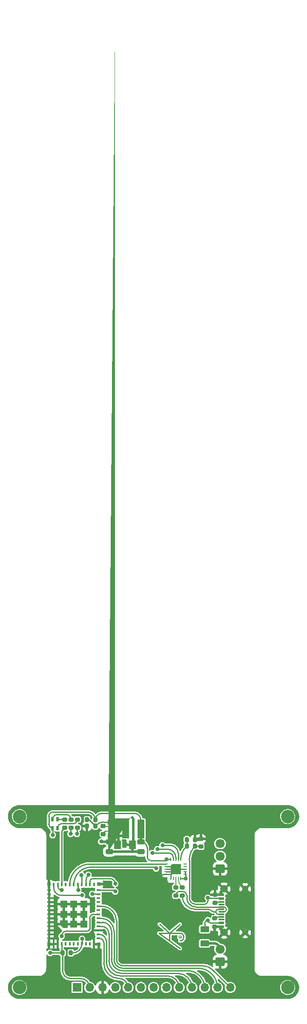
<source format=gbr>
%TF.GenerationSoftware,KiCad,Pcbnew,(6.0.2-0)*%
%TF.CreationDate,2022-03-18T09:55:36+00:00*%
%TF.ProjectId,Epaper213,45706170-6572-4323-9133-2e6b69636164,1*%
%TF.SameCoordinates,Original*%
%TF.FileFunction,Copper,L1,Top*%
%TF.FilePolarity,Positive*%
%FSLAX46Y46*%
G04 Gerber Fmt 4.6, Leading zero omitted, Abs format (unit mm)*
G04 Created by KiCad (PCBNEW (6.0.2-0)) date 2022-03-18 09:55:36*
%MOMM*%
%LPD*%
G01*
G04 APERTURE LIST*
G04 Aperture macros list*
%AMRoundRect*
0 Rectangle with rounded corners*
0 $1 Rounding radius*
0 $2 $3 $4 $5 $6 $7 $8 $9 X,Y pos of 4 corners*
0 Add a 4 corners polygon primitive as box body*
4,1,4,$2,$3,$4,$5,$6,$7,$8,$9,$2,$3,0*
0 Add four circle primitives for the rounded corners*
1,1,$1+$1,$2,$3*
1,1,$1+$1,$4,$5*
1,1,$1+$1,$6,$7*
1,1,$1+$1,$8,$9*
0 Add four rect primitives between the rounded corners*
20,1,$1+$1,$2,$3,$4,$5,0*
20,1,$1+$1,$4,$5,$6,$7,0*
20,1,$1+$1,$6,$7,$8,$9,0*
20,1,$1+$1,$8,$9,$2,$3,0*%
%AMOutline5P*
0 Free polygon, 5 corners , with rotation*
0 The origin of the aperture is its center*
0 number of corners: always 5*
0 $1 to $10 corner X, Y*
0 $11 Rotation angle, in degrees counterclockwise*
0 create outline with 5 corners*
4,1,5,$1,$2,$3,$4,$5,$6,$7,$8,$9,$10,$1,$2,$11*%
%AMOutline6P*
0 Free polygon, 6 corners , with rotation*
0 The origin of the aperture is its center*
0 number of corners: always 6*
0 $1 to $12 corner X, Y*
0 $13 Rotation angle, in degrees counterclockwise*
0 create outline with 6 corners*
4,1,6,$1,$2,$3,$4,$5,$6,$7,$8,$9,$10,$11,$12,$1,$2,$13*%
%AMOutline7P*
0 Free polygon, 7 corners , with rotation*
0 The origin of the aperture is its center*
0 number of corners: always 7*
0 $1 to $14 corner X, Y*
0 $15 Rotation angle, in degrees counterclockwise*
0 create outline with 7 corners*
4,1,7,$1,$2,$3,$4,$5,$6,$7,$8,$9,$10,$11,$12,$13,$14,$1,$2,$15*%
%AMOutline8P*
0 Free polygon, 8 corners , with rotation*
0 The origin of the aperture is its center*
0 number of corners: always 8*
0 $1 to $16 corner X, Y*
0 $17 Rotation angle, in degrees counterclockwise*
0 create outline with 8 corners*
4,1,8,$1,$2,$3,$4,$5,$6,$7,$8,$9,$10,$11,$12,$13,$14,$15,$16,$1,$2,$17*%
%AMFreePoly0*
4,1,43,1.102950,0.110584,1.224483,0.068057,1.333507,-0.000447,1.424553,-0.091493,1.493057,-0.200517,1.535584,-0.322050,1.550000,-0.450000,1.533253,-0.512500,1.487500,-0.558253,1.425000,-0.575000,1.362500,-0.558253,1.316747,-0.512500,1.300000,-0.450000,1.302546,-0.440498,1.287946,-0.348318,1.241208,-0.256589,1.168411,-0.183792,1.076682,-0.137054,0.984502,-0.122454,0.975000,-0.125000,
-0.975000,-0.125000,-0.984502,-0.122454,-1.076682,-0.137054,-1.168411,-0.183792,-1.241208,-0.256589,-1.287946,-0.348318,-1.302546,-0.440498,-1.300000,-0.450000,-1.316747,-0.512500,-1.362500,-0.558253,-1.425000,-0.575000,-1.487500,-0.558253,-1.533253,-0.512500,-1.550000,-0.450000,-1.535584,-0.322050,-1.493057,-0.200517,-1.424553,-0.091493,-1.333507,-0.000447,-1.224483,0.068057,-1.102950,0.110584,
-0.975000,0.125000,0.975000,0.125000,1.102950,0.110584,1.102950,0.110584,$1*%
%AMFreePoly1*
4,1,24,1.812500,0.558253,1.858253,0.512500,1.875000,0.450000,1.860584,0.322050,1.818057,0.200517,1.749553,0.091493,1.658507,0.000447,1.549483,-0.068057,1.427950,-0.110584,1.300000,-0.125000,-1.300000,-0.125000,-1.300000,0.125000,1.300000,0.125000,1.309502,0.122454,1.401682,0.137054,1.493411,0.183792,1.566208,0.256589,1.612946,0.348318,1.627546,0.440498,1.625000,0.450000,
1.641747,0.512500,1.687500,0.558253,1.750000,0.575000,1.812500,0.558253,1.812500,0.558253,$1*%
%AMFreePoly2*
4,1,37,1.095671,1.230970,1.176777,1.176777,1.230970,1.095671,1.250000,1.000000,1.234611,0.804457,1.188821,0.613729,1.113759,0.432512,1.011272,0.265269,0.883885,0.116117,0.734733,-0.011271,0.567490,-0.113758,0.386273,-0.188820,0.195545,-0.234610,0.000002,-0.250000,-0.095669,-0.230970,-0.176775,-0.176777,-0.230968,-0.095671,-0.249998,0.000000,-0.230968,0.095671,-0.176775,0.176777,
-0.095669,0.230970,0.000002,0.250000,0.012204,0.247573,0.147027,0.260852,0.288403,0.303738,0.418695,0.373381,0.532897,0.467104,0.626620,0.581306,0.696263,0.711599,0.739148,0.852974,0.752427,0.987798,0.750000,1.000000,0.769030,1.095671,0.823223,1.176777,0.904329,1.230970,1.000000,1.250000,1.095671,1.230970,1.095671,1.230970,$1*%
%AMFreePoly3*
4,1,72,4.686553,7.086501,4.817859,7.046669,4.938871,6.981987,5.044939,6.894939,5.131987,6.788871,5.196669,6.667859,5.236501,6.536553,5.249950,6.400000,5.249950,1.600000,5.230924,1.504348,5.176741,1.423259,5.112450,1.380300,5.112450,0.249950,6.600000,0.249950,6.695652,0.230924,6.776741,0.176741,6.830924,0.095652,6.849950,0.000000,6.830924,-0.095652,6.776741,-0.176741,
6.695652,-0.230924,6.600000,-0.249950,0.000000,-0.249950,-0.095652,-0.230924,-0.176741,-0.176741,-0.230924,-0.095652,-0.249950,0.000000,-0.230924,0.095652,-0.176741,0.176741,-0.095652,0.230924,0.000000,0.249950,4.612550,0.249950,4.612550,1.600000,4.631576,1.695652,4.685759,1.776741,4.750050,1.819700,4.750050,6.400000,4.751438,6.406980,4.742631,6.462590,4.713862,6.519052,
4.669052,6.563862,4.612590,6.592631,4.556980,6.601438,4.550000,6.600050,1.550000,6.600050,1.543020,6.601438,1.487410,6.592631,1.430948,6.563862,1.386138,6.519052,1.357369,6.462590,1.348562,6.406980,1.349950,6.400000,1.349950,5.900000,1.330924,5.804348,1.276741,5.723259,1.195652,5.669076,1.100000,5.650050,1.004348,5.669076,0.923259,5.723259,0.869076,5.804348,
0.850050,5.900000,0.850050,6.400000,0.863499,6.536553,0.903331,6.667859,0.968013,6.788871,1.055061,6.894939,1.161129,6.981987,1.282141,7.046669,1.413447,7.086501,1.550000,7.099950,4.550000,7.099950,4.686553,7.086501,4.686553,7.086501,$1*%
G04 Aperture macros list end*
%TA.AperFunction,EtchedComponent*%
%ADD10C,0.080000*%
%TD*%
%TA.AperFunction,EtchedComponent*%
%ADD11C,0.250000*%
%TD*%
%TA.AperFunction,ComponentPad*%
%ADD12C,2.700000*%
%TD*%
%TA.AperFunction,SMDPad,CuDef*%
%ADD13RoundRect,0.062500X-0.287500X-0.062500X0.287500X-0.062500X0.287500X0.062500X-0.287500X0.062500X0*%
%TD*%
%TA.AperFunction,SMDPad,CuDef*%
%ADD14RoundRect,0.062500X-0.062500X-0.287500X0.062500X-0.287500X0.062500X0.287500X-0.062500X0.287500X0*%
%TD*%
%TA.AperFunction,SMDPad,CuDef*%
%ADD15Outline5P,-1.000000X0.750000X-0.750000X1.000000X1.000000X1.000000X1.000000X-1.000000X-1.000000X-1.000000X0.000000*%
%TD*%
%TA.AperFunction,SMDPad,CuDef*%
%ADD16R,1.140000X0.600000*%
%TD*%
%TA.AperFunction,SMDPad,CuDef*%
%ADD17RoundRect,0.075000X0.495000X-0.075000X0.495000X0.075000X-0.495000X0.075000X-0.495000X-0.075000X0*%
%TD*%
%TA.AperFunction,ComponentPad*%
%ADD18C,0.670000*%
%TD*%
%TA.AperFunction,ComponentPad*%
%ADD19C,1.250000*%
%TD*%
%TA.AperFunction,SMDPad,CuDef*%
%ADD20R,5.250000X7.500000*%
%TD*%
%TA.AperFunction,ComponentPad*%
%ADD21C,1.500000*%
%TD*%
%TA.AperFunction,SMDPad,CuDef*%
%ADD22RoundRect,0.200000X-0.275000X0.200000X-0.275000X-0.200000X0.275000X-0.200000X0.275000X0.200000X0*%
%TD*%
%TA.AperFunction,ComponentPad*%
%ADD23RoundRect,0.250000X0.675000X-0.600000X0.675000X0.600000X-0.675000X0.600000X-0.675000X-0.600000X0*%
%TD*%
%TA.AperFunction,ComponentPad*%
%ADD24O,1.850000X1.700000*%
%TD*%
%TA.AperFunction,SMDPad,CuDef*%
%ADD25RoundRect,0.200000X0.200000X0.275000X-0.200000X0.275000X-0.200000X-0.275000X0.200000X-0.275000X0*%
%TD*%
%TA.AperFunction,SMDPad,CuDef*%
%ADD26RoundRect,0.225000X0.250000X-0.225000X0.250000X0.225000X-0.250000X0.225000X-0.250000X-0.225000X0*%
%TD*%
%TA.AperFunction,SMDPad,CuDef*%
%ADD27R,0.600000X1.100000*%
%TD*%
%TA.AperFunction,SMDPad,CuDef*%
%ADD28FreePoly0,0.000000*%
%TD*%
%TA.AperFunction,SMDPad,CuDef*%
%ADD29R,2.000000X0.500000*%
%TD*%
%TA.AperFunction,SMDPad,CuDef*%
%ADD30RoundRect,0.249375X-0.463125X-0.625625X0.463125X-0.625625X0.463125X0.625625X-0.463125X0.625625X0*%
%TD*%
%TA.AperFunction,SMDPad,CuDef*%
%ADD31R,0.500000X2.000000*%
%TD*%
%TA.AperFunction,SMDPad,CuDef*%
%ADD32FreePoly1,0.000000*%
%TD*%
%TA.AperFunction,SMDPad,CuDef*%
%ADD33R,1.425000X3.700000*%
%TD*%
%TA.AperFunction,SMDPad,CuDef*%
%ADD34RoundRect,0.250000X-0.475000X0.250000X-0.475000X-0.250000X0.475000X-0.250000X0.475000X0.250000X0*%
%TD*%
%TA.AperFunction,SMDPad,CuDef*%
%ADD35FreePoly2,0.000000*%
%TD*%
%TA.AperFunction,SMDPad,CuDef*%
%ADD36FreePoly3,0.000000*%
%TD*%
%TA.AperFunction,SMDPad,CuDef*%
%ADD37R,0.500000X4.000000*%
%TD*%
%TA.AperFunction,SMDPad,CuDef*%
%ADD38RoundRect,0.200000X-0.200000X-0.275000X0.200000X-0.275000X0.200000X0.275000X-0.200000X0.275000X0*%
%TD*%
%TA.AperFunction,SMDPad,CuDef*%
%ADD39R,0.400000X0.800000*%
%TD*%
%TA.AperFunction,SMDPad,CuDef*%
%ADD40R,0.800000X0.400000*%
%TD*%
%TA.AperFunction,SMDPad,CuDef*%
%ADD41Outline5P,-0.725000X0.130500X-0.130500X0.725000X0.725000X0.725000X0.725000X-0.725000X-0.725000X-0.725000X90.000000*%
%TD*%
%TA.AperFunction,SMDPad,CuDef*%
%ADD42R,1.450000X1.450000*%
%TD*%
%TA.AperFunction,SMDPad,CuDef*%
%ADD43R,0.700000X0.700000*%
%TD*%
%TA.AperFunction,SMDPad,CuDef*%
%ADD44RoundRect,0.200000X0.275000X-0.200000X0.275000X0.200000X-0.275000X0.200000X-0.275000X-0.200000X0*%
%TD*%
%TA.AperFunction,SMDPad,CuDef*%
%ADD45RoundRect,0.250000X0.625000X-0.375000X0.625000X0.375000X-0.625000X0.375000X-0.625000X-0.375000X0*%
%TD*%
%TA.AperFunction,ComponentPad*%
%ADD46R,1.700000X1.700000*%
%TD*%
%TA.AperFunction,ComponentPad*%
%ADD47O,1.700000X1.700000*%
%TD*%
%TA.AperFunction,SMDPad,CuDef*%
%ADD48R,0.500000X0.850000*%
%TD*%
%TA.AperFunction,ViaPad*%
%ADD49C,0.800000*%
%TD*%
%TA.AperFunction,Conductor*%
%ADD50C,0.250000*%
%TD*%
%TA.AperFunction,Conductor*%
%ADD51C,0.200000*%
%TD*%
%TA.AperFunction,Conductor*%
%ADD52C,0.500000*%
%TD*%
G04 APERTURE END LIST*
D10*
%TO.C,Logo1*%
X156421000Y-91690000D02*
X156421000Y-91590000D01*
D11*
X152211000Y-90840000D02*
X156411000Y-93840000D01*
D10*
X156261000Y-91690000D02*
X156261000Y-91590000D01*
X156261000Y-91690000D02*
X156561000Y-91690000D01*
D11*
X152311000Y-89040000D02*
X154311000Y-90840000D01*
X152211000Y-90840000D02*
X156411000Y-90840000D01*
X154311000Y-90840000D02*
X156411000Y-89040000D01*
X154311000Y-90840000D02*
X154311000Y-92340000D01*
D10*
X156421000Y-91590000D02*
X156561000Y-91490000D01*
X156421000Y-91590000D02*
G75*
G03*
X156261000Y-91590000I-80000J0D01*
G01*
D11*
X156411000Y-92340000D02*
G75*
G03*
X156411000Y-90840000I0J750000D01*
G01*
D10*
X156721000Y-91610000D02*
G75*
G03*
X156721000Y-91610000I-300000J0D01*
G01*
%TD*%
D12*
%TO.P,H2,*%
%TO.N,*%
X124460000Y-67680000D03*
%TD*%
D13*
%TO.P,U2,1,RXD*%
%TO.N,O*%
X153635000Y-77105000D03*
%TO.P,U2,2,~{RI}*%
%TO.N,GND*%
X153635000Y-77605000D03*
%TO.P,U2,3,GND*%
X153635000Y-78105000D03*
%TO.P,U2,4,~{DSR}*%
X153635000Y-78605000D03*
%TO.P,U2,5,~{DCD}*%
X153635000Y-79105000D03*
D14*
%TO.P,U2,6,~{CTS}*%
X154535000Y-80005000D03*
%TO.P,U2,7,CBUS2*%
%TO.N,unconnected-(U2-Pad7)*%
X155035000Y-80005000D03*
%TO.P,U2,8,USBDP*%
%TO.N,D+*%
X155535000Y-80005000D03*
%TO.P,U2,9,USBDM*%
%TO.N,D-*%
X156035000Y-80005000D03*
%TO.P,U2,10,3V3OUT*%
%TO.N,+3V3*%
X156535000Y-80005000D03*
D13*
%TO.P,U2,11,~{RESET}*%
X157435000Y-79105000D03*
%TO.P,U2,12,VCC*%
X157435000Y-78605000D03*
%TO.P,U2,13,GND*%
%TO.N,GND*%
X157435000Y-78105000D03*
%TO.P,U2,14,CBUS1*%
%TO.N,unconnected-(U2-Pad14)*%
X157435000Y-77605000D03*
%TO.P,U2,15,CBUS0*%
%TO.N,unconnected-(U2-Pad15)*%
X157435000Y-77105000D03*
D14*
%TO.P,U2,16,CBUS3*%
%TO.N,Net-(R7-Pad2)*%
X156535000Y-76205000D03*
%TO.P,U2,17,TXD*%
%TO.N,I*%
X156035000Y-76205000D03*
%TO.P,U2,18,~{DTR}*%
%TO.N,BOOT*%
X155535000Y-76205000D03*
%TO.P,U2,19,~{RTS}*%
%TO.N,EN*%
X155035000Y-76205000D03*
%TO.P,U2,20,VCCIO*%
%TO.N,+3V3*%
X154535000Y-76205000D03*
D15*
%TO.P,U2,21,GND*%
%TO.N,GND*%
X155535000Y-78105000D03*
%TD*%
D16*
%TO.P,J1,A1,GND*%
%TO.N,GND*%
X164590000Y-89560000D03*
%TO.P,J1,A4,VBUS*%
%TO.N,VBUS*%
X164590000Y-88760000D03*
D17*
%TO.P,J1,A5,CC1*%
%TO.N,Net-(J1-PadA5)*%
X164590000Y-87610000D03*
%TO.P,J1,A6,D+*%
%TO.N,Net-(J1-PadA6)*%
X164590000Y-86610000D03*
%TO.P,J1,A7,D-*%
%TO.N,Net-(J1-PadA7)*%
X164590000Y-86110000D03*
%TO.P,J1,A8,SBU1*%
%TO.N,unconnected-(J1-PadA8)*%
X164590000Y-85110000D03*
D16*
%TO.P,J1,A9,VBUS*%
%TO.N,VBUS*%
X164590000Y-83960000D03*
%TO.P,J1,A12,GND*%
%TO.N,GND*%
X164590000Y-83160000D03*
%TO.P,J1,B1,GND*%
X164590000Y-83160000D03*
%TO.P,J1,B4,VBUS*%
%TO.N,VBUS*%
X164590000Y-83960000D03*
D17*
%TO.P,J1,B5,CC2*%
%TO.N,Net-(J1-PadB5)*%
X164590000Y-84610000D03*
%TO.P,J1,B6,D+*%
%TO.N,Net-(J1-PadA6)*%
X164590000Y-85610000D03*
%TO.P,J1,B7,D-*%
%TO.N,Net-(J1-PadA7)*%
X164590000Y-87110000D03*
%TO.P,J1,B8,SBU2*%
%TO.N,unconnected-(J1-PadB8)*%
X164590000Y-88110000D03*
D16*
%TO.P,J1,B9,VBUS*%
%TO.N,VBUS*%
X164590000Y-88760000D03*
%TO.P,J1,B12,GND*%
%TO.N,GND*%
X164590000Y-89560000D03*
D18*
%TO.P,J1,S1,SHIELD*%
X165660000Y-83470000D03*
D19*
X169340000Y-90680000D03*
D20*
X168575000Y-86360000D03*
D21*
X165170000Y-90680000D03*
D18*
X165660000Y-89250000D03*
D19*
X169340000Y-82040000D03*
D21*
X165170000Y-82040000D03*
%TD*%
D12*
%TO.P,H4,*%
%TO.N,*%
X177800000Y-101600000D03*
%TD*%
D22*
%TO.P,C4,1*%
%TO.N,GND*%
X160528000Y-72110000D03*
%TO.P,C4,2*%
%TO.N,VBUS*%
X160528000Y-73660000D03*
%TD*%
D12*
%TO.P,H3,*%
%TO.N,*%
X124460000Y-101600000D03*
%TD*%
D23*
%TO.P,J3,1,Pin_1*%
%TO.N,GND*%
X164355000Y-78065000D03*
D24*
%TO.P,J3,2,Pin_2*%
%TO.N,BUTTON1*%
X164355000Y-75565000D03*
%TO.P,J3,3,Pin_3*%
%TO.N,BUTTON2*%
X164355000Y-73065000D03*
%TD*%
D25*
%TO.P,R7,1*%
%TO.N,VBUS*%
X159408000Y-73530000D03*
%TO.P,R7,2*%
%TO.N,Net-(R7-Pad2)*%
X157758000Y-73530000D03*
%TD*%
D23*
%TO.P,J2,1,GND*%
%TO.N,GND*%
X164355000Y-96500000D03*
D24*
%TO.P,J2,2,DC*%
%TO.N,DC*%
X164355000Y-94000000D03*
%TD*%
D26*
%TO.P,U1,*%
%TO.N,*%
X141090000Y-71145000D03*
D27*
X144140000Y-68770000D03*
X144140000Y-71470000D03*
D28*
X142715000Y-70570000D03*
D29*
X145090000Y-71470000D03*
D30*
X143987500Y-73290000D03*
D26*
X141090000Y-69595000D03*
D31*
X144140000Y-72420000D03*
D32*
X142390000Y-69670000D03*
D33*
X145590000Y-70170000D03*
D27*
%TO.P,U1,1,SHDN*%
%TO.N,DC*%
X142240000Y-71470000D03*
%TO.P,U1,2,VIN*%
X143190000Y-71470000D03*
D34*
X142340000Y-72720000D03*
D35*
X142130000Y-72670000D03*
D34*
%TO.P,U1,3,GND*%
%TO.N,GND*%
X142340000Y-74620000D03*
X148590000Y-74620000D03*
D36*
X142090000Y-74620000D03*
D27*
X143190000Y-68770000D03*
D30*
X146952500Y-73290000D03*
D37*
%TO.P,U1,4,VOUT*%
%TO.N,+3V3*%
X148590000Y-70920000D03*
D34*
X148590000Y-72720000D03*
D33*
X148590000Y-70170000D03*
D27*
%TO.P,U1,5,FB*%
%TO.N,Net-(R1-Pad2)*%
X142240000Y-68770000D03*
%TD*%
D22*
%TO.P,R11,1*%
%TO.N,Net-(D3-Pad3)*%
X133460000Y-68263000D03*
%TO.P,R11,2*%
%TO.N,G*%
X133460000Y-69913000D03*
%TD*%
D38*
%TO.P,R9,1*%
%TO.N,+3V3*%
X133033000Y-94742000D03*
%TO.P,R9,2*%
%TO.N,EN*%
X134683000Y-94742000D03*
%TD*%
D25*
%TO.P,R1,1*%
%TO.N,+3V3*%
X139556000Y-68326000D03*
%TO.P,R1,2*%
%TO.N,Net-(R1-Pad2)*%
X137906000Y-68326000D03*
%TD*%
D12*
%TO.P,H1,*%
%TO.N,*%
X177800000Y-67680000D03*
%TD*%
D39*
%TO.P,U3,1,GND*%
%TO.N,GND*%
X131273250Y-92970000D03*
%TO.P,U3,2,GND*%
X132073250Y-92970000D03*
%TO.P,U3,3,3V3*%
%TO.N,+3V3*%
X132873250Y-92970000D03*
%TO.P,U3,4,I36*%
%TO.N,unconnected-(U3-Pad4)*%
X133673250Y-92970000D03*
%TO.P,U3,5,I37*%
%TO.N,unconnected-(U3-Pad5)*%
X134473250Y-92970000D03*
%TO.P,U3,6,I38*%
%TO.N,unconnected-(U3-Pad6)*%
X135273250Y-92970000D03*
%TO.P,U3,7,I39*%
%TO.N,unconnected-(U3-Pad7)*%
X136073250Y-92970000D03*
%TO.P,U3,8,EN*%
%TO.N,EN*%
X136873250Y-92970000D03*
%TO.P,U3,9,I34*%
%TO.N,unconnected-(U3-Pad9)*%
X137673250Y-92970000D03*
%TO.P,U3,10,I35*%
%TO.N,unconnected-(U3-Pad10)*%
X138473250Y-92970000D03*
%TO.P,U3,11,GND*%
%TO.N,GND*%
X139273250Y-92970000D03*
D40*
%TO.P,U3,12,IO32*%
%TO.N,MISO*%
X140173250Y-91870000D03*
%TO.P,U3,13,IO33*%
%TO.N,SRCS*%
X140173250Y-91070000D03*
%TO.P,U3,14,GND*%
%TO.N,GND*%
X140173250Y-90270000D03*
%TO.P,U3,15,IO25*%
%TO.N,SDCS*%
X140173250Y-89470000D03*
%TO.P,U3,16,IO26*%
%TO.N,RST*%
X140173250Y-88670000D03*
%TO.P,U3,17,IO27*%
%TO.N,BUSY*%
X140173250Y-87870000D03*
%TO.P,U3,18,IO14*%
%TO.N,SCK*%
X140173250Y-87070000D03*
%TO.P,U3,19,IO12*%
%TO.N,unconnected-(U3-Pad19)*%
X140173250Y-86270000D03*
%TO.P,U3,20,IO13*%
%TO.N,ENA*%
X140173250Y-85470000D03*
%TO.P,U3,21,IO15*%
%TO.N,unconnected-(U3-Pad21)*%
X140173250Y-84670000D03*
%TO.P,U3,22,IO2*%
%TO.N,unconnected-(U3-Pad22)*%
X140173250Y-83870000D03*
%TO.P,U3,23,IO0*%
%TO.N,BOOT*%
X140173250Y-83070000D03*
%TO.P,U3,24,IO4*%
%TO.N,BUTTON1*%
X140173250Y-82270000D03*
D39*
%TO.P,U3,25,NC*%
%TO.N,unconnected-(U3-Pad25)*%
X139273250Y-81170000D03*
%TO.P,U3,26,IO20*%
%TO.N,BUTTON2*%
X138473250Y-81170000D03*
%TO.P,U3,27,IO7*%
%TO.N,R*%
X137673250Y-81170000D03*
%TO.P,U3,28,IO8*%
%TO.N,B*%
X136873250Y-81170000D03*
%TO.P,U3,29,IO5*%
%TO.N,CS*%
X136073250Y-81170000D03*
%TO.P,U3,30,RXD0*%
%TO.N,I*%
X135273250Y-81170000D03*
%TO.P,U3,31,TXD0*%
%TO.N,O*%
X134473250Y-81170000D03*
%TO.P,U3,32,NC*%
%TO.N,unconnected-(U3-Pad32)*%
X133673250Y-81170000D03*
%TO.P,U3,33,IO19*%
%TO.N,G*%
X132873250Y-81170000D03*
%TO.P,U3,34,IO22*%
%TO.N,MOSI*%
X132073250Y-81170000D03*
%TO.P,U3,35,IO21*%
%TO.N,D{slash}C*%
X131273250Y-81170000D03*
D40*
%TO.P,U3,36,GND*%
%TO.N,GND*%
X130373250Y-82270000D03*
%TO.P,U3,37,GND*%
X130373250Y-83070000D03*
%TO.P,U3,38,GND*%
X130373250Y-83870000D03*
%TO.P,U3,39,GND*%
X130373250Y-84670000D03*
%TO.P,U3,40,GND*%
X130373250Y-85470000D03*
%TO.P,U3,41,GND*%
X130373250Y-86270000D03*
%TO.P,U3,42,GND*%
X130373250Y-87070000D03*
%TO.P,U3,43,GND*%
X130373250Y-87870000D03*
%TO.P,U3,44,GND*%
X130373250Y-88670000D03*
%TO.P,U3,45,GND*%
X130373250Y-89470000D03*
%TO.P,U3,46,GND*%
X130373250Y-90270000D03*
%TO.P,U3,47,GND*%
X130373250Y-91070000D03*
%TO.P,U3,48,GND*%
X130373250Y-91870000D03*
D41*
%TO.P,U3,49,GND*%
X133298250Y-89045000D03*
D42*
X137248250Y-87070000D03*
X137248250Y-89045000D03*
X133298250Y-87070000D03*
X137248250Y-85095000D03*
X135273250Y-87070000D03*
X133298250Y-85095000D03*
X135273250Y-85095000D03*
X135273250Y-89045000D03*
D43*
%TO.P,U3,50,GND*%
X130323250Y-81120000D03*
%TO.P,U3,51,GND*%
X140223250Y-81120000D03*
%TO.P,U3,52,GND*%
X140223250Y-93020000D03*
%TO.P,U3,53,GND*%
X130323250Y-93020000D03*
%TD*%
D44*
%TO.P,R6,1*%
%TO.N,Net-(J1-PadA6)*%
X155535000Y-83375000D03*
%TO.P,R6,2*%
%TO.N,D+*%
X155535000Y-81725000D03*
%TD*%
D45*
%TO.P,D2,1,K*%
%TO.N,DC*%
X161290000Y-92840000D03*
%TO.P,D2,2,A*%
%TO.N,VBUS*%
X161290000Y-90040000D03*
%TD*%
D22*
%TO.P,R10,1*%
%TO.N,Net-(D3-Pad2)*%
X134730000Y-68263000D03*
%TO.P,R10,2*%
%TO.N,R*%
X134730000Y-69913000D03*
%TD*%
D38*
%TO.P,R8,1*%
%TO.N,Net-(R7-Pad2)*%
X157758000Y-72260000D03*
%TO.P,R8,2*%
%TO.N,GND*%
X159408000Y-72260000D03*
%TD*%
D44*
%TO.P,R4,1*%
%TO.N,Net-(J1-PadB5)*%
X163322000Y-84825000D03*
%TO.P,R4,2*%
%TO.N,GND*%
X163322000Y-83175000D03*
%TD*%
D22*
%TO.P,R3,1*%
%TO.N,Net-(J1-PadA5)*%
X163300000Y-87875000D03*
%TO.P,R3,2*%
%TO.N,GND*%
X163300000Y-89525000D03*
%TD*%
%TO.P,R12,1*%
%TO.N,Net-(D3-Pad4)*%
X136000000Y-68263000D03*
%TO.P,R12,2*%
%TO.N,B*%
X136000000Y-69913000D03*
%TD*%
D46*
%TO.P,M1,1,VIN*%
%TO.N,unconnected-(M1-Pad1)*%
X135890000Y-101600000D03*
D47*
%TO.P,M1,2,3V3*%
%TO.N,+3V3*%
X138430000Y-101600000D03*
%TO.P,M1,3,GND*%
%TO.N,GND*%
X140970000Y-101600000D03*
%TO.P,M1,4,SCK*%
%TO.N,SCK*%
X143510000Y-101600000D03*
%TO.P,M1,5,MISO*%
%TO.N,MISO*%
X146050000Y-101600000D03*
%TO.P,M1,6,MOSI*%
%TO.N,MOSI*%
X148590000Y-101600000D03*
%TO.P,M1,7,ECS*%
%TO.N,CS*%
X151130000Y-101600000D03*
%TO.P,M1,8,D/C*%
%TO.N,D{slash}C*%
X153670000Y-101600000D03*
%TO.P,M1,9,SRCS*%
%TO.N,SRCS*%
X156210000Y-101600000D03*
%TO.P,M1,10,SDCS*%
%TO.N,SDCS*%
X158750000Y-101600000D03*
%TO.P,M1,11,RST*%
%TO.N,RST*%
X161290000Y-101600000D03*
%TO.P,M1,12,BUSY*%
%TO.N,BUSY*%
X163830000Y-101600000D03*
%TO.P,M1,13,ENA*%
%TO.N,ENA*%
X166370000Y-101600000D03*
%TD*%
D48*
%TO.P,D3,1,A*%
%TO.N,+3V3*%
X131055000Y-69963000D03*
%TO.P,D3,2,RK*%
%TO.N,Net-(D3-Pad2)*%
X131055000Y-68213000D03*
%TO.P,D3,3,GK*%
%TO.N,Net-(D3-Pad3)*%
X132055000Y-68213000D03*
%TO.P,D3,4,BK*%
%TO.N,Net-(D3-Pad4)*%
X132055000Y-69963000D03*
%TD*%
D38*
%TO.P,R2,1*%
%TO.N,GND*%
X137906000Y-69596000D03*
%TO.P,R2,2*%
%TO.N,Net-(R1-Pad2)*%
X139556000Y-69596000D03*
%TD*%
D44*
%TO.P,R5,1*%
%TO.N,Net-(J1-PadA7)*%
X156805000Y-83375000D03*
%TO.P,R5,2*%
%TO.N,D-*%
X156805000Y-81725000D03*
%TD*%
D49*
%TO.N,GND*%
X141478000Y-87122000D03*
%TO.N,VBUS*%
X161925000Y-83820000D03*
X161925000Y-88265000D03*
%TO.N,SCK*%
X132842000Y-91440000D03*
%TO.N,GND*%
X145542000Y-73152000D03*
X142494000Y-81026000D03*
X139446000Y-72644000D03*
%TO.N,+3V3*%
X157480000Y-80010000D03*
X153670000Y-76200000D03*
X131064000Y-71374000D03*
X130556000Y-94742000D03*
%TO.N,MOSI*%
X132842000Y-82296000D03*
%TO.N,CS*%
X136144000Y-82296000D03*
%TO.N,D{slash}C*%
X136906000Y-83312000D03*
%TO.N,R*%
X134620000Y-71120000D03*
X138176000Y-79248000D03*
%TO.N,B*%
X135890000Y-71120000D03*
X136794084Y-79291994D03*
%TO.N,DC*%
X140716000Y-72644000D03*
%TO.N,I*%
X152908000Y-73406000D03*
X151638000Y-77978000D03*
%TO.N,EN*%
X136906000Y-91948000D03*
X150876000Y-74930000D03*
%TO.N,BOOT*%
X151892000Y-74168000D03*
X138938000Y-83058000D03*
%TO.N,BUTTON1*%
X143510000Y-82550000D03*
%TO.N,BUTTON2*%
X143510000Y-81026000D03*
%TD*%
D50*
%TO.N,VBUS*%
X161290000Y-88900000D02*
X161290000Y-90040000D01*
X164590000Y-88760000D02*
X162420000Y-88760000D01*
X162004520Y-83899520D02*
X164529520Y-83899520D01*
X158242000Y-83820000D02*
X158242000Y-76344973D01*
X159408000Y-73530000D02*
X160398000Y-73530000D01*
X161290000Y-85090000D02*
X159512000Y-85090000D01*
X161925000Y-83820000D02*
X161925000Y-84455000D01*
X161925000Y-83820000D02*
X162004520Y-83899520D01*
X161290000Y-88900000D02*
G75*
G02*
X161925000Y-88265000I634999J1D01*
G01*
X161925000Y-88265000D02*
G75*
G03*
X162420000Y-88760000I495000J0D01*
G01*
X159408000Y-73530000D02*
G75*
G03*
X158242000Y-76344973I2814969J-2814971D01*
G01*
X161290000Y-85090000D02*
G75*
G03*
X161925000Y-84455000I1J634999D01*
G01*
X158242000Y-83820000D02*
G75*
G03*
X159512000Y-85090000I1269999J-1D01*
G01*
X160528000Y-73660000D02*
G75*
G03*
X160398000Y-73530000I-130000J0D01*
G01*
X164590000Y-83960000D02*
G75*
G03*
X164529520Y-83899520I-60479J1D01*
G01*
D51*
%TO.N,D+*%
X155535000Y-80005000D02*
X155535000Y-81725000D01*
%TO.N,D-*%
X156805000Y-81725000D02*
X156706752Y-81626752D01*
X156035000Y-80005000D02*
G75*
G03*
X156706752Y-81626752I2293495J-3D01*
G01*
D50*
%TO.N,Net-(J1-PadA5)*%
X164590000Y-87610000D02*
X163565000Y-87610000D01*
X163300000Y-87875000D02*
G75*
G02*
X163565000Y-87610000I265001J-1D01*
G01*
%TO.N,Net-(J1-PadB5)*%
X164590000Y-84610000D02*
X163615000Y-84610000D01*
X163400000Y-84825000D02*
G75*
G02*
X163615000Y-84610000I215000J0D01*
G01*
%TO.N,Net-(J1-PadA6)*%
X156972000Y-82550000D02*
X156360000Y-82550000D01*
X164590000Y-85610000D02*
X165110000Y-85610000D01*
X164590000Y-85610000D02*
X159524000Y-85610000D01*
X157734000Y-83820000D02*
X157734000Y-83312000D01*
X165090000Y-86610000D02*
X164590000Y-86610000D01*
X157734000Y-83820000D02*
G75*
G03*
X159524000Y-85610000I1790000J0D01*
G01*
X165090000Y-86610000D02*
G75*
G03*
X165600000Y-86100000I-2J510002D01*
G01*
X155535000Y-83375000D02*
G75*
G02*
X156360000Y-82550000I825000J0D01*
G01*
X156972000Y-82550000D02*
G75*
G02*
X157734000Y-83312000I-1J-762001D01*
G01*
X165600000Y-86100000D02*
G75*
G03*
X165110000Y-85610000I-490001J-1D01*
G01*
%TO.N,SCK*%
X140173250Y-87070000D02*
X139244000Y-87070000D01*
X138430000Y-87884000D02*
X138430000Y-89962272D01*
X133858000Y-90424000D02*
X137968272Y-90424000D01*
X132842000Y-91440000D02*
G75*
G02*
X133858000Y-90424000I1016002J-2D01*
G01*
X137968272Y-90424000D02*
G75*
G03*
X138430000Y-89962272I0J461728D01*
G01*
X138430000Y-87884000D02*
G75*
G02*
X139244000Y-87070000I814000J0D01*
G01*
%TO.N,Net-(R7-Pad2)*%
X157758000Y-73530000D02*
X157561719Y-73726281D01*
X157758000Y-72260000D02*
X157758000Y-73530000D01*
X156535001Y-76205000D02*
G75*
G02*
X157561720Y-73726282I3505442J-2D01*
G01*
%TO.N,GND*%
X153635000Y-78605000D02*
X155035000Y-78605000D01*
X153635000Y-77605000D02*
X155035000Y-77605000D01*
X153635000Y-78105000D02*
X155535000Y-78105000D01*
X157435000Y-78105000D02*
X155535000Y-78105000D01*
X154535000Y-79105000D02*
X155535000Y-78105000D01*
X155035000Y-77605000D02*
X155535000Y-78105000D01*
X150622000Y-82118000D02*
X150622000Y-92710000D01*
D52*
X146952500Y-73290000D02*
X145680000Y-73290000D01*
D50*
X154535000Y-80005000D02*
X154535000Y-79105000D01*
X153635000Y-79105000D02*
X154535000Y-79105000D01*
X154178000Y-96266000D02*
X164121000Y-96266000D01*
X164355000Y-96500000D02*
G75*
G03*
X164121000Y-96266000I-234000J0D01*
G01*
X154178000Y-96266000D02*
G75*
G02*
X150622000Y-92710000I-1J3555999D01*
G01*
D52*
X145542000Y-73152000D02*
G75*
G03*
X145680000Y-73290000I137999J-1D01*
G01*
D50*
X150622000Y-82118000D02*
G75*
G02*
X153635000Y-79105000I3012999J1D01*
G01*
%TO.N,+3V3*%
X148590000Y-68326000D02*
X148590000Y-70170000D01*
X157435000Y-79105000D02*
X157435000Y-78605000D01*
X156540000Y-80010000D02*
X156535000Y-80005000D01*
X149860000Y-73914000D02*
X149860000Y-75692000D01*
X134620000Y-99822000D02*
X136652000Y-99822000D01*
X133033000Y-94742000D02*
X133033000Y-98235000D01*
X131141978Y-66802000D02*
X138032000Y-66802000D01*
X150622000Y-76454000D02*
X153416000Y-76454000D01*
X148590000Y-72720000D02*
X148666000Y-72720000D01*
X153675000Y-76205000D02*
X153670000Y-76200000D01*
X132873250Y-92970000D02*
X132873250Y-94356330D01*
X130302000Y-69210000D02*
X130302000Y-67641978D01*
X157480000Y-80010000D02*
X156540000Y-80010000D01*
X133033000Y-94742000D02*
X130556000Y-94742000D01*
X140826000Y-67056000D02*
X147320000Y-67056000D01*
X157480000Y-79150000D02*
X157435000Y-79105000D01*
X157480000Y-80010000D02*
X157480000Y-79150000D01*
X154535000Y-76205000D02*
X153675000Y-76205000D01*
X131064000Y-71374000D02*
X131064000Y-69972000D01*
X138430000Y-101600000D02*
G75*
G03*
X136652000Y-99822000I-1778000J0D01*
G01*
X139556000Y-68326000D02*
G75*
G03*
X138032000Y-66802000I-1523999J1D01*
G01*
X150622000Y-76454000D02*
G75*
G02*
X149860000Y-75692000I1J762001D01*
G01*
X133033000Y-94742000D02*
G75*
G02*
X132873250Y-94356330I385673J385672D01*
G01*
X148590000Y-68326000D02*
G75*
G03*
X147320000Y-67056000I-1269999J1D01*
G01*
X131055000Y-69963000D02*
G75*
G02*
X131064000Y-69972000I0J-9000D01*
G01*
X140826000Y-67056000D02*
G75*
G03*
X139556000Y-68326000I-1J-1269999D01*
G01*
X131141978Y-66802000D02*
G75*
G03*
X130302000Y-67641978I0J-839978D01*
G01*
X130302000Y-69210000D02*
G75*
G03*
X131055000Y-69963000I753001J1D01*
G01*
X134620000Y-99822000D02*
G75*
G02*
X133033000Y-98235000I2J1587002D01*
G01*
X153670000Y-76200000D02*
G75*
G02*
X153416000Y-76454000I-254000J0D01*
G01*
X149860000Y-73914000D02*
G75*
G03*
X148666000Y-72720000I-1194002J-2D01*
G01*
%TO.N,MISO*%
X140173250Y-91870000D02*
X140373250Y-91870000D01*
X141224000Y-92720750D02*
X141224000Y-96774000D01*
X146050000Y-101600000D02*
G75*
G03*
X144272000Y-99822000I-1778000J0D01*
G01*
X141224000Y-92720750D02*
G75*
G03*
X140373250Y-91870000I-850750J0D01*
G01*
X144272000Y-99822000D02*
G75*
G02*
X141224000Y-96774000I2J3048002D01*
G01*
%TO.N,MOSI*%
X132073250Y-81170000D02*
X132073250Y-81527250D01*
X132842000Y-82296000D02*
G75*
G02*
X132073250Y-81527250I1J768751D01*
G01*
%TO.N,CS*%
X136073250Y-81170000D02*
X136073250Y-82225250D01*
X136144000Y-82296000D02*
G75*
G02*
X136073250Y-82225250I-1J70749D01*
G01*
%TO.N,D{slash}C*%
X131273250Y-81170000D02*
X131273250Y-81820000D01*
X132765250Y-83312000D02*
X136906000Y-83312000D01*
X132765250Y-83312000D02*
G75*
G02*
X131273250Y-81820000I1J1492001D01*
G01*
%TO.N,R*%
X137673250Y-81170000D02*
X137673250Y-80461745D01*
X134620000Y-71120000D02*
X134620000Y-70023000D01*
X138176000Y-79248000D02*
G75*
G03*
X137673250Y-80461745I1213739J-1213743D01*
G01*
X134730000Y-69913000D02*
G75*
G03*
X134620000Y-70023000I-1J-109999D01*
G01*
%TO.N,G*%
X132873250Y-81170000D02*
X132873250Y-70499750D01*
X132873250Y-70499750D02*
X133460000Y-69913000D01*
%TO.N,B*%
X135890000Y-71120000D02*
X135890000Y-70023000D01*
X136873250Y-79371160D02*
X136794084Y-79291994D01*
X136873250Y-81170000D02*
X136873250Y-79371160D01*
X136000000Y-69913000D02*
G75*
G03*
X135890000Y-70023000I-1J-109999D01*
G01*
D52*
%TO.N,DC*%
X161290000Y-92840000D02*
X163195000Y-92840000D01*
X142340000Y-72720000D02*
X140899480Y-72720000D01*
D50*
X142240000Y-71470000D02*
X143190000Y-71470000D01*
D52*
X140716000Y-72644000D02*
G75*
G03*
X140899480Y-72720000I183481J183481D01*
G01*
X164355000Y-94000000D02*
G75*
G03*
X163195000Y-92840000I-1160000J0D01*
G01*
D50*
%TO.N,Net-(D3-Pad2)*%
X133777000Y-67310000D02*
X131958000Y-67310000D01*
X133777000Y-67310000D02*
G75*
G02*
X134730000Y-68263000I1J-952999D01*
G01*
X131055000Y-68213000D02*
G75*
G02*
X131958000Y-67310000I903001J-1D01*
G01*
%TO.N,Net-(D3-Pad3)*%
X132055000Y-68213000D02*
X133410000Y-68213000D01*
X133460000Y-68263000D02*
G75*
G03*
X133410000Y-68213000I-50001J-1D01*
G01*
%TO.N,SRCS*%
X141732000Y-92456000D02*
X141732000Y-96520000D01*
X144526000Y-99314000D02*
X153924000Y-99314000D01*
X140173250Y-91070000D02*
X140346000Y-91070000D01*
X141732000Y-92456000D02*
G75*
G03*
X140346000Y-91070000I-1386000J0D01*
G01*
X144526000Y-99314000D02*
G75*
G02*
X141732000Y-96520000I1J2794001D01*
G01*
X156210000Y-101600000D02*
G75*
G03*
X153924000Y-99314000I-2286000J0D01*
G01*
%TO.N,O*%
X153635000Y-77105000D02*
X138538250Y-77105000D01*
X134473250Y-81170000D02*
G75*
G02*
X138538250Y-77105000I4065000J0D01*
G01*
%TO.N,SDCS*%
X140173250Y-89470000D02*
X140823250Y-89470000D01*
X142240000Y-90886750D02*
X142240000Y-96266000D01*
X144780000Y-98806000D02*
X155956000Y-98806000D01*
X158750000Y-101600000D02*
G75*
G03*
X155956000Y-98806000I-2794001J-1D01*
G01*
X142240000Y-90886750D02*
G75*
G03*
X140823250Y-89470000I-1416748J2D01*
G01*
X144780000Y-98806000D02*
G75*
G02*
X142240000Y-96266000I1J2540001D01*
G01*
%TO.N,RST*%
X142748000Y-90424000D02*
X142748000Y-96012000D01*
X145034000Y-98298000D02*
X157988000Y-98298000D01*
X140173250Y-88670000D02*
X140994000Y-88670000D01*
X142748000Y-90424000D02*
G75*
G03*
X140994000Y-88670000I-1754001J-1D01*
G01*
X161290000Y-101600000D02*
G75*
G03*
X157988000Y-98298000I-3301999J1D01*
G01*
X145034000Y-98298000D02*
G75*
G02*
X142748000Y-96012000I0J2286000D01*
G01*
%TO.N,I*%
X138719250Y-77724000D02*
X151384000Y-77724000D01*
X156035000Y-76205000D02*
X156035000Y-75009000D01*
X154432000Y-73406000D02*
X152908000Y-73406000D01*
X151638000Y-77978000D02*
G75*
G03*
X151384000Y-77724000I-254000J0D01*
G01*
X154432000Y-73406000D02*
G75*
G02*
X156035000Y-75009000I-1J-1603001D01*
G01*
X138719250Y-77724000D02*
G75*
G03*
X135273250Y-81170000I0J-3446000D01*
G01*
%TO.N,EN*%
X134683000Y-94742000D02*
X135101250Y-94742000D01*
X150876000Y-74930000D02*
X154157328Y-74930000D01*
X155035000Y-76205000D02*
X155035000Y-75807672D01*
X136906000Y-91948000D02*
X136906000Y-92937250D01*
X154157328Y-74930000D02*
G75*
G02*
X155035000Y-75807672I1J-877671D01*
G01*
X136873250Y-92970000D02*
G75*
G02*
X135101250Y-94742000I-1772001J1D01*
G01*
X136873250Y-92970000D02*
G75*
G03*
X136906000Y-92937250I1J32749D01*
G01*
%TO.N,Net-(D3-Pad4)*%
X132842000Y-69088000D02*
X135175000Y-69088000D01*
X132055000Y-69963000D02*
X132055000Y-69875000D01*
X132842000Y-69088000D02*
G75*
G03*
X132055000Y-69875000I0J-787000D01*
G01*
X136000000Y-68263000D02*
G75*
G02*
X135175000Y-69088000I-825000J0D01*
G01*
%TO.N,Net-(R1-Pad2)*%
X142240000Y-68770000D02*
X141160000Y-68770000D01*
X139556000Y-69596000D02*
X139831871Y-69320129D01*
X138286000Y-68326000D02*
X139556000Y-69596000D01*
X137906000Y-68326000D02*
X138286000Y-68326000D01*
X141160000Y-68770001D02*
G75*
G03*
X139831872Y-69320130I1J-1878260D01*
G01*
%TO.N,BOOT*%
X155535000Y-76205000D02*
X155535000Y-75779000D01*
X151892000Y-74168000D02*
X153924000Y-74168000D01*
X138938000Y-83058000D02*
X140462000Y-83058000D01*
X153924000Y-74168000D02*
G75*
G02*
X155535000Y-75779000I0J-1611000D01*
G01*
%TO.N,Net-(J1-PadA7)*%
X163054899Y-86564994D02*
X163500000Y-86564994D01*
X163500000Y-86564994D02*
X163500000Y-86600000D01*
X156805000Y-83375000D02*
X156805000Y-83399000D01*
X159512000Y-86106000D02*
X161946790Y-86106000D01*
X164590000Y-86110000D02*
X163954994Y-86110000D01*
X164010000Y-87110000D02*
X164590000Y-87110000D01*
X163054899Y-86564994D02*
G75*
G02*
X162560000Y-86360000I0J699892D01*
G01*
X159512000Y-86106000D02*
G75*
G02*
X156805000Y-83399000I0J2707000D01*
G01*
X164010000Y-87110000D02*
G75*
G02*
X163500000Y-86600000I2J510002D01*
G01*
X162560000Y-86360000D02*
G75*
G03*
X161946790Y-86106000I-613214J-613220D01*
G01*
X163500000Y-86564994D02*
G75*
G02*
X163954994Y-86110000I454995J-1D01*
G01*
%TO.N,BUSY*%
X145034000Y-97790000D02*
X160020000Y-97790000D01*
X143256000Y-90424000D02*
X143256000Y-96012000D01*
X140173250Y-87870000D02*
X140702000Y-87870000D01*
X145034000Y-97790000D02*
G75*
G02*
X143256000Y-96012000I0J1778000D01*
G01*
X143256000Y-90424000D02*
G75*
G03*
X140702000Y-87870000I-2553999J1D01*
G01*
X163830000Y-101600000D02*
G75*
G03*
X160020000Y-97790000I-3809999J1D01*
G01*
%TO.N,ENA*%
X162887005Y-98117005D02*
X166370000Y-101600000D01*
X140173250Y-85470000D02*
X140823250Y-85470000D01*
X143764000Y-88410750D02*
X143764000Y-96012000D01*
X145034000Y-97282000D02*
X160871125Y-97282000D01*
X143764000Y-88410750D02*
G75*
G03*
X140823250Y-85470000I-2940751J-1D01*
G01*
X145034000Y-97282000D02*
G75*
G02*
X143764000Y-96012000I-1J1269999D01*
G01*
X162887005Y-98117005D02*
G75*
G03*
X160871125Y-97282000I-2015882J-2015884D01*
G01*
%TO.N,BUTTON1*%
X140173250Y-82270000D02*
X143230000Y-82270000D01*
X143230000Y-82270000D02*
X143510000Y-82550000D01*
%TO.N,BUTTON2*%
X138473250Y-81170000D02*
X138473250Y-80520000D01*
X138983250Y-80010000D02*
X142494000Y-80010000D01*
X138983250Y-80010000D02*
G75*
G03*
X138473250Y-80520000I2J-510002D01*
G01*
X143510000Y-81026000D02*
G75*
G03*
X142494000Y-80010000I-1016002J-2D01*
G01*
%TD*%
%TA.AperFunction,Conductor*%
%TO.N,GND*%
G36*
X177787153Y-65396421D02*
G01*
X177800000Y-65398976D01*
X177812172Y-65396555D01*
X177824579Y-65396555D01*
X177824579Y-65396950D01*
X177835391Y-65396227D01*
X177921344Y-65401635D01*
X178078602Y-65411528D01*
X178094294Y-65413510D01*
X178191531Y-65432060D01*
X178360718Y-65464334D01*
X178376044Y-65468269D01*
X178633995Y-65552082D01*
X178648707Y-65557907D01*
X178894117Y-65673388D01*
X178907983Y-65681011D01*
X179136983Y-65826338D01*
X179149785Y-65835639D01*
X179358767Y-66008525D01*
X179370301Y-66019356D01*
X179555968Y-66217071D01*
X179566054Y-66229263D01*
X179703012Y-66417769D01*
X179725477Y-66448690D01*
X179733947Y-66462036D01*
X179864621Y-66699729D01*
X179871353Y-66714037D01*
X179971199Y-66966221D01*
X179976088Y-66981269D01*
X179995807Y-67058069D01*
X180043303Y-67243048D01*
X180043539Y-67243969D01*
X180046501Y-67259490D01*
X180080498Y-67528609D01*
X180081490Y-67544386D01*
X180081490Y-67815616D01*
X180080498Y-67831393D01*
X180046501Y-68100512D01*
X180043540Y-68116027D01*
X179999163Y-68288863D01*
X179976088Y-68378733D01*
X179971199Y-68393781D01*
X179871353Y-68645965D01*
X179864621Y-68660273D01*
X179733947Y-68897966D01*
X179725478Y-68911311D01*
X179720982Y-68917499D01*
X179566054Y-69130739D01*
X179555968Y-69142931D01*
X179521037Y-69180129D01*
X179410099Y-69298266D01*
X179370301Y-69340646D01*
X179358767Y-69351477D01*
X179152527Y-69522095D01*
X179149785Y-69524363D01*
X179136986Y-69533662D01*
X178978055Y-69634522D01*
X178907983Y-69678991D01*
X178894117Y-69686614D01*
X178648707Y-69802095D01*
X178633995Y-69807920D01*
X178376044Y-69891733D01*
X178360718Y-69895668D01*
X178208503Y-69924705D01*
X178094294Y-69946492D01*
X178078602Y-69948474D01*
X177941060Y-69957127D01*
X177835391Y-69963775D01*
X177824579Y-69963052D01*
X177824579Y-69963447D01*
X177812172Y-69963447D01*
X177800000Y-69961026D01*
X177787153Y-69963581D01*
X177762575Y-69966002D01*
X172757425Y-69966002D01*
X172732847Y-69963581D01*
X172720000Y-69961026D01*
X172711498Y-69962717D01*
X172702295Y-69963375D01*
X172702294Y-69963375D01*
X172510583Y-69977087D01*
X172502558Y-69977661D01*
X172456556Y-69987668D01*
X172293940Y-70023042D01*
X172293933Y-70023044D01*
X172289543Y-70023999D01*
X172285328Y-70025571D01*
X172285325Y-70025572D01*
X172102795Y-70093652D01*
X172085290Y-70100181D01*
X172081346Y-70102334D01*
X172081345Y-70102335D01*
X171955616Y-70170988D01*
X171893958Y-70204656D01*
X171830271Y-70252332D01*
X171730778Y-70326812D01*
X171719443Y-70335297D01*
X171565295Y-70489445D01*
X171434654Y-70663960D01*
X171432495Y-70667914D01*
X171334539Y-70847308D01*
X171330179Y-70855292D01*
X171328608Y-70859504D01*
X171287294Y-70970273D01*
X171253997Y-71059545D01*
X171253042Y-71063935D01*
X171253040Y-71063942D01*
X171223008Y-71202000D01*
X171207659Y-71272560D01*
X171207338Y-71277048D01*
X171195412Y-71443798D01*
X171192715Y-71481500D01*
X171191024Y-71490002D01*
X171193445Y-71502172D01*
X171193579Y-71502846D01*
X171196000Y-71527427D01*
X171196000Y-97752573D01*
X171193579Y-97777151D01*
X171191024Y-97789998D01*
X171192715Y-97798500D01*
X171193373Y-97807703D01*
X171193373Y-97807704D01*
X171197813Y-97869778D01*
X171207659Y-98007440D01*
X171219115Y-98060101D01*
X171253040Y-98216058D01*
X171253041Y-98216060D01*
X171253997Y-98220455D01*
X171255569Y-98224670D01*
X171255570Y-98224673D01*
X171328608Y-98420496D01*
X171330179Y-98424708D01*
X171332332Y-98428652D01*
X171332333Y-98428653D01*
X171335000Y-98433537D01*
X171434654Y-98616040D01*
X171565295Y-98790555D01*
X171719443Y-98944703D01*
X171893958Y-99075344D01*
X172085290Y-99179819D01*
X172089502Y-99181390D01*
X172285325Y-99254428D01*
X172285328Y-99254429D01*
X172289543Y-99256001D01*
X172293933Y-99256956D01*
X172293940Y-99256958D01*
X172436021Y-99287865D01*
X172502558Y-99302339D01*
X172507046Y-99302660D01*
X172702185Y-99316617D01*
X172711498Y-99317283D01*
X172720000Y-99318974D01*
X172732847Y-99316419D01*
X172757425Y-99313998D01*
X177762575Y-99313998D01*
X177787153Y-99316419D01*
X177800000Y-99318974D01*
X177812172Y-99316553D01*
X177824579Y-99316553D01*
X177824579Y-99316948D01*
X177835391Y-99316225D01*
X177892438Y-99319814D01*
X178078602Y-99331526D01*
X178094294Y-99333508D01*
X178157329Y-99345533D01*
X178360718Y-99384332D01*
X178376044Y-99388267D01*
X178633995Y-99472080D01*
X178648707Y-99477905D01*
X178698562Y-99501365D01*
X178866899Y-99580578D01*
X178894117Y-99593386D01*
X178907982Y-99601008D01*
X179118925Y-99734876D01*
X179136983Y-99746336D01*
X179149783Y-99755636D01*
X179203930Y-99800430D01*
X179358767Y-99928523D01*
X179370300Y-99939353D01*
X179437650Y-100011073D01*
X179555968Y-100137069D01*
X179566054Y-100149261D01*
X179714753Y-100353927D01*
X179725477Y-100368688D01*
X179733947Y-100382034D01*
X179864621Y-100619727D01*
X179871353Y-100634035D01*
X179971199Y-100886219D01*
X179976088Y-100901267D01*
X180035964Y-101134464D01*
X180043539Y-101163967D01*
X180046501Y-101179488D01*
X180080498Y-101448607D01*
X180081490Y-101464384D01*
X180081490Y-101735614D01*
X180080498Y-101751391D01*
X180046501Y-102020510D01*
X180043540Y-102036025D01*
X180014438Y-102149371D01*
X179976088Y-102298731D01*
X179971199Y-102313779D01*
X179871353Y-102565963D01*
X179864621Y-102580271D01*
X179733947Y-102817964D01*
X179725477Y-102831310D01*
X179566054Y-103050737D01*
X179555968Y-103062929D01*
X179370301Y-103260644D01*
X179358767Y-103271475D01*
X179149785Y-103444361D01*
X179136983Y-103453662D01*
X178907983Y-103598989D01*
X178894117Y-103606612D01*
X178648707Y-103722093D01*
X178633995Y-103727918D01*
X178376044Y-103811731D01*
X178360718Y-103815666D01*
X178191531Y-103847940D01*
X178094294Y-103866490D01*
X178078602Y-103868472D01*
X177921344Y-103878365D01*
X177835391Y-103883773D01*
X177824579Y-103883050D01*
X177824579Y-103883445D01*
X177812172Y-103883445D01*
X177800000Y-103881024D01*
X177787153Y-103883579D01*
X177762575Y-103886000D01*
X124497425Y-103886000D01*
X124472847Y-103883579D01*
X124460000Y-103881024D01*
X124447828Y-103883445D01*
X124435421Y-103883445D01*
X124435421Y-103883050D01*
X124424609Y-103883773D01*
X124338656Y-103878365D01*
X124181398Y-103868472D01*
X124165706Y-103866490D01*
X124068469Y-103847940D01*
X123899282Y-103815666D01*
X123883956Y-103811731D01*
X123626005Y-103727918D01*
X123611293Y-103722093D01*
X123365883Y-103606612D01*
X123352017Y-103598989D01*
X123123017Y-103453662D01*
X123110215Y-103444361D01*
X122901233Y-103271475D01*
X122889699Y-103260644D01*
X122704032Y-103062929D01*
X122693946Y-103050737D01*
X122534523Y-102831310D01*
X122526053Y-102817964D01*
X122395379Y-102580271D01*
X122388647Y-102565963D01*
X122288801Y-102313779D01*
X122283912Y-102298731D01*
X122245562Y-102149371D01*
X122216460Y-102036025D01*
X122213499Y-102020510D01*
X122179502Y-101751391D01*
X122178510Y-101735614D01*
X122178510Y-101563827D01*
X122979885Y-101563827D01*
X122980182Y-101568979D01*
X122980182Y-101568983D01*
X122989790Y-101735614D01*
X122993852Y-101806054D01*
X122994989Y-101811100D01*
X122994990Y-101811106D01*
X123005771Y-101858945D01*
X123047193Y-102042747D01*
X123049135Y-102047529D01*
X123049136Y-102047533D01*
X123090610Y-102149670D01*
X123138476Y-102267550D01*
X123265249Y-102474425D01*
X123424109Y-102657818D01*
X123610787Y-102812801D01*
X123820272Y-102935214D01*
X124046938Y-103021770D01*
X124052004Y-103022801D01*
X124052005Y-103022801D01*
X124110326Y-103034666D01*
X124284696Y-103070142D01*
X124421350Y-103075153D01*
X124521998Y-103078844D01*
X124522002Y-103078844D01*
X124527162Y-103079033D01*
X124532282Y-103078377D01*
X124532284Y-103078377D01*
X124608754Y-103068581D01*
X124767825Y-103048203D01*
X124772774Y-103046718D01*
X124772780Y-103046717D01*
X124995278Y-102979964D01*
X125000221Y-102978481D01*
X125004855Y-102976211D01*
X125213474Y-102874010D01*
X125213477Y-102874008D01*
X125218109Y-102871739D01*
X125305371Y-102809496D01*
X125411433Y-102733843D01*
X125411435Y-102733841D01*
X125415637Y-102730844D01*
X125587501Y-102559578D01*
X125729085Y-102362543D01*
X125757021Y-102306020D01*
X125800130Y-102218794D01*
X125836587Y-102145029D01*
X125866768Y-102045693D01*
X125905616Y-101917830D01*
X125905617Y-101917824D01*
X125907120Y-101912878D01*
X125938789Y-101672325D01*
X125939229Y-101654344D01*
X125940475Y-101603364D01*
X125940475Y-101603360D01*
X125940557Y-101600000D01*
X125922068Y-101375115D01*
X125921100Y-101363338D01*
X125921099Y-101363332D01*
X125920676Y-101358187D01*
X125881567Y-101202487D01*
X125862827Y-101127878D01*
X125862826Y-101127874D01*
X125861568Y-101122867D01*
X125859509Y-101118131D01*
X125766880Y-100905099D01*
X125766878Y-100905096D01*
X125764820Y-100900362D01*
X125651330Y-100724933D01*
X134785500Y-100724933D01*
X134785501Y-102475066D01*
X134800266Y-102549301D01*
X134807161Y-102559620D01*
X134807162Y-102559622D01*
X134847516Y-102620015D01*
X134856516Y-102633484D01*
X134940699Y-102689734D01*
X135014933Y-102704500D01*
X135889858Y-102704500D01*
X136765066Y-102704499D01*
X136800818Y-102697388D01*
X136827126Y-102692156D01*
X136827128Y-102692155D01*
X136839301Y-102689734D01*
X136849621Y-102682839D01*
X136849622Y-102682838D01*
X136913168Y-102640377D01*
X136923484Y-102633484D01*
X136968601Y-102565963D01*
X136972839Y-102559620D01*
X136979734Y-102549301D01*
X136994500Y-102475067D01*
X136994499Y-100724934D01*
X136979734Y-100650699D01*
X136968600Y-100634035D01*
X136930377Y-100576832D01*
X136923484Y-100566516D01*
X136839301Y-100510266D01*
X136765067Y-100495500D01*
X135890142Y-100495500D01*
X135014934Y-100495501D01*
X134979594Y-100502530D01*
X134952874Y-100507844D01*
X134952872Y-100507845D01*
X134940699Y-100510266D01*
X134930379Y-100517161D01*
X134930378Y-100517162D01*
X134871358Y-100556599D01*
X134856516Y-100566516D01*
X134800266Y-100650699D01*
X134785500Y-100724933D01*
X125651330Y-100724933D01*
X125633030Y-100696645D01*
X125628208Y-100691345D01*
X125473215Y-100521011D01*
X125473213Y-100521010D01*
X125469737Y-100517189D01*
X125465686Y-100513990D01*
X125465682Y-100513986D01*
X125290220Y-100375415D01*
X125279328Y-100366813D01*
X125066914Y-100249554D01*
X124935593Y-100203051D01*
X124843077Y-100170289D01*
X124843073Y-100170288D01*
X124838202Y-100168563D01*
X124833109Y-100167656D01*
X124833106Y-100167655D01*
X124604422Y-100126920D01*
X124604416Y-100126919D01*
X124599333Y-100126014D01*
X124519558Y-100125039D01*
X124361892Y-100123113D01*
X124361890Y-100123113D01*
X124356722Y-100123050D01*
X124116884Y-100159750D01*
X123886261Y-100235129D01*
X123858551Y-100249554D01*
X123752982Y-100304510D01*
X123671046Y-100347163D01*
X123666913Y-100350266D01*
X123666910Y-100350268D01*
X123500738Y-100475033D01*
X123477019Y-100492842D01*
X123473447Y-100496580D01*
X123320080Y-100657070D01*
X123309391Y-100668255D01*
X123306477Y-100672527D01*
X123306476Y-100672528D01*
X123292396Y-100693169D01*
X123172663Y-100868691D01*
X123070508Y-101088766D01*
X123005668Y-101322571D01*
X122979885Y-101563827D01*
X122178510Y-101563827D01*
X122178510Y-101464384D01*
X122179502Y-101448607D01*
X122213499Y-101179488D01*
X122216461Y-101163967D01*
X122224037Y-101134464D01*
X122283912Y-100901267D01*
X122288801Y-100886219D01*
X122388647Y-100634035D01*
X122395379Y-100619727D01*
X122526053Y-100382034D01*
X122534523Y-100368688D01*
X122545248Y-100353927D01*
X122693946Y-100149261D01*
X122704032Y-100137069D01*
X122822350Y-100011073D01*
X122889700Y-99939353D01*
X122901233Y-99928523D01*
X123056070Y-99800430D01*
X123110217Y-99755636D01*
X123123017Y-99746336D01*
X123141076Y-99734876D01*
X123352018Y-99601008D01*
X123365883Y-99593386D01*
X123393102Y-99580578D01*
X123561438Y-99501365D01*
X123611293Y-99477905D01*
X123626005Y-99472080D01*
X123883956Y-99388267D01*
X123899282Y-99384332D01*
X124102671Y-99345533D01*
X124165706Y-99333508D01*
X124181398Y-99331526D01*
X124367562Y-99319814D01*
X124424609Y-99316225D01*
X124435421Y-99316948D01*
X124435421Y-99316553D01*
X124447828Y-99316553D01*
X124460000Y-99318974D01*
X124472171Y-99316553D01*
X124472845Y-99316419D01*
X124497426Y-99313998D01*
X126365151Y-99313999D01*
X128232575Y-99314000D01*
X128257153Y-99316421D01*
X128270000Y-99318976D01*
X128278502Y-99317285D01*
X128287705Y-99316627D01*
X128287706Y-99316627D01*
X128482954Y-99302662D01*
X128487442Y-99302341D01*
X128553988Y-99287865D01*
X128696060Y-99256960D01*
X128696067Y-99256958D01*
X128700457Y-99256003D01*
X128704672Y-99254431D01*
X128704675Y-99254430D01*
X128900498Y-99181392D01*
X128904710Y-99179821D01*
X128908659Y-99177665D01*
X129092088Y-99077505D01*
X129096042Y-99075346D01*
X129202141Y-98995921D01*
X129266953Y-98947403D01*
X129266954Y-98947403D01*
X129270557Y-98944705D01*
X129424705Y-98790557D01*
X129555346Y-98616042D01*
X129659821Y-98424710D01*
X129717593Y-98269817D01*
X129734430Y-98224675D01*
X129734431Y-98224672D01*
X129736003Y-98220457D01*
X129736958Y-98216067D01*
X129736960Y-98216060D01*
X129781385Y-98011836D01*
X129782341Y-98007442D01*
X129797285Y-97798502D01*
X129798976Y-97790000D01*
X129796421Y-97777153D01*
X129794000Y-97752575D01*
X129794000Y-95194975D01*
X129814002Y-95126854D01*
X129867658Y-95080361D01*
X129937932Y-95070257D01*
X130002512Y-95099751D01*
X130024581Y-95124699D01*
X130052667Y-95166495D01*
X130052671Y-95166499D01*
X130056908Y-95172805D01*
X130062527Y-95177918D01*
X130062528Y-95177919D01*
X130112281Y-95223190D01*
X130174076Y-95279419D01*
X130313293Y-95355008D01*
X130466522Y-95395207D01*
X130550477Y-95396526D01*
X130617319Y-95397576D01*
X130617322Y-95397576D01*
X130624916Y-95397695D01*
X130779332Y-95362329D01*
X130889146Y-95307099D01*
X130914072Y-95294563D01*
X130914075Y-95294561D01*
X130920855Y-95291151D01*
X130926626Y-95286222D01*
X130926629Y-95286220D01*
X131035542Y-95193199D01*
X131035543Y-95193198D01*
X131041314Y-95188269D01*
X131051586Y-95173974D01*
X131107581Y-95130326D01*
X131153909Y-95121500D01*
X132298664Y-95121500D01*
X132366785Y-95141502D01*
X132413278Y-95195158D01*
X132417545Y-95205747D01*
X132426791Y-95232076D01*
X132507990Y-95342010D01*
X132515561Y-95347602D01*
X132515564Y-95347605D01*
X132602359Y-95411713D01*
X132645270Y-95468274D01*
X132653500Y-95513064D01*
X132653500Y-98195212D01*
X132651949Y-98214922D01*
X132648769Y-98235000D01*
X132649642Y-98240515D01*
X132666141Y-98492231D01*
X132666945Y-98496271D01*
X132666945Y-98496274D01*
X132711554Y-98720535D01*
X132716432Y-98745060D01*
X132717758Y-98748966D01*
X132717759Y-98748970D01*
X132792906Y-98970343D01*
X132799294Y-98989161D01*
X132801115Y-98992854D01*
X132801116Y-98992856D01*
X132905477Y-99204479D01*
X132913308Y-99220359D01*
X132925359Y-99238394D01*
X133052508Y-99428686D01*
X133056524Y-99434697D01*
X133059238Y-99437791D01*
X133059242Y-99437797D01*
X133202376Y-99601009D01*
X133226492Y-99628508D01*
X133229581Y-99631217D01*
X133417203Y-99795758D01*
X133417209Y-99795762D01*
X133420303Y-99798476D01*
X133423729Y-99800765D01*
X133423734Y-99800769D01*
X133531968Y-99873088D01*
X133634641Y-99941692D01*
X133638340Y-99943516D01*
X133638345Y-99943519D01*
X133844405Y-100045136D01*
X133865839Y-100055706D01*
X133869737Y-100057029D01*
X133869739Y-100057030D01*
X134106030Y-100137241D01*
X134106034Y-100137242D01*
X134109940Y-100138568D01*
X134113984Y-100139372D01*
X134113990Y-100139374D01*
X134358726Y-100188055D01*
X134358729Y-100188055D01*
X134362769Y-100188859D01*
X134366880Y-100189128D01*
X134366884Y-100189129D01*
X134605711Y-100204783D01*
X134614485Y-100205358D01*
X134620000Y-100206231D01*
X134640078Y-100203051D01*
X134659788Y-100201500D01*
X136612212Y-100201500D01*
X136631922Y-100203051D01*
X136634465Y-100203454D01*
X136642206Y-100204680D01*
X136642207Y-100204680D01*
X136652000Y-100206231D01*
X136661795Y-100204679D01*
X136671711Y-100204679D01*
X136671711Y-100204834D01*
X136686820Y-100204240D01*
X136712117Y-100206231D01*
X136860889Y-100217940D01*
X136880416Y-100221033D01*
X137074524Y-100267634D01*
X137093318Y-100273740D01*
X137277749Y-100350134D01*
X137295360Y-100359108D01*
X137465567Y-100463412D01*
X137481561Y-100475032D01*
X137530889Y-100517162D01*
X137633345Y-100604668D01*
X137647327Y-100618649D01*
X137663527Y-100637617D01*
X137692557Y-100702407D01*
X137681952Y-100772607D01*
X137650792Y-100814179D01*
X137629738Y-100832643D01*
X137629734Y-100832647D01*
X137625392Y-100836455D01*
X137499720Y-100995869D01*
X137497031Y-101000980D01*
X137497029Y-101000983D01*
X137484073Y-101025609D01*
X137405203Y-101175515D01*
X137345007Y-101369378D01*
X137321148Y-101570964D01*
X137334424Y-101773522D01*
X137335845Y-101779118D01*
X137335846Y-101779123D01*
X137356119Y-101858945D01*
X137384392Y-101970269D01*
X137386809Y-101975512D01*
X137464957Y-102145029D01*
X137469377Y-102154616D01*
X137472710Y-102159332D01*
X137581862Y-102313779D01*
X137586533Y-102320389D01*
X137731938Y-102462035D01*
X137900720Y-102574812D01*
X137906023Y-102577090D01*
X137906026Y-102577092D01*
X138081921Y-102652662D01*
X138087228Y-102654942D01*
X138160244Y-102671464D01*
X138279579Y-102698467D01*
X138279584Y-102698468D01*
X138285216Y-102699742D01*
X138290987Y-102699969D01*
X138290989Y-102699969D01*
X138350756Y-102702317D01*
X138488053Y-102707712D01*
X138595348Y-102692155D01*
X138683231Y-102679413D01*
X138683236Y-102679412D01*
X138688945Y-102678584D01*
X138694409Y-102676729D01*
X138694414Y-102676728D01*
X138875693Y-102615192D01*
X138875698Y-102615190D01*
X138881165Y-102613334D01*
X139058276Y-102514147D01*
X139097969Y-102481135D01*
X139192292Y-102402686D01*
X139214345Y-102384345D01*
X139271463Y-102315669D01*
X139340453Y-102232718D01*
X139340455Y-102232715D01*
X139344147Y-102228276D01*
X139443334Y-102051165D01*
X139445720Y-102044135D01*
X139446170Y-102043496D01*
X139447541Y-102040416D01*
X139448146Y-102040685D01*
X139486553Y-101986059D01*
X139552305Y-101959278D01*
X139622098Y-101972295D01*
X139673773Y-102020980D01*
X139681777Y-102037229D01*
X139751770Y-102209603D01*
X139756413Y-102218794D01*
X139867694Y-102400388D01*
X139873777Y-102408699D01*
X140013213Y-102569667D01*
X140020580Y-102576883D01*
X140184434Y-102712916D01*
X140192881Y-102718831D01*
X140376756Y-102826279D01*
X140386042Y-102830729D01*
X140585001Y-102906703D01*
X140594899Y-102909579D01*
X140698250Y-102930606D01*
X140712299Y-102929410D01*
X140716000Y-102919065D01*
X140716000Y-102918517D01*
X141224000Y-102918517D01*
X141228064Y-102932359D01*
X141241478Y-102934393D01*
X141248184Y-102933534D01*
X141258262Y-102931392D01*
X141462255Y-102870191D01*
X141471842Y-102866433D01*
X141663095Y-102772739D01*
X141671945Y-102767464D01*
X141845328Y-102643792D01*
X141853200Y-102637139D01*
X142004052Y-102486812D01*
X142010730Y-102478965D01*
X142135003Y-102306020D01*
X142140313Y-102297183D01*
X142234670Y-102106267D01*
X142238469Y-102096672D01*
X142255066Y-102042047D01*
X142294007Y-101982683D01*
X142358862Y-101953796D01*
X142429038Y-101964558D01*
X142482256Y-102011551D01*
X142490048Y-102025922D01*
X142549377Y-102154616D01*
X142552710Y-102159332D01*
X142661862Y-102313779D01*
X142666533Y-102320389D01*
X142811938Y-102462035D01*
X142980720Y-102574812D01*
X142986023Y-102577090D01*
X142986026Y-102577092D01*
X143161921Y-102652662D01*
X143167228Y-102654942D01*
X143240244Y-102671464D01*
X143359579Y-102698467D01*
X143359584Y-102698468D01*
X143365216Y-102699742D01*
X143370987Y-102699969D01*
X143370989Y-102699969D01*
X143430756Y-102702317D01*
X143568053Y-102707712D01*
X143675348Y-102692155D01*
X143763231Y-102679413D01*
X143763236Y-102679412D01*
X143768945Y-102678584D01*
X143774409Y-102676729D01*
X143774414Y-102676728D01*
X143955693Y-102615192D01*
X143955698Y-102615190D01*
X143961165Y-102613334D01*
X144138276Y-102514147D01*
X144177969Y-102481135D01*
X144272292Y-102402686D01*
X144294345Y-102384345D01*
X144351463Y-102315669D01*
X144420453Y-102232718D01*
X144420455Y-102232715D01*
X144424147Y-102228276D01*
X144523334Y-102051165D01*
X144525190Y-102045698D01*
X144525192Y-102045693D01*
X144586728Y-101864414D01*
X144586729Y-101864409D01*
X144588584Y-101858945D01*
X144589412Y-101853236D01*
X144589413Y-101853231D01*
X144615161Y-101675647D01*
X144617712Y-101658053D01*
X144619232Y-101600000D01*
X144600658Y-101397859D01*
X144599090Y-101392299D01*
X144547125Y-101208046D01*
X144547124Y-101208044D01*
X144545557Y-101202487D01*
X144534978Y-101181033D01*
X144458331Y-101025609D01*
X144455776Y-101020428D01*
X144334320Y-100857779D01*
X144185258Y-100719987D01*
X144180375Y-100716906D01*
X144180371Y-100716903D01*
X144018464Y-100614748D01*
X144013581Y-100611667D01*
X143825039Y-100536446D01*
X143819379Y-100535320D01*
X143819375Y-100535319D01*
X143631613Y-100497971D01*
X143631610Y-100497971D01*
X143625946Y-100496844D01*
X143620171Y-100496768D01*
X143620167Y-100496768D01*
X143518793Y-100495441D01*
X143422971Y-100494187D01*
X143417274Y-100495166D01*
X143417273Y-100495166D01*
X143246066Y-100524585D01*
X143222910Y-100528564D01*
X143032463Y-100598824D01*
X142858010Y-100702612D01*
X142853670Y-100706418D01*
X142853666Y-100706421D01*
X142750026Y-100797312D01*
X142705392Y-100836455D01*
X142579720Y-100995869D01*
X142577031Y-101000980D01*
X142577029Y-101000983D01*
X142487589Y-101170980D01*
X142438170Y-101221952D01*
X142369037Y-101238115D01*
X142302141Y-101214336D01*
X142262003Y-101159973D01*
X142259955Y-101160863D01*
X142172972Y-100960814D01*
X142168105Y-100951739D01*
X142052426Y-100772926D01*
X142046136Y-100764757D01*
X141902806Y-100607240D01*
X141895273Y-100600215D01*
X141728139Y-100468222D01*
X141719552Y-100462517D01*
X141533117Y-100359599D01*
X141523705Y-100355369D01*
X141322959Y-100284280D01*
X141312988Y-100281646D01*
X141241837Y-100268972D01*
X141228540Y-100270432D01*
X141224000Y-100284989D01*
X141224000Y-102918517D01*
X140716000Y-102918517D01*
X140716000Y-100283102D01*
X140712082Y-100269758D01*
X140697806Y-100267771D01*
X140659324Y-100273660D01*
X140649288Y-100276051D01*
X140446868Y-100342212D01*
X140437359Y-100346209D01*
X140248463Y-100444542D01*
X140239738Y-100450036D01*
X140069433Y-100577905D01*
X140061726Y-100584748D01*
X139914590Y-100738717D01*
X139908104Y-100746727D01*
X139788098Y-100922649D01*
X139783000Y-100931623D01*
X139693338Y-101124783D01*
X139689777Y-101134464D01*
X139685291Y-101150640D01*
X139647813Y-101210939D01*
X139583684Y-101241403D01*
X139513266Y-101232360D01*
X139458915Y-101186682D01*
X139450867Y-101172698D01*
X139378331Y-101025609D01*
X139375776Y-101020428D01*
X139254320Y-100857779D01*
X139105258Y-100719987D01*
X139100375Y-100716906D01*
X139100371Y-100716903D01*
X138938464Y-100614748D01*
X138933581Y-100611667D01*
X138745039Y-100536446D01*
X138739379Y-100535320D01*
X138739375Y-100535319D01*
X138555387Y-100498722D01*
X138555276Y-100498700D01*
X138492366Y-100465793D01*
X138472028Y-100440305D01*
X138432801Y-100375415D01*
X138432799Y-100375412D01*
X138430833Y-100372160D01*
X138300158Y-100205366D01*
X138272216Y-100169701D01*
X138272214Y-100169698D01*
X138269863Y-100166698D01*
X138085302Y-99982137D01*
X138082299Y-99979784D01*
X137882831Y-99823510D01*
X137882828Y-99823508D01*
X137879840Y-99821167D01*
X137842918Y-99798847D01*
X137659733Y-99688107D01*
X137659724Y-99688102D01*
X137656473Y-99686137D01*
X137418458Y-99579016D01*
X137414825Y-99577884D01*
X137414820Y-99577882D01*
X137172900Y-99502497D01*
X137172899Y-99502497D01*
X137169267Y-99501365D01*
X136912533Y-99454316D01*
X136908741Y-99454087D01*
X136908736Y-99454086D01*
X136691543Y-99440949D01*
X136666131Y-99439412D01*
X136665298Y-99439321D01*
X136664628Y-99439321D01*
X136660049Y-99439044D01*
X136652000Y-99437769D01*
X136642207Y-99439320D01*
X136642206Y-99439320D01*
X136631923Y-99440949D01*
X136612212Y-99442500D01*
X134659788Y-99442500D01*
X134640077Y-99440949D01*
X134630373Y-99439412D01*
X134620000Y-99437769D01*
X134610206Y-99439320D01*
X134600292Y-99439320D01*
X134600292Y-99439166D01*
X134585183Y-99439759D01*
X134440991Y-99428411D01*
X134421463Y-99425318D01*
X134256498Y-99385713D01*
X134237704Y-99379607D01*
X134080958Y-99314681D01*
X134063360Y-99305714D01*
X133918701Y-99217066D01*
X133902710Y-99205447D01*
X133773710Y-99095271D01*
X133759729Y-99081290D01*
X133649553Y-98952290D01*
X133637932Y-98936296D01*
X133549286Y-98791640D01*
X133540319Y-98774042D01*
X133475393Y-98617296D01*
X133469285Y-98598497D01*
X133463541Y-98574569D01*
X133429682Y-98433536D01*
X133426589Y-98414009D01*
X133415241Y-98269817D01*
X133415834Y-98254708D01*
X133415680Y-98254708D01*
X133415680Y-98244794D01*
X133417231Y-98235000D01*
X133414051Y-98214922D01*
X133412500Y-98195212D01*
X133412500Y-95513064D01*
X133432502Y-95444943D01*
X133463641Y-95411713D01*
X133550436Y-95347605D01*
X133550439Y-95347602D01*
X133558010Y-95342010D01*
X133639209Y-95232076D01*
X133684493Y-95103127D01*
X133685781Y-95089507D01*
X133686645Y-95080361D01*
X133687500Y-95071315D01*
X133687499Y-94412686D01*
X133684493Y-94380873D01*
X133639209Y-94251924D01*
X133558010Y-94141990D01*
X133448076Y-94060791D01*
X133337001Y-94021784D01*
X133279356Y-93980341D01*
X133253268Y-93914312D01*
X133252750Y-93902902D01*
X133252750Y-93739157D01*
X133272752Y-93671036D01*
X133326408Y-93624543D01*
X133403330Y-93615578D01*
X133448183Y-93624500D01*
X133673213Y-93624500D01*
X133898316Y-93624499D01*
X133934068Y-93617388D01*
X133960376Y-93612156D01*
X133960378Y-93612155D01*
X133972551Y-93609734D01*
X133982871Y-93602839D01*
X133982872Y-93602838D01*
X134003248Y-93589223D01*
X134071001Y-93568008D01*
X134143252Y-93589223D01*
X134163629Y-93602839D01*
X134163632Y-93602840D01*
X134173949Y-93609734D01*
X134248183Y-93624500D01*
X134473213Y-93624500D01*
X134698316Y-93624499D01*
X134734068Y-93617388D01*
X134760376Y-93612156D01*
X134760378Y-93612155D01*
X134772551Y-93609734D01*
X134782871Y-93602839D01*
X134782872Y-93602838D01*
X134803248Y-93589223D01*
X134871001Y-93568008D01*
X134943252Y-93589223D01*
X134963629Y-93602839D01*
X134963632Y-93602840D01*
X134973949Y-93609734D01*
X135048183Y-93624500D01*
X135273213Y-93624500D01*
X135498316Y-93624499D01*
X135534068Y-93617388D01*
X135560376Y-93612156D01*
X135560378Y-93612155D01*
X135572551Y-93609734D01*
X135582871Y-93602839D01*
X135582872Y-93602838D01*
X135603248Y-93589223D01*
X135671001Y-93568008D01*
X135743252Y-93589223D01*
X135763629Y-93602839D01*
X135763632Y-93602840D01*
X135773949Y-93609734D01*
X135848183Y-93624500D01*
X135861448Y-93624500D01*
X136094554Y-93624499D01*
X136162673Y-93644501D01*
X136209166Y-93698156D01*
X136219271Y-93768430D01*
X136190364Y-93832329D01*
X136092336Y-93947105D01*
X136078358Y-93961084D01*
X135927279Y-94090118D01*
X135911290Y-94101734D01*
X135741880Y-94205549D01*
X135724275Y-94214519D01*
X135540714Y-94290553D01*
X135521920Y-94296659D01*
X135430098Y-94318704D01*
X135359190Y-94315157D01*
X135301456Y-94273837D01*
X135291533Y-94258541D01*
X135289209Y-94251924D01*
X135254954Y-94205546D01*
X135213602Y-94149561D01*
X135208010Y-94141990D01*
X135098076Y-94060791D01*
X134969127Y-94015507D01*
X134961485Y-94014785D01*
X134961482Y-94014784D01*
X134946579Y-94013376D01*
X134937315Y-94012500D01*
X134683172Y-94012500D01*
X134428686Y-94012501D01*
X134425738Y-94012780D01*
X134425729Y-94012780D01*
X134404522Y-94014784D01*
X134404520Y-94014784D01*
X134396873Y-94015507D01*
X134267924Y-94060791D01*
X134157990Y-94141990D01*
X134076791Y-94251924D01*
X134031507Y-94380873D01*
X134030785Y-94388515D01*
X134030784Y-94388518D01*
X134029764Y-94399316D01*
X134028500Y-94412685D01*
X134028501Y-95071314D01*
X134028780Y-95074262D01*
X134028780Y-95074271D01*
X134030220Y-95089507D01*
X134031507Y-95103127D01*
X134076791Y-95232076D01*
X134157990Y-95342010D01*
X134267924Y-95423209D01*
X134396873Y-95468493D01*
X134404515Y-95469215D01*
X134404518Y-95469216D01*
X134419421Y-95470624D01*
X134428685Y-95471500D01*
X134682828Y-95471500D01*
X134937314Y-95471499D01*
X134940262Y-95471220D01*
X134940271Y-95471220D01*
X134961478Y-95469216D01*
X134961480Y-95469216D01*
X134969127Y-95468493D01*
X135098076Y-95423209D01*
X135208010Y-95342010D01*
X135289209Y-95232076D01*
X135292330Y-95223190D01*
X135292331Y-95223188D01*
X135305960Y-95184377D01*
X135347404Y-95126731D01*
X135402130Y-95102190D01*
X135617079Y-95062799D01*
X135865577Y-94985364D01*
X135869047Y-94983802D01*
X135869053Y-94983800D01*
X135993036Y-94927999D01*
X136102929Y-94878540D01*
X136106186Y-94876571D01*
X136106190Y-94876569D01*
X136322410Y-94745859D01*
X136322413Y-94745857D01*
X136325675Y-94743885D01*
X136336894Y-94735096D01*
X136459410Y-94639111D01*
X136530566Y-94583364D01*
X136714614Y-94399316D01*
X136866330Y-94205664D01*
X136872781Y-94197430D01*
X136872783Y-94197427D01*
X136875135Y-94194425D01*
X136895179Y-94161269D01*
X137007819Y-93974940D01*
X137007821Y-93974936D01*
X137009790Y-93971679D01*
X137084734Y-93805161D01*
X137115050Y-93737803D01*
X137115052Y-93737797D01*
X137116614Y-93734327D01*
X137137686Y-93666704D01*
X137177049Y-93607619D01*
X137187970Y-93599431D01*
X137203251Y-93589221D01*
X137271003Y-93568008D01*
X137343252Y-93589223D01*
X137363629Y-93602839D01*
X137363632Y-93602840D01*
X137373949Y-93609734D01*
X137448183Y-93624500D01*
X137673213Y-93624500D01*
X137898316Y-93624499D01*
X137934068Y-93617388D01*
X137960376Y-93612156D01*
X137960378Y-93612155D01*
X137972551Y-93609734D01*
X137982871Y-93602839D01*
X137982872Y-93602838D01*
X138003248Y-93589223D01*
X138071001Y-93568008D01*
X138143252Y-93589223D01*
X138163629Y-93602839D01*
X138163632Y-93602840D01*
X138173949Y-93609734D01*
X138248183Y-93624500D01*
X138268301Y-93624500D01*
X138566075Y-93624499D01*
X138634194Y-93644501D01*
X138666900Y-93674934D01*
X138704965Y-93725724D01*
X138717526Y-93738285D01*
X138819601Y-93814786D01*
X138835196Y-93823324D01*
X138955644Y-93868478D01*
X138970899Y-93872105D01*
X139021764Y-93877631D01*
X139028578Y-93878000D01*
X139055135Y-93878000D01*
X139070374Y-93873525D01*
X139071579Y-93872135D01*
X139073250Y-93864452D01*
X139073250Y-93859884D01*
X139473250Y-93859884D01*
X139477725Y-93875123D01*
X139479115Y-93876328D01*
X139486798Y-93877999D01*
X139517919Y-93877999D01*
X139524740Y-93877629D01*
X139575602Y-93872105D01*
X139590853Y-93868479D01*
X139629020Y-93854171D01*
X139699827Y-93848988D01*
X139717480Y-93854171D01*
X139755644Y-93868478D01*
X139770899Y-93872105D01*
X139821764Y-93877631D01*
X139828578Y-93878000D01*
X139951135Y-93878000D01*
X139966374Y-93873525D01*
X139967579Y-93872135D01*
X139969250Y-93864452D01*
X139969250Y-93292115D01*
X139964775Y-93276876D01*
X139963385Y-93275671D01*
X139955702Y-93274000D01*
X139491365Y-93274000D01*
X139476126Y-93278475D01*
X139474921Y-93279865D01*
X139473250Y-93287548D01*
X139473250Y-93859884D01*
X139073250Y-93859884D01*
X139073250Y-92080116D01*
X139068775Y-92064877D01*
X139067385Y-92063672D01*
X139059702Y-92062001D01*
X139028581Y-92062001D01*
X139021760Y-92062371D01*
X138970898Y-92067895D01*
X138955646Y-92071521D01*
X138835196Y-92116676D01*
X138819601Y-92125214D01*
X138717526Y-92201715D01*
X138704969Y-92214272D01*
X138666902Y-92265065D01*
X138610042Y-92307580D01*
X138566075Y-92315500D01*
X138268309Y-92315501D01*
X138248184Y-92315501D01*
X138213613Y-92322377D01*
X138186124Y-92327844D01*
X138186122Y-92327845D01*
X138173949Y-92330266D01*
X138163629Y-92337161D01*
X138163628Y-92337162D01*
X138143252Y-92350777D01*
X138075499Y-92371992D01*
X138003248Y-92350777D01*
X137982871Y-92337161D01*
X137982868Y-92337160D01*
X137972551Y-92330266D01*
X137898317Y-92315500D01*
X137884938Y-92315500D01*
X137650155Y-92315501D01*
X137582036Y-92295499D01*
X137535543Y-92241844D01*
X137525438Y-92171570D01*
X137533249Y-92142504D01*
X137540007Y-92125694D01*
X137540008Y-92125692D01*
X137542842Y-92118641D01*
X137550319Y-92066104D01*
X137564581Y-91965891D01*
X137564581Y-91965888D01*
X137565162Y-91961807D01*
X137565307Y-91948000D01*
X137546276Y-91790733D01*
X137490280Y-91642546D01*
X137480264Y-91627973D01*
X137404855Y-91518251D01*
X137404854Y-91518249D01*
X137400553Y-91511992D01*
X137282275Y-91406611D01*
X137274889Y-91402700D01*
X137204832Y-91365607D01*
X137142274Y-91332484D01*
X136988633Y-91293892D01*
X136981034Y-91293852D01*
X136981033Y-91293852D01*
X136915181Y-91293507D01*
X136830221Y-91293062D01*
X136822841Y-91294834D01*
X136822839Y-91294834D01*
X136683563Y-91328271D01*
X136683560Y-91328272D01*
X136676184Y-91330043D01*
X136535414Y-91402700D01*
X136416039Y-91506838D01*
X136324950Y-91636444D01*
X136312519Y-91668329D01*
X136271828Y-91772696D01*
X136267406Y-91784037D01*
X136266414Y-91791570D01*
X136266414Y-91791571D01*
X136248519Y-91927502D01*
X136246729Y-91941096D01*
X136249952Y-91970287D01*
X136262961Y-92088115D01*
X136264113Y-92098553D01*
X136266723Y-92105684D01*
X136266723Y-92105686D01*
X136270547Y-92116135D01*
X136281096Y-92144960D01*
X136281549Y-92146199D01*
X136286175Y-92217044D01*
X136251765Y-92279145D01*
X136189244Y-92312784D01*
X136163223Y-92315500D01*
X135867902Y-92315501D01*
X135848184Y-92315501D01*
X135813613Y-92322377D01*
X135786124Y-92327844D01*
X135786122Y-92327845D01*
X135773949Y-92330266D01*
X135763629Y-92337161D01*
X135763628Y-92337162D01*
X135743252Y-92350777D01*
X135675499Y-92371992D01*
X135603248Y-92350777D01*
X135582871Y-92337161D01*
X135582868Y-92337160D01*
X135572551Y-92330266D01*
X135498317Y-92315500D01*
X135273287Y-92315500D01*
X135048184Y-92315501D01*
X135013613Y-92322377D01*
X134986124Y-92327844D01*
X134986122Y-92327845D01*
X134973949Y-92330266D01*
X134963629Y-92337161D01*
X134963628Y-92337162D01*
X134943252Y-92350777D01*
X134875499Y-92371992D01*
X134803248Y-92350777D01*
X134782871Y-92337161D01*
X134782868Y-92337160D01*
X134772551Y-92330266D01*
X134698317Y-92315500D01*
X134473287Y-92315500D01*
X134248184Y-92315501D01*
X134213613Y-92322377D01*
X134186124Y-92327844D01*
X134186122Y-92327845D01*
X134173949Y-92330266D01*
X134163629Y-92337161D01*
X134163628Y-92337162D01*
X134143252Y-92350777D01*
X134075499Y-92371992D01*
X134003248Y-92350777D01*
X133982871Y-92337161D01*
X133982868Y-92337160D01*
X133972551Y-92330266D01*
X133898317Y-92315500D01*
X133673287Y-92315500D01*
X133448184Y-92315501D01*
X133413613Y-92322377D01*
X133386124Y-92327844D01*
X133386122Y-92327845D01*
X133373949Y-92330266D01*
X133363629Y-92337161D01*
X133363628Y-92337162D01*
X133343252Y-92350777D01*
X133275499Y-92371992D01*
X133203248Y-92350777D01*
X133182871Y-92337161D01*
X133182868Y-92337160D01*
X133172551Y-92330266D01*
X133098317Y-92315500D01*
X133065732Y-92315500D01*
X132997611Y-92295498D01*
X132951118Y-92241842D01*
X132941014Y-92171568D01*
X132970508Y-92106988D01*
X133030234Y-92068604D01*
X133037603Y-92066680D01*
X133057927Y-92062025D01*
X133065332Y-92060329D01*
X133155899Y-92014779D01*
X133200072Y-91992563D01*
X133200075Y-91992561D01*
X133206855Y-91989151D01*
X133212626Y-91984222D01*
X133212629Y-91984220D01*
X133321536Y-91891204D01*
X133321536Y-91891203D01*
X133327314Y-91886269D01*
X133419755Y-91757624D01*
X133478842Y-91610641D01*
X133492563Y-91514230D01*
X133500581Y-91457891D01*
X133500581Y-91457888D01*
X133501162Y-91453807D01*
X133501307Y-91440000D01*
X133482276Y-91282733D01*
X133426280Y-91134546D01*
X133421557Y-91127674D01*
X133421388Y-91127157D01*
X133418459Y-91121555D01*
X133419393Y-91121067D01*
X133399457Y-91060205D01*
X133417342Y-90991498D01*
X133436302Y-90967212D01*
X133451109Y-90952405D01*
X133473168Y-90934813D01*
X133508205Y-90912798D01*
X133569815Y-90874086D01*
X133595234Y-90861845D01*
X133610647Y-90856452D01*
X133702962Y-90824149D01*
X133730470Y-90817870D01*
X133823589Y-90807378D01*
X133838292Y-90807705D01*
X133838292Y-90806680D01*
X133848207Y-90806680D01*
X133858001Y-90808231D01*
X133878079Y-90805051D01*
X133897789Y-90803500D01*
X137928484Y-90803500D01*
X137948194Y-90805051D01*
X137968272Y-90808231D01*
X137978064Y-90806680D01*
X137978633Y-90806680D01*
X137983015Y-90806118D01*
X138033348Y-90801161D01*
X138133181Y-90791328D01*
X138139101Y-90789532D01*
X138139107Y-90789531D01*
X138261521Y-90752397D01*
X138291754Y-90743226D01*
X138427962Y-90670421D01*
X138432435Y-90668030D01*
X138432436Y-90668030D01*
X138437894Y-90665112D01*
X138565988Y-90559988D01*
X138671112Y-90431894D01*
X138677763Y-90419452D01*
X138723255Y-90334342D01*
X138749226Y-90285754D01*
X138771674Y-90211753D01*
X138795531Y-90133107D01*
X138795532Y-90133101D01*
X138797328Y-90127181D01*
X138805553Y-90043672D01*
X138807070Y-90033969D01*
X138809018Y-90028421D01*
X138809500Y-90022856D01*
X138809500Y-90009782D01*
X138810107Y-89997431D01*
X138812118Y-89977014D01*
X138812680Y-89972633D01*
X138812680Y-89972064D01*
X138814231Y-89962272D01*
X138811051Y-89942194D01*
X138809500Y-89922484D01*
X138809500Y-87923788D01*
X138811051Y-87904077D01*
X138812680Y-87893794D01*
X138812680Y-87893793D01*
X138814231Y-87884000D01*
X138812679Y-87874204D01*
X138812679Y-87868112D01*
X138813757Y-87851661D01*
X138822140Y-87787989D01*
X138830653Y-87756218D01*
X138861363Y-87682077D01*
X138877810Y-87653590D01*
X138926665Y-87589922D01*
X138949922Y-87566665D01*
X139013590Y-87517810D01*
X139042075Y-87501364D01*
X139093842Y-87479921D01*
X139116218Y-87470653D01*
X139147989Y-87462140D01*
X139211661Y-87453757D01*
X139228112Y-87452679D01*
X139234204Y-87452679D01*
X139244000Y-87454231D01*
X139253793Y-87452680D01*
X139253794Y-87452680D01*
X139264077Y-87451051D01*
X139283788Y-87449500D01*
X139404093Y-87449500D01*
X139472214Y-87469502D01*
X139518707Y-87523158D01*
X139527672Y-87600080D01*
X139518750Y-87644933D01*
X139518751Y-88095066D01*
X139533516Y-88169301D01*
X139540411Y-88179621D01*
X139540412Y-88179622D01*
X139554027Y-88199998D01*
X139575242Y-88267751D01*
X139554027Y-88340002D01*
X139540411Y-88360379D01*
X139540410Y-88360382D01*
X139533516Y-88370699D01*
X139518750Y-88444933D01*
X139518751Y-88895066D01*
X139533516Y-88969301D01*
X139540411Y-88979621D01*
X139540412Y-88979622D01*
X139554027Y-88999998D01*
X139575242Y-89067751D01*
X139554027Y-89140002D01*
X139540411Y-89160379D01*
X139540410Y-89160382D01*
X139533516Y-89170699D01*
X139518750Y-89244933D01*
X139518751Y-89458631D01*
X139518751Y-89562824D01*
X139498749Y-89630944D01*
X139468316Y-89663650D01*
X139417526Y-89701715D01*
X139404965Y-89714276D01*
X139328464Y-89816351D01*
X139319926Y-89831946D01*
X139274772Y-89952394D01*
X139271145Y-89967649D01*
X139265619Y-90018514D01*
X139265250Y-90025328D01*
X139265250Y-90051885D01*
X139269725Y-90067124D01*
X139271115Y-90068329D01*
X139278798Y-90070000D01*
X141063134Y-90070000D01*
X141078373Y-90065525D01*
X141079578Y-90064135D01*
X141084128Y-90043217D01*
X141087355Y-90043919D01*
X141101251Y-89996592D01*
X141154907Y-89950099D01*
X141225181Y-89939995D01*
X141260500Y-89950519D01*
X141331887Y-89983808D01*
X141350906Y-89994789D01*
X141480955Y-90085850D01*
X141497780Y-90099968D01*
X141610032Y-90212220D01*
X141624150Y-90229045D01*
X141715211Y-90359094D01*
X141726193Y-90378114D01*
X141793288Y-90521998D01*
X141800800Y-90542637D01*
X141801889Y-90546700D01*
X141841039Y-90692811D01*
X141841889Y-90695984D01*
X141845702Y-90717609D01*
X141857296Y-90850124D01*
X141857469Y-90852097D01*
X141856946Y-90867038D01*
X141857321Y-90867038D01*
X141857321Y-90876954D01*
X141855769Y-90886749D01*
X141857320Y-90896542D01*
X141857320Y-90896543D01*
X141858949Y-90906826D01*
X141860500Y-90926537D01*
X141860500Y-91169516D01*
X141840498Y-91237637D01*
X141786842Y-91284130D01*
X141716568Y-91294234D01*
X141651988Y-91264740D01*
X141645405Y-91258611D01*
X141505110Y-91118316D01*
X141485113Y-91103346D01*
X141467084Y-91089850D01*
X141302940Y-90966973D01*
X141241104Y-90933208D01*
X141088949Y-90850124D01*
X141038747Y-90799922D01*
X141023656Y-90730548D01*
X141031353Y-90695308D01*
X141071728Y-90587609D01*
X141075355Y-90572351D01*
X141080881Y-90521486D01*
X141081250Y-90514672D01*
X141081250Y-90488115D01*
X141076775Y-90472876D01*
X141075385Y-90471671D01*
X141067702Y-90470000D01*
X139283366Y-90470000D01*
X139268127Y-90474475D01*
X139266922Y-90475865D01*
X139265251Y-90483548D01*
X139265251Y-90514669D01*
X139265621Y-90521490D01*
X139271145Y-90572352D01*
X139274771Y-90587604D01*
X139319926Y-90708054D01*
X139328464Y-90723649D01*
X139404965Y-90825724D01*
X139417522Y-90838281D01*
X139468315Y-90876348D01*
X139510830Y-90933208D01*
X139518750Y-90977175D01*
X139518751Y-91134546D01*
X139518751Y-91295066D01*
X139522651Y-91314672D01*
X139528683Y-91345000D01*
X139533516Y-91369301D01*
X139540411Y-91379621D01*
X139540412Y-91379622D01*
X139554027Y-91399998D01*
X139575242Y-91467751D01*
X139554027Y-91540002D01*
X139540411Y-91560379D01*
X139540410Y-91560382D01*
X139533516Y-91570699D01*
X139518750Y-91644933D01*
X139518751Y-91868072D01*
X139518751Y-91970287D01*
X139498749Y-92038407D01*
X139487976Y-92052799D01*
X139474921Y-92067865D01*
X139473250Y-92075548D01*
X139473250Y-92747885D01*
X139477725Y-92763124D01*
X139479115Y-92764329D01*
X139486798Y-92766000D01*
X140351250Y-92766000D01*
X140419371Y-92786002D01*
X140465864Y-92839658D01*
X140477250Y-92892000D01*
X140477250Y-93859884D01*
X140481725Y-93875123D01*
X140483115Y-93876328D01*
X140490798Y-93877999D01*
X140617919Y-93877999D01*
X140624740Y-93877629D01*
X140675600Y-93872105D01*
X140689355Y-93868835D01*
X140760255Y-93872538D01*
X140817898Y-93913984D01*
X140843983Y-93980015D01*
X140844500Y-93991418D01*
X140844500Y-96734212D01*
X140842949Y-96753922D01*
X140839769Y-96774000D01*
X140840634Y-96779464D01*
X140840991Y-96786739D01*
X140840991Y-96786740D01*
X140847252Y-96914178D01*
X140856890Y-97110359D01*
X140906304Y-97443479D01*
X140988132Y-97770151D01*
X140989169Y-97773048D01*
X140989171Y-97773056D01*
X141019444Y-97857662D01*
X141101584Y-98087229D01*
X141102900Y-98090012D01*
X141102904Y-98090021D01*
X141225530Y-98349291D01*
X141245570Y-98391661D01*
X141247153Y-98394302D01*
X141417112Y-98677863D01*
X141417118Y-98677872D01*
X141418701Y-98680513D01*
X141420544Y-98682998D01*
X141616641Y-98947403D01*
X141619312Y-98951005D01*
X141845469Y-99200531D01*
X142094995Y-99426688D01*
X142097481Y-99428532D01*
X142097485Y-99428535D01*
X142238987Y-99533480D01*
X142365487Y-99627299D01*
X142368128Y-99628882D01*
X142368137Y-99628888D01*
X142588749Y-99761117D01*
X142654339Y-99800430D01*
X142657118Y-99801744D01*
X142657121Y-99801746D01*
X142955979Y-99943096D01*
X142955988Y-99943100D01*
X142958771Y-99944416D01*
X143081886Y-99988467D01*
X143272944Y-100056829D01*
X143272952Y-100056831D01*
X143275849Y-100057868D01*
X143415763Y-100092915D01*
X143599518Y-100138944D01*
X143599522Y-100138945D01*
X143602521Y-100139696D01*
X143605583Y-100140150D01*
X143605587Y-100140151D01*
X143791004Y-100167655D01*
X143935641Y-100189110D01*
X143938727Y-100189262D01*
X143938731Y-100189262D01*
X144062377Y-100195336D01*
X144266536Y-100205366D01*
X144272000Y-100206231D01*
X144281794Y-100204680D01*
X144291704Y-100204679D01*
X144291704Y-100204834D01*
X144306820Y-100204240D01*
X144480889Y-100217940D01*
X144500416Y-100221033D01*
X144694524Y-100267634D01*
X144713318Y-100273740D01*
X144897749Y-100350134D01*
X144915360Y-100359108D01*
X145085567Y-100463412D01*
X145101561Y-100475032D01*
X145150889Y-100517162D01*
X145253345Y-100604668D01*
X145267327Y-100618649D01*
X145283527Y-100637617D01*
X145312557Y-100702407D01*
X145301952Y-100772607D01*
X145270792Y-100814179D01*
X145249738Y-100832643D01*
X145249734Y-100832647D01*
X145245392Y-100836455D01*
X145119720Y-100995869D01*
X145117031Y-101000980D01*
X145117029Y-101000983D01*
X145104073Y-101025609D01*
X145025203Y-101175515D01*
X144965007Y-101369378D01*
X144941148Y-101570964D01*
X144954424Y-101773522D01*
X144955845Y-101779118D01*
X144955846Y-101779123D01*
X144976119Y-101858945D01*
X145004392Y-101970269D01*
X145006809Y-101975512D01*
X145084957Y-102145029D01*
X145089377Y-102154616D01*
X145092710Y-102159332D01*
X145201862Y-102313779D01*
X145206533Y-102320389D01*
X145351938Y-102462035D01*
X145520720Y-102574812D01*
X145526023Y-102577090D01*
X145526026Y-102577092D01*
X145701921Y-102652662D01*
X145707228Y-102654942D01*
X145780244Y-102671464D01*
X145899579Y-102698467D01*
X145899584Y-102698468D01*
X145905216Y-102699742D01*
X145910987Y-102699969D01*
X145910989Y-102699969D01*
X145970756Y-102702317D01*
X146108053Y-102707712D01*
X146215348Y-102692155D01*
X146303231Y-102679413D01*
X146303236Y-102679412D01*
X146308945Y-102678584D01*
X146314409Y-102676729D01*
X146314414Y-102676728D01*
X146495693Y-102615192D01*
X146495698Y-102615190D01*
X146501165Y-102613334D01*
X146678276Y-102514147D01*
X146717969Y-102481135D01*
X146812292Y-102402686D01*
X146834345Y-102384345D01*
X146891463Y-102315669D01*
X146960453Y-102232718D01*
X146960455Y-102232715D01*
X146964147Y-102228276D01*
X147063334Y-102051165D01*
X147065190Y-102045698D01*
X147065192Y-102045693D01*
X147126728Y-101864414D01*
X147126729Y-101864409D01*
X147128584Y-101858945D01*
X147129412Y-101853236D01*
X147129413Y-101853231D01*
X147155161Y-101675647D01*
X147157712Y-101658053D01*
X147159232Y-101600000D01*
X147156564Y-101570964D01*
X147481148Y-101570964D01*
X147494424Y-101773522D01*
X147495845Y-101779118D01*
X147495846Y-101779123D01*
X147516119Y-101858945D01*
X147544392Y-101970269D01*
X147546809Y-101975512D01*
X147624957Y-102145029D01*
X147629377Y-102154616D01*
X147632710Y-102159332D01*
X147741862Y-102313779D01*
X147746533Y-102320389D01*
X147891938Y-102462035D01*
X148060720Y-102574812D01*
X148066023Y-102577090D01*
X148066026Y-102577092D01*
X148241921Y-102652662D01*
X148247228Y-102654942D01*
X148320244Y-102671464D01*
X148439579Y-102698467D01*
X148439584Y-102698468D01*
X148445216Y-102699742D01*
X148450987Y-102699969D01*
X148450989Y-102699969D01*
X148510756Y-102702317D01*
X148648053Y-102707712D01*
X148755348Y-102692155D01*
X148843231Y-102679413D01*
X148843236Y-102679412D01*
X148848945Y-102678584D01*
X148854409Y-102676729D01*
X148854414Y-102676728D01*
X149035693Y-102615192D01*
X149035698Y-102615190D01*
X149041165Y-102613334D01*
X149218276Y-102514147D01*
X149257969Y-102481135D01*
X149352292Y-102402686D01*
X149374345Y-102384345D01*
X149431463Y-102315669D01*
X149500453Y-102232718D01*
X149500455Y-102232715D01*
X149504147Y-102228276D01*
X149603334Y-102051165D01*
X149605190Y-102045698D01*
X149605192Y-102045693D01*
X149666728Y-101864414D01*
X149666729Y-101864409D01*
X149668584Y-101858945D01*
X149669412Y-101853236D01*
X149669413Y-101853231D01*
X149695161Y-101675647D01*
X149697712Y-101658053D01*
X149699232Y-101600000D01*
X149696564Y-101570964D01*
X150021148Y-101570964D01*
X150034424Y-101773522D01*
X150035845Y-101779118D01*
X150035846Y-101779123D01*
X150056119Y-101858945D01*
X150084392Y-101970269D01*
X150086809Y-101975512D01*
X150164957Y-102145029D01*
X150169377Y-102154616D01*
X150172710Y-102159332D01*
X150281862Y-102313779D01*
X150286533Y-102320389D01*
X150431938Y-102462035D01*
X150600720Y-102574812D01*
X150606023Y-102577090D01*
X150606026Y-102577092D01*
X150781921Y-102652662D01*
X150787228Y-102654942D01*
X150860244Y-102671464D01*
X150979579Y-102698467D01*
X150979584Y-102698468D01*
X150985216Y-102699742D01*
X150990987Y-102699969D01*
X150990989Y-102699969D01*
X151050756Y-102702317D01*
X151188053Y-102707712D01*
X151295348Y-102692155D01*
X151383231Y-102679413D01*
X151383236Y-102679412D01*
X151388945Y-102678584D01*
X151394409Y-102676729D01*
X151394414Y-102676728D01*
X151575693Y-102615192D01*
X151575698Y-102615190D01*
X151581165Y-102613334D01*
X151758276Y-102514147D01*
X151797969Y-102481135D01*
X151892292Y-102402686D01*
X151914345Y-102384345D01*
X151971463Y-102315669D01*
X152040453Y-102232718D01*
X152040455Y-102232715D01*
X152044147Y-102228276D01*
X152143334Y-102051165D01*
X152145190Y-102045698D01*
X152145192Y-102045693D01*
X152206728Y-101864414D01*
X152206729Y-101864409D01*
X152208584Y-101858945D01*
X152209412Y-101853236D01*
X152209413Y-101853231D01*
X152235161Y-101675647D01*
X152237712Y-101658053D01*
X152239232Y-101600000D01*
X152236564Y-101570964D01*
X152561148Y-101570964D01*
X152574424Y-101773522D01*
X152575845Y-101779118D01*
X152575846Y-101779123D01*
X152596119Y-101858945D01*
X152624392Y-101970269D01*
X152626809Y-101975512D01*
X152704957Y-102145029D01*
X152709377Y-102154616D01*
X152712710Y-102159332D01*
X152821862Y-102313779D01*
X152826533Y-102320389D01*
X152971938Y-102462035D01*
X153140720Y-102574812D01*
X153146023Y-102577090D01*
X153146026Y-102577092D01*
X153321921Y-102652662D01*
X153327228Y-102654942D01*
X153400244Y-102671464D01*
X153519579Y-102698467D01*
X153519584Y-102698468D01*
X153525216Y-102699742D01*
X153530987Y-102699969D01*
X153530989Y-102699969D01*
X153590756Y-102702317D01*
X153728053Y-102707712D01*
X153835348Y-102692155D01*
X153923231Y-102679413D01*
X153923236Y-102679412D01*
X153928945Y-102678584D01*
X153934409Y-102676729D01*
X153934414Y-102676728D01*
X154115693Y-102615192D01*
X154115698Y-102615190D01*
X154121165Y-102613334D01*
X154298276Y-102514147D01*
X154337969Y-102481135D01*
X154432292Y-102402686D01*
X154454345Y-102384345D01*
X154511463Y-102315669D01*
X154580453Y-102232718D01*
X154580455Y-102232715D01*
X154584147Y-102228276D01*
X154683334Y-102051165D01*
X154685190Y-102045698D01*
X154685192Y-102045693D01*
X154746728Y-101864414D01*
X154746729Y-101864409D01*
X154748584Y-101858945D01*
X154749412Y-101853236D01*
X154749413Y-101853231D01*
X154775161Y-101675647D01*
X154777712Y-101658053D01*
X154779232Y-101600000D01*
X154760658Y-101397859D01*
X154759090Y-101392299D01*
X154707125Y-101208046D01*
X154707124Y-101208044D01*
X154705557Y-101202487D01*
X154694978Y-101181033D01*
X154618331Y-101025609D01*
X154615776Y-101020428D01*
X154494320Y-100857779D01*
X154345258Y-100719987D01*
X154340375Y-100716906D01*
X154340371Y-100716903D01*
X154178464Y-100614748D01*
X154173581Y-100611667D01*
X153985039Y-100536446D01*
X153979379Y-100535320D01*
X153979375Y-100535319D01*
X153791613Y-100497971D01*
X153791610Y-100497971D01*
X153785946Y-100496844D01*
X153780171Y-100496768D01*
X153780167Y-100496768D01*
X153678793Y-100495441D01*
X153582971Y-100494187D01*
X153577274Y-100495166D01*
X153577273Y-100495166D01*
X153406066Y-100524585D01*
X153382910Y-100528564D01*
X153192463Y-100598824D01*
X153018010Y-100702612D01*
X153013670Y-100706418D01*
X153013666Y-100706421D01*
X152910026Y-100797312D01*
X152865392Y-100836455D01*
X152739720Y-100995869D01*
X152737031Y-101000980D01*
X152737029Y-101000983D01*
X152724073Y-101025609D01*
X152645203Y-101175515D01*
X152585007Y-101369378D01*
X152561148Y-101570964D01*
X152236564Y-101570964D01*
X152220658Y-101397859D01*
X152219090Y-101392299D01*
X152167125Y-101208046D01*
X152167124Y-101208044D01*
X152165557Y-101202487D01*
X152154978Y-101181033D01*
X152078331Y-101025609D01*
X152075776Y-101020428D01*
X151954320Y-100857779D01*
X151805258Y-100719987D01*
X151800375Y-100716906D01*
X151800371Y-100716903D01*
X151638464Y-100614748D01*
X151633581Y-100611667D01*
X151445039Y-100536446D01*
X151439379Y-100535320D01*
X151439375Y-100535319D01*
X151251613Y-100497971D01*
X151251610Y-100497971D01*
X151245946Y-100496844D01*
X151240171Y-100496768D01*
X151240167Y-100496768D01*
X151138793Y-100495441D01*
X151042971Y-100494187D01*
X151037274Y-100495166D01*
X151037273Y-100495166D01*
X150866066Y-100524585D01*
X150842910Y-100528564D01*
X150652463Y-100598824D01*
X150478010Y-100702612D01*
X150473670Y-100706418D01*
X150473666Y-100706421D01*
X150370026Y-100797312D01*
X150325392Y-100836455D01*
X150199720Y-100995869D01*
X150197031Y-101000980D01*
X150197029Y-101000983D01*
X150184073Y-101025609D01*
X150105203Y-101175515D01*
X150045007Y-101369378D01*
X150021148Y-101570964D01*
X149696564Y-101570964D01*
X149680658Y-101397859D01*
X149679090Y-101392299D01*
X149627125Y-101208046D01*
X149627124Y-101208044D01*
X149625557Y-101202487D01*
X149614978Y-101181033D01*
X149538331Y-101025609D01*
X149535776Y-101020428D01*
X149414320Y-100857779D01*
X149265258Y-100719987D01*
X149260375Y-100716906D01*
X149260371Y-100716903D01*
X149098464Y-100614748D01*
X149093581Y-100611667D01*
X148905039Y-100536446D01*
X148899379Y-100535320D01*
X148899375Y-100535319D01*
X148711613Y-100497971D01*
X148711610Y-100497971D01*
X148705946Y-100496844D01*
X148700171Y-100496768D01*
X148700167Y-100496768D01*
X148598793Y-100495441D01*
X148502971Y-100494187D01*
X148497274Y-100495166D01*
X148497273Y-100495166D01*
X148326066Y-100524585D01*
X148302910Y-100528564D01*
X148112463Y-100598824D01*
X147938010Y-100702612D01*
X147933670Y-100706418D01*
X147933666Y-100706421D01*
X147830026Y-100797312D01*
X147785392Y-100836455D01*
X147659720Y-100995869D01*
X147657031Y-101000980D01*
X147657029Y-101000983D01*
X147644073Y-101025609D01*
X147565203Y-101175515D01*
X147505007Y-101369378D01*
X147481148Y-101570964D01*
X147156564Y-101570964D01*
X147140658Y-101397859D01*
X147139090Y-101392299D01*
X147087125Y-101208046D01*
X147087124Y-101208044D01*
X147085557Y-101202487D01*
X147074978Y-101181033D01*
X146998331Y-101025609D01*
X146995776Y-101020428D01*
X146874320Y-100857779D01*
X146725258Y-100719987D01*
X146720375Y-100716906D01*
X146720371Y-100716903D01*
X146558464Y-100614748D01*
X146553581Y-100611667D01*
X146365039Y-100536446D01*
X146359379Y-100535320D01*
X146359375Y-100535319D01*
X146175387Y-100498722D01*
X146175276Y-100498700D01*
X146112366Y-100465793D01*
X146092028Y-100440305D01*
X146052801Y-100375415D01*
X146052799Y-100375412D01*
X146050833Y-100372160D01*
X145920158Y-100205366D01*
X145892216Y-100169701D01*
X145892214Y-100169698D01*
X145889863Y-100166698D01*
X145705302Y-99982137D01*
X145699463Y-99977562D01*
X145624312Y-99918685D01*
X145583024Y-99860928D01*
X145579517Y-99790018D01*
X145614903Y-99728469D01*
X145677947Y-99695821D01*
X145702019Y-99693500D01*
X153884212Y-99693500D01*
X153903922Y-99695051D01*
X153924000Y-99698231D01*
X153933793Y-99696680D01*
X153940094Y-99696680D01*
X153959175Y-99695806D01*
X154164605Y-99709270D01*
X154180946Y-99711421D01*
X154409338Y-99756851D01*
X154425259Y-99761117D01*
X154645767Y-99835970D01*
X154660993Y-99842277D01*
X154869842Y-99945270D01*
X154884116Y-99953511D01*
X155077734Y-100082882D01*
X155090810Y-100092915D01*
X155265890Y-100246456D01*
X155277544Y-100258110D01*
X155431085Y-100433190D01*
X155441118Y-100446266D01*
X155491061Y-100521011D01*
X155529077Y-100577905D01*
X155530916Y-100580658D01*
X155552131Y-100648411D01*
X155533348Y-100716878D01*
X155509229Y-100745392D01*
X155405392Y-100836455D01*
X155279720Y-100995869D01*
X155277031Y-101000980D01*
X155277029Y-101000983D01*
X155264073Y-101025609D01*
X155185203Y-101175515D01*
X155125007Y-101369378D01*
X155101148Y-101570964D01*
X155114424Y-101773522D01*
X155115845Y-101779118D01*
X155115846Y-101779123D01*
X155136119Y-101858945D01*
X155164392Y-101970269D01*
X155166809Y-101975512D01*
X155244957Y-102145029D01*
X155249377Y-102154616D01*
X155252710Y-102159332D01*
X155361862Y-102313779D01*
X155366533Y-102320389D01*
X155511938Y-102462035D01*
X155680720Y-102574812D01*
X155686023Y-102577090D01*
X155686026Y-102577092D01*
X155861921Y-102652662D01*
X155867228Y-102654942D01*
X155940244Y-102671464D01*
X156059579Y-102698467D01*
X156059584Y-102698468D01*
X156065216Y-102699742D01*
X156070987Y-102699969D01*
X156070989Y-102699969D01*
X156130756Y-102702317D01*
X156268053Y-102707712D01*
X156375348Y-102692155D01*
X156463231Y-102679413D01*
X156463236Y-102679412D01*
X156468945Y-102678584D01*
X156474409Y-102676729D01*
X156474414Y-102676728D01*
X156655693Y-102615192D01*
X156655698Y-102615190D01*
X156661165Y-102613334D01*
X156838276Y-102514147D01*
X156877969Y-102481135D01*
X156972292Y-102402686D01*
X156994345Y-102384345D01*
X157051463Y-102315669D01*
X157120453Y-102232718D01*
X157120455Y-102232715D01*
X157124147Y-102228276D01*
X157223334Y-102051165D01*
X157225190Y-102045698D01*
X157225192Y-102045693D01*
X157286728Y-101864414D01*
X157286729Y-101864409D01*
X157288584Y-101858945D01*
X157289412Y-101853236D01*
X157289413Y-101853231D01*
X157315161Y-101675647D01*
X157317712Y-101658053D01*
X157319232Y-101600000D01*
X157300658Y-101397859D01*
X157299090Y-101392299D01*
X157247125Y-101208046D01*
X157247124Y-101208044D01*
X157245557Y-101202487D01*
X157234978Y-101181033D01*
X157158331Y-101025609D01*
X157155776Y-101020428D01*
X157034320Y-100857779D01*
X156885258Y-100719987D01*
X156880375Y-100716906D01*
X156880371Y-100716903D01*
X156718464Y-100614748D01*
X156713581Y-100611667D01*
X156525039Y-100536446D01*
X156420483Y-100515649D01*
X156357573Y-100482742D01*
X156331539Y-100446733D01*
X156330672Y-100444933D01*
X156329317Y-100441661D01*
X156184500Y-100179634D01*
X156177870Y-100170289D01*
X156098635Y-100058618D01*
X156011256Y-99935469D01*
X155811763Y-99712237D01*
X155588531Y-99512744D01*
X155449730Y-99414259D01*
X155405749Y-99358528D01*
X155398881Y-99287865D01*
X155431306Y-99224705D01*
X155492730Y-99189102D01*
X155522644Y-99185500D01*
X155916212Y-99185500D01*
X155935923Y-99187051D01*
X155946206Y-99188680D01*
X155946207Y-99188680D01*
X155956000Y-99190231D01*
X155965796Y-99188679D01*
X155969816Y-99188679D01*
X155991347Y-99187638D01*
X156239429Y-99202645D01*
X156254533Y-99204479D01*
X156294958Y-99211887D01*
X156526332Y-99254288D01*
X156541094Y-99257926D01*
X156804926Y-99340139D01*
X156819131Y-99345527D01*
X157071145Y-99458948D01*
X157084587Y-99466004D01*
X157274115Y-99580578D01*
X157321068Y-99608962D01*
X157333589Y-99617604D01*
X157347992Y-99628888D01*
X157551115Y-99788025D01*
X157562503Y-99798115D01*
X157757885Y-99993497D01*
X157767975Y-100004885D01*
X157935503Y-100218718D01*
X157938395Y-100222410D01*
X157947037Y-100234931D01*
X158089996Y-100471413D01*
X158097055Y-100484862D01*
X158119764Y-100535320D01*
X158129341Y-100556599D01*
X158139058Y-100626928D01*
X158109210Y-100691345D01*
X158097519Y-100703041D01*
X157949739Y-100832642D01*
X157949735Y-100832647D01*
X157945392Y-100836455D01*
X157819720Y-100995869D01*
X157817031Y-101000980D01*
X157817029Y-101000983D01*
X157804073Y-101025609D01*
X157725203Y-101175515D01*
X157665007Y-101369378D01*
X157641148Y-101570964D01*
X157654424Y-101773522D01*
X157655845Y-101779118D01*
X157655846Y-101779123D01*
X157676119Y-101858945D01*
X157704392Y-101970269D01*
X157706809Y-101975512D01*
X157784957Y-102145029D01*
X157789377Y-102154616D01*
X157792710Y-102159332D01*
X157901862Y-102313779D01*
X157906533Y-102320389D01*
X158051938Y-102462035D01*
X158220720Y-102574812D01*
X158226023Y-102577090D01*
X158226026Y-102577092D01*
X158401921Y-102652662D01*
X158407228Y-102654942D01*
X158480244Y-102671464D01*
X158599579Y-102698467D01*
X158599584Y-102698468D01*
X158605216Y-102699742D01*
X158610987Y-102699969D01*
X158610989Y-102699969D01*
X158670756Y-102702317D01*
X158808053Y-102707712D01*
X158915348Y-102692155D01*
X159003231Y-102679413D01*
X159003236Y-102679412D01*
X159008945Y-102678584D01*
X159014409Y-102676729D01*
X159014414Y-102676728D01*
X159195693Y-102615192D01*
X159195698Y-102615190D01*
X159201165Y-102613334D01*
X159378276Y-102514147D01*
X159417969Y-102481135D01*
X159512292Y-102402686D01*
X159534345Y-102384345D01*
X159591463Y-102315669D01*
X159660453Y-102232718D01*
X159660455Y-102232715D01*
X159664147Y-102228276D01*
X159763334Y-102051165D01*
X159765190Y-102045698D01*
X159765192Y-102045693D01*
X159826728Y-101864414D01*
X159826729Y-101864409D01*
X159828584Y-101858945D01*
X159829412Y-101853236D01*
X159829413Y-101853231D01*
X159855161Y-101675647D01*
X159857712Y-101658053D01*
X159859232Y-101600000D01*
X159840658Y-101397859D01*
X159839090Y-101392299D01*
X159787125Y-101208046D01*
X159787124Y-101208044D01*
X159785557Y-101202487D01*
X159774978Y-101181033D01*
X159698331Y-101025609D01*
X159695776Y-101020428D01*
X159574320Y-100857779D01*
X159425258Y-100719987D01*
X159420375Y-100716906D01*
X159420371Y-100716903D01*
X159258464Y-100614748D01*
X159253581Y-100611667D01*
X159065039Y-100536446D01*
X159059374Y-100535319D01*
X159059370Y-100535318D01*
X159014766Y-100526446D01*
X159005410Y-100524585D01*
X158942500Y-100491678D01*
X158912360Y-100446160D01*
X158909446Y-100438567D01*
X158859115Y-100307450D01*
X158839509Y-100268972D01*
X158709601Y-100014012D01*
X158709597Y-100014005D01*
X158708103Y-100011073D01*
X158526938Y-99732104D01*
X158524863Y-99729541D01*
X158524856Y-99729532D01*
X158319691Y-99476175D01*
X158317606Y-99473600D01*
X158082400Y-99238394D01*
X157938691Y-99122021D01*
X157826468Y-99031144D01*
X157826459Y-99031137D01*
X157823896Y-99029062D01*
X157639282Y-98909172D01*
X157593045Y-98855296D01*
X157583276Y-98784975D01*
X157613076Y-98720535D01*
X157672985Y-98682436D01*
X157707907Y-98677500D01*
X157948212Y-98677500D01*
X157967923Y-98679051D01*
X157978206Y-98680680D01*
X157978207Y-98680680D01*
X157988000Y-98682231D01*
X157997797Y-98680679D01*
X158000055Y-98680679D01*
X158023510Y-98679494D01*
X158133465Y-98685669D01*
X158308155Y-98695479D01*
X158322187Y-98697060D01*
X158460349Y-98720535D01*
X158631342Y-98749588D01*
X158645117Y-98752732D01*
X158719062Y-98774035D01*
X158946451Y-98839545D01*
X158959772Y-98844206D01*
X159116614Y-98909172D01*
X159249492Y-98964212D01*
X159262216Y-98970340D01*
X159536669Y-99122024D01*
X159548628Y-99129538D01*
X159804380Y-99311004D01*
X159815427Y-99319814D01*
X160049244Y-99528765D01*
X160059235Y-99538756D01*
X160268186Y-99772573D01*
X160276996Y-99783620D01*
X160458462Y-100039372D01*
X160465976Y-100051331D01*
X160617660Y-100325784D01*
X160623788Y-100338508D01*
X160626978Y-100346209D01*
X160705777Y-100536446D01*
X160705868Y-100536666D01*
X160713457Y-100607256D01*
X160681678Y-100670743D01*
X160653885Y-100693168D01*
X160638010Y-100702612D01*
X160633670Y-100706418D01*
X160633666Y-100706421D01*
X160530026Y-100797312D01*
X160485392Y-100836455D01*
X160359720Y-100995869D01*
X160357031Y-101000980D01*
X160357029Y-101000983D01*
X160344073Y-101025609D01*
X160265203Y-101175515D01*
X160205007Y-101369378D01*
X160181148Y-101570964D01*
X160194424Y-101773522D01*
X160195845Y-101779118D01*
X160195846Y-101779123D01*
X160216119Y-101858945D01*
X160244392Y-101970269D01*
X160246809Y-101975512D01*
X160324957Y-102145029D01*
X160329377Y-102154616D01*
X160332710Y-102159332D01*
X160441862Y-102313779D01*
X160446533Y-102320389D01*
X160591938Y-102462035D01*
X160760720Y-102574812D01*
X160766023Y-102577090D01*
X160766026Y-102577092D01*
X160941921Y-102652662D01*
X160947228Y-102654942D01*
X161020244Y-102671464D01*
X161139579Y-102698467D01*
X161139584Y-102698468D01*
X161145216Y-102699742D01*
X161150987Y-102699969D01*
X161150989Y-102699969D01*
X161210756Y-102702317D01*
X161348053Y-102707712D01*
X161455348Y-102692155D01*
X161543231Y-102679413D01*
X161543236Y-102679412D01*
X161548945Y-102678584D01*
X161554409Y-102676729D01*
X161554414Y-102676728D01*
X161735693Y-102615192D01*
X161735698Y-102615190D01*
X161741165Y-102613334D01*
X161918276Y-102514147D01*
X161957969Y-102481135D01*
X162052292Y-102402686D01*
X162074345Y-102384345D01*
X162131463Y-102315669D01*
X162200453Y-102232718D01*
X162200455Y-102232715D01*
X162204147Y-102228276D01*
X162303334Y-102051165D01*
X162305190Y-102045698D01*
X162305192Y-102045693D01*
X162366728Y-101864414D01*
X162366729Y-101864409D01*
X162368584Y-101858945D01*
X162369412Y-101853236D01*
X162369413Y-101853231D01*
X162395161Y-101675647D01*
X162397712Y-101658053D01*
X162399232Y-101600000D01*
X162380658Y-101397859D01*
X162379090Y-101392299D01*
X162327125Y-101208046D01*
X162327124Y-101208044D01*
X162325557Y-101202487D01*
X162314978Y-101181033D01*
X162238331Y-101025609D01*
X162235776Y-101020428D01*
X162114320Y-100857779D01*
X161965258Y-100719987D01*
X161960375Y-100716906D01*
X161960371Y-100716903D01*
X161798464Y-100614748D01*
X161793581Y-100611667D01*
X161605039Y-100536446D01*
X161599382Y-100535321D01*
X161599376Y-100535319D01*
X161580822Y-100531629D01*
X161517912Y-100498722D01*
X161486768Y-100450498D01*
X161482499Y-100438567D01*
X161393365Y-100189452D01*
X161392049Y-100186669D01*
X161392045Y-100186660D01*
X161240025Y-99865242D01*
X161240023Y-99865239D01*
X161238709Y-99862460D01*
X161212780Y-99819200D01*
X161054336Y-99554851D01*
X161054330Y-99554842D01*
X161052747Y-99552201D01*
X160996362Y-99476175D01*
X160839114Y-99264150D01*
X160839111Y-99264147D01*
X160837270Y-99261664D01*
X160594353Y-98993647D01*
X160326336Y-98750730D01*
X160318244Y-98744728D01*
X160038284Y-98537096D01*
X160035799Y-98535253D01*
X160033158Y-98533670D01*
X160033149Y-98533664D01*
X159816106Y-98403574D01*
X159767960Y-98351396D01*
X159755666Y-98281472D01*
X159783128Y-98216002D01*
X159841626Y-98175772D01*
X159880883Y-98169500D01*
X159980212Y-98169500D01*
X159999922Y-98171051D01*
X160020000Y-98174231D01*
X160029792Y-98172680D01*
X160029796Y-98172680D01*
X160029929Y-98172659D01*
X160055820Y-98171260D01*
X160207975Y-98178735D01*
X160350070Y-98185715D01*
X160362366Y-98186926D01*
X160683141Y-98234509D01*
X160695247Y-98236916D01*
X161009814Y-98315711D01*
X161021646Y-98319300D01*
X161326968Y-98428546D01*
X161338392Y-98433278D01*
X161338940Y-98433537D01*
X161623875Y-98568301D01*
X161631533Y-98571923D01*
X161642434Y-98577750D01*
X161706321Y-98616042D01*
X161920578Y-98744463D01*
X161930859Y-98751333D01*
X162191314Y-98944500D01*
X162200872Y-98952344D01*
X162441143Y-99170113D01*
X162449887Y-99178857D01*
X162667656Y-99419128D01*
X162675500Y-99428686D01*
X162868667Y-99689141D01*
X162875537Y-99699422D01*
X162928644Y-99788025D01*
X163015440Y-99932835D01*
X163042248Y-99977562D01*
X163048075Y-99988463D01*
X163080410Y-100056829D01*
X163186722Y-100281608D01*
X163191454Y-100293032D01*
X163274971Y-100526446D01*
X163279087Y-100597323D01*
X163244231Y-100659174D01*
X163220759Y-100677179D01*
X163182978Y-100699656D01*
X163182977Y-100699657D01*
X163178010Y-100702612D01*
X163173670Y-100706418D01*
X163173666Y-100706421D01*
X163070026Y-100797312D01*
X163025392Y-100836455D01*
X162899720Y-100995869D01*
X162897031Y-101000980D01*
X162897029Y-101000983D01*
X162884073Y-101025609D01*
X162805203Y-101175515D01*
X162745007Y-101369378D01*
X162721148Y-101570964D01*
X162734424Y-101773522D01*
X162735845Y-101779118D01*
X162735846Y-101779123D01*
X162756119Y-101858945D01*
X162784392Y-101970269D01*
X162786809Y-101975512D01*
X162864957Y-102145029D01*
X162869377Y-102154616D01*
X162872710Y-102159332D01*
X162981862Y-102313779D01*
X162986533Y-102320389D01*
X163131938Y-102462035D01*
X163300720Y-102574812D01*
X163306023Y-102577090D01*
X163306026Y-102577092D01*
X163481921Y-102652662D01*
X163487228Y-102654942D01*
X163560244Y-102671464D01*
X163679579Y-102698467D01*
X163679584Y-102698468D01*
X163685216Y-102699742D01*
X163690987Y-102699969D01*
X163690989Y-102699969D01*
X163750756Y-102702317D01*
X163888053Y-102707712D01*
X163995348Y-102692155D01*
X164083231Y-102679413D01*
X164083236Y-102679412D01*
X164088945Y-102678584D01*
X164094409Y-102676729D01*
X164094414Y-102676728D01*
X164275693Y-102615192D01*
X164275698Y-102615190D01*
X164281165Y-102613334D01*
X164458276Y-102514147D01*
X164497969Y-102481135D01*
X164592292Y-102402686D01*
X164614345Y-102384345D01*
X164671463Y-102315669D01*
X164740453Y-102232718D01*
X164740455Y-102232715D01*
X164744147Y-102228276D01*
X164843334Y-102051165D01*
X164845190Y-102045698D01*
X164845192Y-102045693D01*
X164906728Y-101864414D01*
X164906729Y-101864409D01*
X164908584Y-101858945D01*
X164909412Y-101853236D01*
X164909413Y-101853231D01*
X164935161Y-101675647D01*
X164937712Y-101658053D01*
X164939232Y-101600000D01*
X164920658Y-101397859D01*
X164919090Y-101392299D01*
X164867125Y-101208046D01*
X164867124Y-101208044D01*
X164865557Y-101202487D01*
X164854978Y-101181033D01*
X164778331Y-101025609D01*
X164775776Y-101020428D01*
X164654320Y-100857779D01*
X164505258Y-100719987D01*
X164500375Y-100716906D01*
X164500371Y-100716903D01*
X164338464Y-100614748D01*
X164333581Y-100611667D01*
X164145039Y-100536446D01*
X164139376Y-100535320D01*
X164138098Y-100534941D01*
X164078463Y-100496415D01*
X164054540Y-100452040D01*
X164053873Y-100452264D01*
X163970993Y-100204985D01*
X163930765Y-100084961D01*
X163919134Y-100058618D01*
X163896646Y-100007688D01*
X163887428Y-99937292D01*
X163917733Y-99873088D01*
X163977938Y-99835460D01*
X164048929Y-99836355D01*
X164101005Y-99867699D01*
X165306477Y-101073171D01*
X165340503Y-101135483D01*
X165337715Y-101199630D01*
X165333149Y-101214336D01*
X165285007Y-101369378D01*
X165261148Y-101570964D01*
X165274424Y-101773522D01*
X165275845Y-101779118D01*
X165275846Y-101779123D01*
X165296119Y-101858945D01*
X165324392Y-101970269D01*
X165326809Y-101975512D01*
X165404957Y-102145029D01*
X165409377Y-102154616D01*
X165412710Y-102159332D01*
X165521862Y-102313779D01*
X165526533Y-102320389D01*
X165671938Y-102462035D01*
X165840720Y-102574812D01*
X165846023Y-102577090D01*
X165846026Y-102577092D01*
X166021921Y-102652662D01*
X166027228Y-102654942D01*
X166100244Y-102671464D01*
X166219579Y-102698467D01*
X166219584Y-102698468D01*
X166225216Y-102699742D01*
X166230987Y-102699969D01*
X166230989Y-102699969D01*
X166290756Y-102702317D01*
X166428053Y-102707712D01*
X166535348Y-102692155D01*
X166623231Y-102679413D01*
X166623236Y-102679412D01*
X166628945Y-102678584D01*
X166634409Y-102676729D01*
X166634414Y-102676728D01*
X166815693Y-102615192D01*
X166815698Y-102615190D01*
X166821165Y-102613334D01*
X166998276Y-102514147D01*
X167037969Y-102481135D01*
X167132292Y-102402686D01*
X167154345Y-102384345D01*
X167211463Y-102315669D01*
X167280453Y-102232718D01*
X167280455Y-102232715D01*
X167284147Y-102228276D01*
X167383334Y-102051165D01*
X167385190Y-102045698D01*
X167385192Y-102045693D01*
X167446728Y-101864414D01*
X167446729Y-101864409D01*
X167448584Y-101858945D01*
X167449412Y-101853236D01*
X167449413Y-101853231D01*
X167475161Y-101675647D01*
X167477712Y-101658053D01*
X167479232Y-101600000D01*
X167475908Y-101563827D01*
X176319885Y-101563827D01*
X176320182Y-101568979D01*
X176320182Y-101568983D01*
X176329790Y-101735614D01*
X176333852Y-101806054D01*
X176334989Y-101811100D01*
X176334990Y-101811106D01*
X176345771Y-101858945D01*
X176387193Y-102042747D01*
X176389135Y-102047529D01*
X176389136Y-102047533D01*
X176430610Y-102149670D01*
X176478476Y-102267550D01*
X176605249Y-102474425D01*
X176764109Y-102657818D01*
X176950787Y-102812801D01*
X177160272Y-102935214D01*
X177386938Y-103021770D01*
X177392004Y-103022801D01*
X177392005Y-103022801D01*
X177450326Y-103034666D01*
X177624696Y-103070142D01*
X177761350Y-103075153D01*
X177861998Y-103078844D01*
X177862002Y-103078844D01*
X177867162Y-103079033D01*
X177872282Y-103078377D01*
X177872284Y-103078377D01*
X177948754Y-103068581D01*
X178107825Y-103048203D01*
X178112774Y-103046718D01*
X178112780Y-103046717D01*
X178335278Y-102979964D01*
X178340221Y-102978481D01*
X178344855Y-102976211D01*
X178553474Y-102874010D01*
X178553477Y-102874008D01*
X178558109Y-102871739D01*
X178645371Y-102809496D01*
X178751433Y-102733843D01*
X178751435Y-102733841D01*
X178755637Y-102730844D01*
X178927501Y-102559578D01*
X179069085Y-102362543D01*
X179097021Y-102306020D01*
X179140130Y-102218794D01*
X179176587Y-102145029D01*
X179206768Y-102045693D01*
X179245616Y-101917830D01*
X179245617Y-101917824D01*
X179247120Y-101912878D01*
X179278789Y-101672325D01*
X179279229Y-101654344D01*
X179280475Y-101603364D01*
X179280475Y-101603360D01*
X179280557Y-101600000D01*
X179262068Y-101375115D01*
X179261100Y-101363338D01*
X179261099Y-101363332D01*
X179260676Y-101358187D01*
X179221567Y-101202487D01*
X179202827Y-101127878D01*
X179202826Y-101127874D01*
X179201568Y-101122867D01*
X179199509Y-101118131D01*
X179106880Y-100905099D01*
X179106878Y-100905096D01*
X179104820Y-100900362D01*
X178973030Y-100696645D01*
X178968208Y-100691345D01*
X178813215Y-100521011D01*
X178813213Y-100521010D01*
X178809737Y-100517189D01*
X178805686Y-100513990D01*
X178805682Y-100513986D01*
X178630220Y-100375415D01*
X178619328Y-100366813D01*
X178406914Y-100249554D01*
X178275593Y-100203051D01*
X178183077Y-100170289D01*
X178183073Y-100170288D01*
X178178202Y-100168563D01*
X178173109Y-100167656D01*
X178173106Y-100167655D01*
X177944422Y-100126920D01*
X177944416Y-100126919D01*
X177939333Y-100126014D01*
X177859558Y-100125039D01*
X177701892Y-100123113D01*
X177701890Y-100123113D01*
X177696722Y-100123050D01*
X177456884Y-100159750D01*
X177226261Y-100235129D01*
X177198551Y-100249554D01*
X177092982Y-100304510D01*
X177011046Y-100347163D01*
X177006913Y-100350266D01*
X177006910Y-100350268D01*
X176840738Y-100475033D01*
X176817019Y-100492842D01*
X176813447Y-100496580D01*
X176660080Y-100657070D01*
X176649391Y-100668255D01*
X176646477Y-100672527D01*
X176646476Y-100672528D01*
X176632396Y-100693169D01*
X176512663Y-100868691D01*
X176410508Y-101088766D01*
X176345668Y-101322571D01*
X176319885Y-101563827D01*
X167475908Y-101563827D01*
X167460658Y-101397859D01*
X167459090Y-101392299D01*
X167407125Y-101208046D01*
X167407124Y-101208044D01*
X167405557Y-101202487D01*
X167394978Y-101181033D01*
X167318331Y-101025609D01*
X167315776Y-101020428D01*
X167194320Y-100857779D01*
X167045258Y-100719987D01*
X167040375Y-100716906D01*
X167040371Y-100716903D01*
X166878464Y-100614748D01*
X166873581Y-100611667D01*
X166685039Y-100536446D01*
X166679379Y-100535320D01*
X166679375Y-100535319D01*
X166491613Y-100497971D01*
X166491610Y-100497971D01*
X166485946Y-100496844D01*
X166480171Y-100496768D01*
X166480167Y-100496768D01*
X166378793Y-100495441D01*
X166282971Y-100494187D01*
X166277274Y-100495166D01*
X166277273Y-100495166D01*
X166106066Y-100524585D01*
X166082910Y-100528564D01*
X166077484Y-100530566D01*
X166077483Y-100530566D01*
X165977671Y-100567388D01*
X165906838Y-100572200D01*
X165844966Y-100538271D01*
X164608078Y-99301383D01*
X163345915Y-98039221D01*
X163311890Y-97976909D01*
X163316954Y-97906094D01*
X163359501Y-97849258D01*
X163426021Y-97824447D01*
X163474677Y-97830533D01*
X163518707Y-97845137D01*
X163532086Y-97848005D01*
X163626438Y-97857672D01*
X163632854Y-97858000D01*
X164082885Y-97858000D01*
X164098124Y-97853525D01*
X164099329Y-97852135D01*
X164101000Y-97844452D01*
X164101000Y-97839884D01*
X164609000Y-97839884D01*
X164613475Y-97855123D01*
X164614865Y-97856328D01*
X164622548Y-97857999D01*
X165077095Y-97857999D01*
X165083614Y-97857662D01*
X165179206Y-97847743D01*
X165192600Y-97844851D01*
X165346784Y-97793412D01*
X165359962Y-97787239D01*
X165497807Y-97701937D01*
X165509208Y-97692901D01*
X165623739Y-97578171D01*
X165632751Y-97566760D01*
X165717816Y-97428757D01*
X165723963Y-97415576D01*
X165775138Y-97261290D01*
X165778005Y-97247914D01*
X165787672Y-97153562D01*
X165788000Y-97147146D01*
X165788000Y-96772115D01*
X165783525Y-96756876D01*
X165782135Y-96755671D01*
X165774452Y-96754000D01*
X164627115Y-96754000D01*
X164611876Y-96758475D01*
X164610671Y-96759865D01*
X164609000Y-96767548D01*
X164609000Y-97839884D01*
X164101000Y-97839884D01*
X164101000Y-96772115D01*
X164096525Y-96756876D01*
X164095135Y-96755671D01*
X164087452Y-96754000D01*
X162940116Y-96754000D01*
X162924877Y-96758475D01*
X162923672Y-96759865D01*
X162922001Y-96767548D01*
X162922001Y-97147095D01*
X162922338Y-97153614D01*
X162932257Y-97249206D01*
X162935149Y-97262600D01*
X162976741Y-97387269D01*
X162979325Y-97458219D01*
X162943141Y-97519303D01*
X162879677Y-97551127D01*
X162809082Y-97543588D01*
X162782161Y-97528350D01*
X162667995Y-97443679D01*
X162665354Y-97442096D01*
X162665345Y-97442090D01*
X162398395Y-97282087D01*
X162398396Y-97282087D01*
X162395754Y-97280504D01*
X162392972Y-97279188D01*
X162111623Y-97146119D01*
X162111614Y-97146115D01*
X162108831Y-97144799D01*
X161959409Y-97091335D01*
X161812895Y-97038911D01*
X161812886Y-97038908D01*
X161809987Y-97037871D01*
X161806992Y-97037121D01*
X161806986Y-97037119D01*
X161505096Y-96961500D01*
X161505097Y-96961500D01*
X161502102Y-96960750D01*
X161188140Y-96914178D01*
X161185054Y-96914026D01*
X161185050Y-96914026D01*
X160885571Y-96899313D01*
X160885184Y-96899273D01*
X160885096Y-96899290D01*
X160878767Y-96898979D01*
X160871125Y-96897769D01*
X160851048Y-96900949D01*
X160831337Y-96902500D01*
X145073788Y-96902500D01*
X145054077Y-96900949D01*
X145034000Y-96897769D01*
X145024207Y-96899320D01*
X145014289Y-96899320D01*
X145014289Y-96898665D01*
X144999490Y-96899101D01*
X144872622Y-96886605D01*
X144848405Y-96881789D01*
X144705093Y-96838317D01*
X144682274Y-96828864D01*
X144550209Y-96758274D01*
X144529671Y-96744551D01*
X144413914Y-96649551D01*
X144396449Y-96632086D01*
X144301449Y-96516329D01*
X144287726Y-96495791D01*
X144217136Y-96363726D01*
X144207683Y-96340906D01*
X144178387Y-96244329D01*
X144164211Y-96197595D01*
X144159394Y-96173375D01*
X144146899Y-96046510D01*
X144147335Y-96031711D01*
X144146680Y-96031711D01*
X144146680Y-96021793D01*
X144148231Y-96012000D01*
X144145051Y-95991922D01*
X144143500Y-95972212D01*
X144143500Y-90870147D01*
X151827943Y-90870147D01*
X151829791Y-90877588D01*
X151829432Y-90885245D01*
X151832339Y-90895243D01*
X151844262Y-90936253D01*
X151845555Y-90941053D01*
X151855849Y-90982491D01*
X151855850Y-90982494D01*
X151858361Y-90992601D01*
X151862518Y-90999040D01*
X151864659Y-91006402D01*
X151870648Y-91014919D01*
X151870650Y-91014924D01*
X151895212Y-91049857D01*
X151897990Y-91053978D01*
X151921153Y-91089850D01*
X151921155Y-91089853D01*
X151926803Y-91098599D01*
X151932824Y-91103346D01*
X151937233Y-91109616D01*
X151941473Y-91113235D01*
X151943692Y-91114820D01*
X151980509Y-91141118D01*
X151985279Y-91144698D01*
X152016761Y-91169516D01*
X152025890Y-91176713D01*
X152033192Y-91179277D01*
X152039391Y-91183176D01*
X154064642Y-92629784D01*
X154076929Y-92639784D01*
X154100043Y-92661151D01*
X154109568Y-92665362D01*
X154109571Y-92665364D01*
X154110589Y-92665814D01*
X154132877Y-92678524D01*
X155658745Y-93768430D01*
X156216333Y-94166707D01*
X156221000Y-94168992D01*
X156221005Y-94168995D01*
X156270481Y-94193219D01*
X156300984Y-94208154D01*
X156426168Y-94223941D01*
X156549715Y-94198328D01*
X156558674Y-94193027D01*
X156558677Y-94193026D01*
X156649344Y-94139379D01*
X156658305Y-94134077D01*
X156666369Y-94124632D01*
X156720871Y-94060791D01*
X156740229Y-94038116D01*
X156763218Y-93980015D01*
X156782820Y-93930477D01*
X156782821Y-93930474D01*
X156786652Y-93920791D01*
X156790546Y-93837840D01*
X156792080Y-93805161D01*
X156792080Y-93805158D01*
X156792568Y-93794755D01*
X156757341Y-93673598D01*
X156745452Y-93656689D01*
X156705185Y-93599423D01*
X156684766Y-93570384D01*
X156680527Y-93566765D01*
X156665661Y-93556146D01*
X156254915Y-93262756D01*
X160160500Y-93262756D01*
X160160869Y-93266152D01*
X160160869Y-93266153D01*
X160161722Y-93274000D01*
X160167202Y-93324448D01*
X160169974Y-93331841D01*
X160169974Y-93331843D01*
X160176650Y-93349650D01*
X160217929Y-93459764D01*
X160223309Y-93466943D01*
X160223311Y-93466946D01*
X160255645Y-93510089D01*
X160304596Y-93575404D01*
X160311776Y-93580785D01*
X160413054Y-93656689D01*
X160413057Y-93656691D01*
X160420236Y-93662071D01*
X160477663Y-93683599D01*
X160548157Y-93710026D01*
X160548159Y-93710026D01*
X160555552Y-93712798D01*
X160563402Y-93713651D01*
X160563403Y-93713651D01*
X160613847Y-93719131D01*
X160617244Y-93719500D01*
X161962756Y-93719500D01*
X161966153Y-93719131D01*
X162016597Y-93713651D01*
X162016598Y-93713651D01*
X162024448Y-93712798D01*
X162031841Y-93710026D01*
X162031843Y-93710026D01*
X162102337Y-93683599D01*
X162159764Y-93662071D01*
X162166943Y-93656691D01*
X162166946Y-93656689D01*
X162268224Y-93580785D01*
X162275404Y-93575404D01*
X162324355Y-93510089D01*
X162356689Y-93466946D01*
X162356691Y-93466943D01*
X162362071Y-93459764D01*
X162374627Y-93426270D01*
X162417269Y-93369506D01*
X162483830Y-93344806D01*
X162492609Y-93344500D01*
X163145946Y-93344500D01*
X163165330Y-93346000D01*
X163182569Y-93348684D01*
X163246802Y-93378928D01*
X163284487Y-93439097D01*
X163283659Y-93510089D01*
X163276182Y-93527257D01*
X163276680Y-93527485D01*
X163274187Y-93532929D01*
X163271181Y-93538126D01*
X163202043Y-93737222D01*
X163201183Y-93743155D01*
X163201182Y-93743158D01*
X163173325Y-93935288D01*
X163171801Y-93945800D01*
X163181545Y-94156333D01*
X163197329Y-94221827D01*
X163226943Y-94344706D01*
X163230924Y-94361226D01*
X163233406Y-94366684D01*
X163233407Y-94366688D01*
X163274109Y-94456206D01*
X163318157Y-94553084D01*
X163440096Y-94724986D01*
X163592340Y-94870728D01*
X163597375Y-94873979D01*
X163658664Y-94913553D01*
X163705042Y-94967308D01*
X163714995Y-95037604D01*
X163685363Y-95102121D01*
X163625555Y-95140377D01*
X163603319Y-95144732D01*
X163530794Y-95152257D01*
X163517400Y-95155149D01*
X163363216Y-95206588D01*
X163350038Y-95212761D01*
X163212193Y-95298063D01*
X163200792Y-95307099D01*
X163086261Y-95421829D01*
X163077249Y-95433240D01*
X162992184Y-95571243D01*
X162986037Y-95584424D01*
X162934862Y-95738710D01*
X162931995Y-95752086D01*
X162922328Y-95846438D01*
X162922000Y-95852855D01*
X162922000Y-96227885D01*
X162926475Y-96243124D01*
X162927865Y-96244329D01*
X162935548Y-96246000D01*
X165769884Y-96246000D01*
X165785123Y-96241525D01*
X165786328Y-96240135D01*
X165787999Y-96232452D01*
X165787999Y-95852905D01*
X165787662Y-95846386D01*
X165777743Y-95750794D01*
X165774851Y-95737400D01*
X165723412Y-95583216D01*
X165717239Y-95570038D01*
X165631937Y-95432193D01*
X165622901Y-95420792D01*
X165508171Y-95306261D01*
X165496760Y-95297249D01*
X165358757Y-95212184D01*
X165345576Y-95206037D01*
X165191290Y-95154862D01*
X165177914Y-95151995D01*
X165110919Y-95145131D01*
X165045192Y-95118290D01*
X165004410Y-95060176D01*
X165001520Y-94989238D01*
X165037442Y-94927999D01*
X165045928Y-94920701D01*
X165190431Y-94807192D01*
X165195149Y-94803486D01*
X165199081Y-94798955D01*
X165329350Y-94648835D01*
X165329354Y-94648830D01*
X165333281Y-94644304D01*
X165438819Y-94461874D01*
X165507957Y-94262778D01*
X165510630Y-94244348D01*
X165537338Y-94060140D01*
X165537338Y-94060137D01*
X165538199Y-94054200D01*
X165528455Y-93843667D01*
X165523553Y-93823324D01*
X165480482Y-93644607D01*
X165480481Y-93644605D01*
X165479076Y-93638774D01*
X165472038Y-93623293D01*
X165400950Y-93466946D01*
X165391843Y-93446916D01*
X165269904Y-93275014D01*
X165117660Y-93129272D01*
X165090971Y-93112039D01*
X164945640Y-93018200D01*
X164945637Y-93018199D01*
X164940603Y-93014948D01*
X164745122Y-92936166D01*
X164610901Y-92909955D01*
X164542717Y-92896639D01*
X164542714Y-92896639D01*
X164538271Y-92895771D01*
X164532730Y-92895500D01*
X164496649Y-92895500D01*
X164428528Y-92875498D01*
X164407554Y-92858595D01*
X164287800Y-92738841D01*
X164284204Y-92736149D01*
X164284197Y-92736143D01*
X164100803Y-92598857D01*
X164097195Y-92596156D01*
X164003387Y-92544933D01*
X163892172Y-92484205D01*
X163892170Y-92484204D01*
X163888225Y-92482050D01*
X163799041Y-92448786D01*
X163669352Y-92400414D01*
X163669349Y-92400413D01*
X163665142Y-92398844D01*
X163660748Y-92397888D01*
X163660744Y-92397887D01*
X163502223Y-92363403D01*
X163432488Y-92348233D01*
X163230759Y-92333806D01*
X163218844Y-92332380D01*
X163212254Y-92331271D01*
X163212245Y-92331270D01*
X163207453Y-92330464D01*
X163201227Y-92330388D01*
X163199860Y-92330371D01*
X163199856Y-92330371D01*
X163195000Y-92330312D01*
X163167662Y-92334227D01*
X163149801Y-92335500D01*
X162492609Y-92335500D01*
X162424488Y-92315498D01*
X162377995Y-92261842D01*
X162374627Y-92253730D01*
X162370171Y-92241844D01*
X162362071Y-92220236D01*
X162356691Y-92213057D01*
X162356689Y-92213054D01*
X162280785Y-92111776D01*
X162275404Y-92104596D01*
X162236645Y-92075548D01*
X162166946Y-92023311D01*
X162166943Y-92023309D01*
X162159764Y-92017929D01*
X162051702Y-91977419D01*
X162031843Y-91969974D01*
X162031841Y-91969974D01*
X162024448Y-91967202D01*
X162016598Y-91966349D01*
X162016597Y-91966349D01*
X161966153Y-91960869D01*
X161966152Y-91960869D01*
X161962756Y-91960500D01*
X160617244Y-91960500D01*
X160613848Y-91960869D01*
X160613847Y-91960869D01*
X160563403Y-91966349D01*
X160563402Y-91966349D01*
X160555552Y-91967202D01*
X160548159Y-91969974D01*
X160548157Y-91969974D01*
X160528298Y-91977419D01*
X160420236Y-92017929D01*
X160413057Y-92023309D01*
X160413054Y-92023311D01*
X160343355Y-92075548D01*
X160304596Y-92104596D01*
X160299215Y-92111776D01*
X160223311Y-92213054D01*
X160223309Y-92213057D01*
X160217929Y-92220236D01*
X160167202Y-92355552D01*
X160160500Y-92417244D01*
X160160500Y-93262756D01*
X156254915Y-93262756D01*
X155565056Y-92770000D01*
X154742763Y-92182648D01*
X154698958Y-92126779D01*
X154690000Y-92080119D01*
X154690000Y-91345000D01*
X154710002Y-91276879D01*
X154763658Y-91230386D01*
X154816000Y-91219000D01*
X155751444Y-91219000D01*
X155819565Y-91239002D01*
X155866058Y-91292658D01*
X155876162Y-91362932D01*
X155867853Y-91393218D01*
X155842289Y-91454935D01*
X155821874Y-91610000D01*
X155842289Y-91765065D01*
X155902142Y-91909563D01*
X155997354Y-92033646D01*
X156003900Y-92038669D01*
X156003904Y-92038673D01*
X156018014Y-92049500D01*
X156059881Y-92106838D01*
X156064103Y-92177709D01*
X156053577Y-92206664D01*
X156046057Y-92221423D01*
X156044506Y-92231213D01*
X156044506Y-92231214D01*
X156034324Y-92295499D01*
X156027276Y-92340000D01*
X156028827Y-92349792D01*
X156040052Y-92420661D01*
X156046057Y-92458577D01*
X156100561Y-92565547D01*
X156185453Y-92650439D01*
X156292423Y-92704943D01*
X156302213Y-92706494D01*
X156302214Y-92706494D01*
X156401208Y-92722173D01*
X156411000Y-92723724D01*
X156416797Y-92722806D01*
X156607798Y-92706095D01*
X156738679Y-92671026D01*
X156793306Y-92656389D01*
X156793308Y-92656388D01*
X156798616Y-92654966D01*
X156803598Y-92652643D01*
X156972670Y-92573804D01*
X156972675Y-92573801D01*
X156977657Y-92571478D01*
X157100982Y-92485125D01*
X157134969Y-92461327D01*
X157134972Y-92461325D01*
X157139480Y-92458168D01*
X157279168Y-92318480D01*
X157283157Y-92312784D01*
X157353312Y-92212591D01*
X157392478Y-92156657D01*
X157394801Y-92151675D01*
X157394804Y-92151670D01*
X157473643Y-91982598D01*
X157473643Y-91982597D01*
X157475966Y-91977616D01*
X157478757Y-91967202D01*
X157525671Y-91792113D01*
X157525671Y-91792112D01*
X157527095Y-91786798D01*
X157532050Y-91730161D01*
X164484393Y-91730161D01*
X164493687Y-91742175D01*
X164534088Y-91770464D01*
X164543584Y-91775947D01*
X164733113Y-91864326D01*
X164743405Y-91868072D01*
X164945401Y-91922196D01*
X164956196Y-91924099D01*
X165164525Y-91942326D01*
X165175475Y-91942326D01*
X165383804Y-91924099D01*
X165394599Y-91922196D01*
X165596595Y-91868072D01*
X165606887Y-91864326D01*
X165796416Y-91775947D01*
X165805912Y-91770464D01*
X165847148Y-91741590D01*
X165855523Y-91731112D01*
X165848457Y-91717668D01*
X165770108Y-91639319D01*
X168745041Y-91639319D01*
X168754923Y-91651809D01*
X168792259Y-91676756D01*
X168802371Y-91682247D01*
X168983081Y-91759885D01*
X168994014Y-91763437D01*
X169185844Y-91806845D01*
X169197253Y-91808347D01*
X169393783Y-91816068D01*
X169405265Y-91815466D01*
X169599905Y-91787245D01*
X169611101Y-91784557D01*
X169797343Y-91721336D01*
X169807840Y-91716662D01*
X169926401Y-91650266D01*
X169936264Y-91640189D01*
X169933309Y-91632519D01*
X169352812Y-91052022D01*
X169338868Y-91044408D01*
X169337035Y-91044539D01*
X169330420Y-91048790D01*
X168751237Y-91627973D01*
X168745041Y-91639319D01*
X165770108Y-91639319D01*
X165182811Y-91052021D01*
X165168868Y-91044408D01*
X165167034Y-91044539D01*
X165160420Y-91048790D01*
X164490820Y-91718391D01*
X164484393Y-91730161D01*
X157532050Y-91730161D01*
X157544313Y-91590000D01*
X157527095Y-91393202D01*
X157517210Y-91356311D01*
X157477389Y-91207694D01*
X157477388Y-91207692D01*
X157475966Y-91202384D01*
X157465429Y-91179788D01*
X157394801Y-91028325D01*
X157394799Y-91028322D01*
X157392478Y-91023344D01*
X157279168Y-90861520D01*
X157139480Y-90721832D01*
X157134972Y-90718675D01*
X157134969Y-90718673D01*
X157038836Y-90651360D01*
X156977657Y-90608522D01*
X156972675Y-90606199D01*
X156972670Y-90606196D01*
X156803598Y-90527357D01*
X156803597Y-90527357D01*
X156798616Y-90525034D01*
X156793308Y-90523612D01*
X156793306Y-90523611D01*
X156613113Y-90475329D01*
X156613112Y-90475329D01*
X156607798Y-90473905D01*
X156602322Y-90473426D01*
X156602317Y-90473425D01*
X156519193Y-90466153D01*
X156484658Y-90463132D01*
X156479580Y-90462365D01*
X156477062Y-90461481D01*
X156471509Y-90461000D01*
X156465794Y-90461000D01*
X156454833Y-90460522D01*
X156416797Y-90457194D01*
X156411000Y-90456276D01*
X156390967Y-90459449D01*
X156371256Y-90461000D01*
X155676144Y-90461000D01*
X155608023Y-90440998D01*
X155561530Y-90387342D01*
X155551426Y-90317068D01*
X155580920Y-90252488D01*
X155594144Y-90239334D01*
X155616680Y-90220018D01*
X156681557Y-89307266D01*
X156688300Y-89299215D01*
X156735390Y-89242994D01*
X156735391Y-89242993D01*
X156742077Y-89235010D01*
X156767105Y-89169974D01*
X156783655Y-89126971D01*
X156783656Y-89126968D01*
X156787394Y-89117254D01*
X156790970Y-89021946D01*
X156791735Y-89001574D01*
X156791735Y-89001571D01*
X156792125Y-88991168D01*
X156755759Y-88870348D01*
X156749184Y-88861181D01*
X156688292Y-88776287D01*
X156688290Y-88776285D01*
X156682219Y-88767821D01*
X156579432Y-88694642D01*
X156458484Y-88658704D01*
X156448081Y-88659131D01*
X156448080Y-88659131D01*
X156406140Y-88660854D01*
X156332416Y-88663881D01*
X156322711Y-88667655D01*
X156322708Y-88667656D01*
X156222210Y-88706741D01*
X156222208Y-88706742D01*
X156214821Y-88709615D01*
X156210292Y-88712863D01*
X155347870Y-89452082D01*
X154401129Y-90263574D01*
X154336390Y-90292720D01*
X154266172Y-90282239D01*
X154234842Y-90261565D01*
X152541133Y-88737227D01*
X152536754Y-88734433D01*
X152536751Y-88734431D01*
X152470453Y-88692134D01*
X152461674Y-88686533D01*
X152339056Y-88656785D01*
X152328686Y-88657740D01*
X152328684Y-88657740D01*
X152268704Y-88663265D01*
X152213413Y-88668358D01*
X152161440Y-88691675D01*
X152107794Y-88715742D01*
X152107792Y-88715744D01*
X152098293Y-88720005D01*
X152006109Y-88806156D01*
X152001214Y-88815347D01*
X152001213Y-88815349D01*
X151961667Y-88889609D01*
X151946801Y-88917524D01*
X151926764Y-89042097D01*
X151948160Y-89166445D01*
X151953155Y-89175583D01*
X151953156Y-89175585D01*
X152004768Y-89270000D01*
X152008681Y-89277158D01*
X152012486Y-89281230D01*
X152014516Y-89283057D01*
X152014517Y-89283058D01*
X153079280Y-90241345D01*
X153116533Y-90301783D01*
X153115197Y-90372767D01*
X153075696Y-90431760D01*
X153010572Y-90460033D01*
X152994990Y-90461000D01*
X152242935Y-90461000D01*
X152227170Y-90460010D01*
X152206167Y-90457361D01*
X152206165Y-90457361D01*
X152195832Y-90456058D01*
X152185631Y-90458173D01*
X152143826Y-90466840D01*
X152138934Y-90467754D01*
X152125440Y-90470000D01*
X152086538Y-90476475D01*
X152079790Y-90480116D01*
X152072285Y-90481672D01*
X152028565Y-90507540D01*
X152026581Y-90508714D01*
X152022271Y-90511151D01*
X151975496Y-90536390D01*
X151970292Y-90542020D01*
X151963695Y-90545923D01*
X151956935Y-90553841D01*
X151956934Y-90553842D01*
X151929191Y-90586339D01*
X151925915Y-90590027D01*
X151889849Y-90629043D01*
X151886751Y-90636051D01*
X151881771Y-90641884D01*
X151877939Y-90651568D01*
X151877938Y-90651570D01*
X151862219Y-90691297D01*
X151860297Y-90695887D01*
X151843043Y-90734914D01*
X151843042Y-90734918D01*
X151838831Y-90744443D01*
X151838170Y-90752078D01*
X151835348Y-90759209D01*
X151834860Y-90769616D01*
X151834859Y-90769619D01*
X151832858Y-90812258D01*
X151832527Y-90817223D01*
X151829495Y-90852233D01*
X151827943Y-90870147D01*
X144143500Y-90870147D01*
X144143500Y-88450538D01*
X144145051Y-88430827D01*
X144145362Y-88428863D01*
X144148231Y-88410750D01*
X144147971Y-88409108D01*
X144147274Y-88395799D01*
X144135403Y-88169301D01*
X144129843Y-88063213D01*
X144112458Y-87953444D01*
X144101459Y-87884000D01*
X144075402Y-87719484D01*
X143985329Y-87383328D01*
X143964807Y-87329865D01*
X143903788Y-87170907D01*
X143860612Y-87058429D01*
X143855340Y-87048083D01*
X143704115Y-86751286D01*
X143704111Y-86751279D01*
X143702617Y-86748347D01*
X143513075Y-86456478D01*
X143511000Y-86453915D01*
X143510993Y-86453906D01*
X143324585Y-86223712D01*
X143294063Y-86186020D01*
X143047980Y-85939937D01*
X142961615Y-85870000D01*
X142780094Y-85723007D01*
X142780085Y-85723000D01*
X142777522Y-85720925D01*
X142485653Y-85531383D01*
X142482721Y-85529889D01*
X142482714Y-85529885D01*
X142178511Y-85374886D01*
X142175571Y-85373388D01*
X141887198Y-85262692D01*
X141853762Y-85249857D01*
X141853760Y-85249856D01*
X141850672Y-85248671D01*
X141514516Y-85158598D01*
X141331813Y-85129661D01*
X141174035Y-85104671D01*
X141174027Y-85104670D01*
X141170787Y-85104157D01*
X140935514Y-85091827D01*
X140868534Y-85068288D01*
X140824913Y-85012272D01*
X140818530Y-84941419D01*
X140826543Y-84901135D01*
X140827750Y-84895067D01*
X140827749Y-84444934D01*
X140820638Y-84409182D01*
X140815406Y-84382874D01*
X140815405Y-84382872D01*
X140812984Y-84370699D01*
X140804111Y-84357419D01*
X140792473Y-84340002D01*
X140771258Y-84272249D01*
X140792473Y-84199998D01*
X140806089Y-84179621D01*
X140806090Y-84179618D01*
X140812984Y-84169301D01*
X140827750Y-84095067D01*
X140827749Y-83644934D01*
X140817901Y-83595419D01*
X140815406Y-83582874D01*
X140815405Y-83582872D01*
X140812984Y-83570699D01*
X140801880Y-83554080D01*
X140792473Y-83540002D01*
X140771258Y-83472249D01*
X140792473Y-83399998D01*
X140806089Y-83379621D01*
X140806090Y-83379618D01*
X140812984Y-83369301D01*
X140827750Y-83295067D01*
X140827750Y-83189635D01*
X140831344Y-83161181D01*
X140834659Y-83153683D01*
X140837261Y-83123649D01*
X140844662Y-83038191D01*
X140845561Y-83027813D01*
X140831465Y-82971068D01*
X140827749Y-82940692D01*
X140827749Y-82844934D01*
X140818827Y-82800077D01*
X140825157Y-82729364D01*
X140868713Y-82673298D01*
X140942407Y-82649500D01*
X142761368Y-82649500D01*
X142829489Y-82669502D01*
X142875982Y-82723158D01*
X142879694Y-82732200D01*
X142919941Y-82842183D01*
X142919943Y-82842187D01*
X142922553Y-82849319D01*
X142926789Y-82855622D01*
X142926789Y-82855623D01*
X142996877Y-82959924D01*
X143010908Y-82980805D01*
X143016527Y-82985918D01*
X143016528Y-82985919D01*
X143122460Y-83082309D01*
X143128076Y-83087419D01*
X143267293Y-83163008D01*
X143420522Y-83203207D01*
X143504477Y-83204526D01*
X143571319Y-83205576D01*
X143571322Y-83205576D01*
X143578916Y-83205695D01*
X143733332Y-83170329D01*
X143803742Y-83134917D01*
X143868072Y-83102563D01*
X143868075Y-83102561D01*
X143874855Y-83099151D01*
X143880626Y-83094222D01*
X143880629Y-83094220D01*
X143989536Y-83001204D01*
X143989536Y-83001203D01*
X143995314Y-82996269D01*
X144087755Y-82867624D01*
X144146842Y-82720641D01*
X144159877Y-82629050D01*
X144168581Y-82567891D01*
X144168581Y-82567888D01*
X144169162Y-82563807D01*
X144169307Y-82550000D01*
X144168270Y-82541426D01*
X144161366Y-82484381D01*
X144150276Y-82392733D01*
X144094280Y-82244546D01*
X144026739Y-82146273D01*
X144008855Y-82120251D01*
X144008854Y-82120249D01*
X144004553Y-82113992D01*
X143886275Y-82008611D01*
X143876581Y-82003478D01*
X143752988Y-81938039D01*
X143752989Y-81938039D01*
X143746274Y-81934484D01*
X143738911Y-81932635D01*
X143738907Y-81932633D01*
X143649062Y-81910066D01*
X143587866Y-81874071D01*
X143555845Y-81810706D01*
X143563165Y-81740088D01*
X143607503Y-81684638D01*
X143651627Y-81665042D01*
X143658102Y-81663559D01*
X143733332Y-81646329D01*
X143819258Y-81603113D01*
X143868072Y-81578563D01*
X143868075Y-81578561D01*
X143874855Y-81575151D01*
X143880626Y-81570222D01*
X143880629Y-81570220D01*
X143989536Y-81477204D01*
X143989536Y-81477203D01*
X143995314Y-81472269D01*
X144087755Y-81343624D01*
X144146842Y-81196641D01*
X144158365Y-81115672D01*
X144168581Y-81043891D01*
X144168581Y-81043888D01*
X144169162Y-81039807D01*
X144169307Y-81026000D01*
X144150276Y-80868733D01*
X144094280Y-80720546D01*
X144056500Y-80665576D01*
X144008855Y-80596251D01*
X144008854Y-80596249D01*
X144004553Y-80589992D01*
X143886275Y-80484611D01*
X143872144Y-80477129D01*
X143787420Y-80432269D01*
X143738948Y-80386750D01*
X143629062Y-80207435D01*
X143626473Y-80203210D01*
X143483818Y-80036182D01*
X143435140Y-79994607D01*
X143320558Y-79896745D01*
X143320557Y-79896744D01*
X143316790Y-79893527D01*
X143129503Y-79778756D01*
X143124933Y-79776863D01*
X143124931Y-79776862D01*
X142931140Y-79696591D01*
X142931138Y-79696590D01*
X142926567Y-79694697D01*
X142814234Y-79667728D01*
X142717793Y-79644574D01*
X142717787Y-79644573D01*
X142712980Y-79643419D01*
X142564093Y-79631701D01*
X142560843Y-79631226D01*
X142560149Y-79630982D01*
X142554584Y-79630500D01*
X142551872Y-79630500D01*
X142549143Y-79630382D01*
X142549146Y-79630318D01*
X142543898Y-79630112D01*
X142532143Y-79629187D01*
X142508435Y-79627321D01*
X142508433Y-79627321D01*
X142499221Y-79626596D01*
X142494001Y-79625769D01*
X142484208Y-79627320D01*
X142484207Y-79627320D01*
X142473924Y-79628949D01*
X142454213Y-79630500D01*
X139023036Y-79630500D01*
X139003325Y-79628949D01*
X138983248Y-79625769D01*
X138976119Y-79626898D01*
X138925684Y-79631866D01*
X138855931Y-79618638D01*
X138804403Y-79569799D01*
X138787458Y-79500854D01*
X138796425Y-79459479D01*
X138812842Y-79418641D01*
X138829015Y-79305000D01*
X138834581Y-79265891D01*
X138834581Y-79265888D01*
X138835162Y-79261807D01*
X138835307Y-79248000D01*
X138816276Y-79090733D01*
X138760280Y-78942546D01*
X138670553Y-78811992D01*
X138552275Y-78706611D01*
X138544889Y-78702700D01*
X138418988Y-78636039D01*
X138418989Y-78636039D01*
X138412274Y-78632484D01*
X138258633Y-78593892D01*
X138251034Y-78593852D01*
X138251033Y-78593852D01*
X138185181Y-78593507D01*
X138100221Y-78593062D01*
X138092841Y-78594834D01*
X138092839Y-78594834D01*
X137953563Y-78628271D01*
X137953560Y-78628272D01*
X137946184Y-78630043D01*
X137805414Y-78702700D01*
X137686039Y-78806838D01*
X137594950Y-78936444D01*
X137590539Y-78947758D01*
X137547160Y-79003961D01*
X137480281Y-79027789D01*
X137411137Y-79011677D01*
X137369305Y-78973358D01*
X137292939Y-78862245D01*
X137292938Y-78862243D01*
X137288637Y-78855986D01*
X137170359Y-78750605D01*
X137163642Y-78747049D01*
X137157411Y-78742718D01*
X137158931Y-78740531D01*
X137117126Y-78699782D01*
X137101149Y-78630607D01*
X137125108Y-78563775D01*
X137158313Y-78532313D01*
X137180466Y-78517928D01*
X137191883Y-78511336D01*
X137466110Y-78371610D01*
X137478158Y-78366246D01*
X137765487Y-78255950D01*
X137778021Y-78251878D01*
X137968750Y-78200772D01*
X138075312Y-78172219D01*
X138088212Y-78169477D01*
X138219766Y-78148641D01*
X138392201Y-78121330D01*
X138405307Y-78119953D01*
X138683583Y-78105369D01*
X138708579Y-78106679D01*
X138709452Y-78106679D01*
X138719250Y-78108231D01*
X138729043Y-78106680D01*
X138729044Y-78106680D01*
X138739327Y-78105051D01*
X138759038Y-78103500D01*
X150898882Y-78103500D01*
X150967003Y-78123502D01*
X151013496Y-78177158D01*
X151017208Y-78186199D01*
X151043488Y-78258012D01*
X151050553Y-78277319D01*
X151054789Y-78283622D01*
X151054789Y-78283623D01*
X151134175Y-78401761D01*
X151138908Y-78408805D01*
X151144527Y-78413918D01*
X151144528Y-78413919D01*
X151249272Y-78509228D01*
X151256076Y-78515419D01*
X151395293Y-78591008D01*
X151548522Y-78631207D01*
X151632477Y-78632526D01*
X151699319Y-78633576D01*
X151699322Y-78633576D01*
X151706916Y-78633695D01*
X151861332Y-78598329D01*
X151931742Y-78562917D01*
X151996072Y-78530563D01*
X151996075Y-78530561D01*
X152002855Y-78527151D01*
X152008626Y-78522222D01*
X152008629Y-78522220D01*
X152117536Y-78429204D01*
X152117536Y-78429203D01*
X152123314Y-78424269D01*
X152215755Y-78295624D01*
X152274842Y-78148641D01*
X152292542Y-78024270D01*
X152296581Y-77995891D01*
X152296581Y-77995888D01*
X152297162Y-77991807D01*
X152297307Y-77978000D01*
X152278276Y-77820733D01*
X152222280Y-77672546D01*
X152219158Y-77668003D01*
X152205497Y-77599240D01*
X152231507Y-77533179D01*
X152289103Y-77491667D01*
X152330993Y-77484500D01*
X152651000Y-77484500D01*
X152719121Y-77504502D01*
X152765614Y-77558158D01*
X152777000Y-77610500D01*
X152777000Y-77700772D01*
X152777538Y-77708981D01*
X152790606Y-77808239D01*
X152794397Y-77822389D01*
X152794397Y-77887611D01*
X152790606Y-77901761D01*
X152777538Y-78001019D01*
X152777000Y-78009228D01*
X152777000Y-78200772D01*
X152777538Y-78208981D01*
X152790606Y-78308239D01*
X152794397Y-78322389D01*
X152794397Y-78387611D01*
X152790606Y-78401761D01*
X152777538Y-78501019D01*
X152777000Y-78509228D01*
X152777000Y-78700772D01*
X152777538Y-78708981D01*
X152790606Y-78808239D01*
X152794397Y-78822389D01*
X152794397Y-78887611D01*
X152790606Y-78901761D01*
X152777538Y-79001019D01*
X152777000Y-79009228D01*
X152777000Y-79200772D01*
X152777538Y-79208981D01*
X152790606Y-79308242D01*
X152794844Y-79324060D01*
X152846009Y-79447582D01*
X152854196Y-79461763D01*
X152935587Y-79567835D01*
X152947167Y-79579414D01*
X153053235Y-79660802D01*
X153067421Y-79668992D01*
X153190941Y-79720156D01*
X153206758Y-79724394D01*
X153306019Y-79737462D01*
X153314228Y-79738000D01*
X153776000Y-79738000D01*
X153844121Y-79758002D01*
X153890614Y-79811658D01*
X153902000Y-79864000D01*
X153902000Y-80325772D01*
X153902538Y-80333981D01*
X153915606Y-80433242D01*
X153919844Y-80449060D01*
X153971009Y-80572582D01*
X153979196Y-80586763D01*
X154060587Y-80692835D01*
X154072167Y-80704414D01*
X154178235Y-80785802D01*
X154192421Y-80793992D01*
X154315941Y-80845156D01*
X154331758Y-80849394D01*
X154431019Y-80862462D01*
X154439228Y-80863000D01*
X154630772Y-80863000D01*
X154638981Y-80862462D01*
X154738242Y-80849394D01*
X154754060Y-80845156D01*
X154877582Y-80793991D01*
X154891763Y-80785804D01*
X154977796Y-80719789D01*
X155044017Y-80694189D01*
X155113565Y-80708454D01*
X155164361Y-80758055D01*
X155180500Y-80819752D01*
X155180500Y-80981885D01*
X155160498Y-81050006D01*
X155106842Y-81096499D01*
X155096264Y-81100761D01*
X155044924Y-81118791D01*
X154934990Y-81199990D01*
X154853791Y-81309924D01*
X154808507Y-81438873D01*
X154807785Y-81446515D01*
X154807784Y-81446518D01*
X154807572Y-81448765D01*
X154805500Y-81470685D01*
X154805501Y-81979314D01*
X154805780Y-81982262D01*
X154805780Y-81982271D01*
X154806562Y-81990546D01*
X154808507Y-82011127D01*
X154853791Y-82140076D01*
X154934990Y-82250010D01*
X155044924Y-82331209D01*
X155173873Y-82376493D01*
X155181515Y-82377215D01*
X155181518Y-82377216D01*
X155196421Y-82378624D01*
X155205685Y-82379500D01*
X155352899Y-82379500D01*
X155421020Y-82399502D01*
X155467513Y-82453158D01*
X155477617Y-82523432D01*
X155448710Y-82587331D01*
X155443336Y-82593623D01*
X155385735Y-82661064D01*
X155385732Y-82661068D01*
X155382525Y-82664823D01*
X155380187Y-82668638D01*
X155324072Y-82711914D01*
X155278353Y-82720501D01*
X155205686Y-82720501D01*
X155202738Y-82720780D01*
X155202729Y-82720780D01*
X155181522Y-82722784D01*
X155181520Y-82722784D01*
X155173873Y-82723507D01*
X155044924Y-82768791D01*
X154934990Y-82849990D01*
X154853791Y-82959924D01*
X154808507Y-83088873D01*
X154805500Y-83120685D01*
X154805501Y-83629314D01*
X154805780Y-83632262D01*
X154805780Y-83632271D01*
X154807784Y-83653478D01*
X154808507Y-83661127D01*
X154853791Y-83790076D01*
X154934990Y-83900010D01*
X155044924Y-83981209D01*
X155173873Y-84026493D01*
X155181515Y-84027215D01*
X155181518Y-84027216D01*
X155196421Y-84028624D01*
X155205685Y-84029500D01*
X155534777Y-84029500D01*
X155864314Y-84029499D01*
X155867262Y-84029220D01*
X155867271Y-84029220D01*
X155888478Y-84027216D01*
X155888480Y-84027216D01*
X155896127Y-84026493D01*
X156025076Y-83981209D01*
X156039503Y-83970553D01*
X156095141Y-83929459D01*
X156161819Y-83905076D01*
X156231095Y-83920613D01*
X156244859Y-83929459D01*
X156300497Y-83970553D01*
X156314924Y-83981209D01*
X156346552Y-83992316D01*
X156426257Y-84020307D01*
X156483902Y-84061750D01*
X156506214Y-84106577D01*
X156572535Y-84354090D01*
X156573720Y-84357178D01*
X156573721Y-84357180D01*
X156610075Y-84451885D01*
X156688472Y-84656116D01*
X156689970Y-84659056D01*
X156832951Y-84939671D01*
X156835344Y-84944368D01*
X157011542Y-85215689D01*
X157215136Y-85467106D01*
X157443894Y-85695864D01*
X157695311Y-85899458D01*
X157966632Y-86075656D01*
X157969564Y-86077150D01*
X157969571Y-86077154D01*
X158177987Y-86183347D01*
X158254884Y-86222528D01*
X158556910Y-86338465D01*
X158869400Y-86422196D01*
X159039073Y-86449070D01*
X159185682Y-86472291D01*
X159185690Y-86472292D01*
X159188930Y-86472805D01*
X159507329Y-86489491D01*
X159512000Y-86490231D01*
X159521793Y-86488680D01*
X159521794Y-86488680D01*
X159532077Y-86487051D01*
X159551788Y-86485500D01*
X161907006Y-86485500D01*
X161926706Y-86487050D01*
X161946788Y-86490231D01*
X161956583Y-86488680D01*
X161966502Y-86488680D01*
X161966502Y-86489335D01*
X161981297Y-86488899D01*
X162029588Y-86493656D01*
X162053810Y-86498474D01*
X162121554Y-86519024D01*
X162144374Y-86528476D01*
X162206803Y-86561845D01*
X162227339Y-86575566D01*
X162264849Y-86606349D01*
X162281756Y-86624283D01*
X162282181Y-86623920D01*
X162285392Y-86627679D01*
X162288307Y-86631692D01*
X162288309Y-86631694D01*
X162298644Y-86639203D01*
X162306390Y-86645309D01*
X162418486Y-86741048D01*
X162563349Y-86829821D01*
X162567919Y-86831714D01*
X162567921Y-86831715D01*
X162595576Y-86843170D01*
X162720317Y-86894839D01*
X162885522Y-86934502D01*
X162977653Y-86941753D01*
X162985650Y-86942924D01*
X162988750Y-86944012D01*
X162994315Y-86944494D01*
X163007532Y-86944494D01*
X163017416Y-86944882D01*
X163024952Y-86945475D01*
X163032492Y-86946068D01*
X163042311Y-86947231D01*
X163054899Y-86949225D01*
X163064692Y-86947674D01*
X163064693Y-86947674D01*
X163074976Y-86946045D01*
X163094687Y-86944494D01*
X163110022Y-86944494D01*
X163178143Y-86964496D01*
X163221144Y-87011098D01*
X163233976Y-87035105D01*
X163248448Y-87104611D01*
X163223044Y-87170907D01*
X163165831Y-87212945D01*
X163122856Y-87220501D01*
X162970686Y-87220501D01*
X162967738Y-87220780D01*
X162967729Y-87220780D01*
X162946522Y-87222784D01*
X162946520Y-87222784D01*
X162938873Y-87223507D01*
X162809924Y-87268791D01*
X162699990Y-87349990D01*
X162618791Y-87459924D01*
X162573507Y-87588873D01*
X162570500Y-87620685D01*
X162570500Y-87682462D01*
X162550498Y-87750583D01*
X162496842Y-87797076D01*
X162426568Y-87807180D01*
X162360682Y-87776539D01*
X162306951Y-87728667D01*
X162306945Y-87728663D01*
X162301275Y-87723611D01*
X162293889Y-87719700D01*
X162167988Y-87653039D01*
X162167989Y-87653039D01*
X162161274Y-87649484D01*
X162007633Y-87610892D01*
X162000034Y-87610852D01*
X162000033Y-87610852D01*
X161934181Y-87610507D01*
X161849221Y-87610062D01*
X161841841Y-87611834D01*
X161841839Y-87611834D01*
X161702563Y-87645271D01*
X161702560Y-87645272D01*
X161695184Y-87647043D01*
X161554414Y-87719700D01*
X161435039Y-87823838D01*
X161343950Y-87953444D01*
X161341190Y-87960524D01*
X161341188Y-87960527D01*
X161294196Y-88081056D01*
X161265898Y-88124382D01*
X161144879Y-88245401D01*
X161141722Y-88249909D01*
X161141720Y-88249912D01*
X161046218Y-88386303D01*
X161043061Y-88390812D01*
X161040738Y-88395794D01*
X161040735Y-88395799D01*
X161007476Y-88467124D01*
X160968040Y-88551695D01*
X160922096Y-88723161D01*
X160914669Y-88808059D01*
X160913382Y-88822772D01*
X160912259Y-88830215D01*
X160910982Y-88833851D01*
X160910500Y-88839416D01*
X160910500Y-88850200D01*
X160910021Y-88861181D01*
X160908064Y-88883551D01*
X160907320Y-88889609D01*
X160907320Y-88890207D01*
X160905769Y-88900001D01*
X160908949Y-88920078D01*
X160910500Y-88939789D01*
X160910500Y-89034500D01*
X160890498Y-89102621D01*
X160836842Y-89149114D01*
X160784500Y-89160500D01*
X160617244Y-89160500D01*
X160613848Y-89160869D01*
X160613847Y-89160869D01*
X160563403Y-89166349D01*
X160563402Y-89166349D01*
X160555552Y-89167202D01*
X160548159Y-89169974D01*
X160548157Y-89169974D01*
X160533190Y-89175585D01*
X160420236Y-89217929D01*
X160413057Y-89223309D01*
X160413054Y-89223311D01*
X160335773Y-89281230D01*
X160304596Y-89304596D01*
X160299215Y-89311776D01*
X160223311Y-89413054D01*
X160223309Y-89413057D01*
X160217929Y-89420236D01*
X160205991Y-89452082D01*
X160170546Y-89546633D01*
X160167202Y-89555552D01*
X160166349Y-89563402D01*
X160166349Y-89563403D01*
X160160869Y-89613847D01*
X160160500Y-89617244D01*
X160160500Y-90462756D01*
X160160869Y-90466152D01*
X160160869Y-90466153D01*
X160162883Y-90484687D01*
X160167202Y-90524448D01*
X160169974Y-90531841D01*
X160169974Y-90531843D01*
X160175544Y-90546700D01*
X160217929Y-90659764D01*
X160223309Y-90666943D01*
X160223311Y-90666946D01*
X160280480Y-90743226D01*
X160304596Y-90775404D01*
X160311776Y-90780785D01*
X160413054Y-90856689D01*
X160413057Y-90856691D01*
X160420236Y-90862071D01*
X160497989Y-90891219D01*
X160548157Y-90910026D01*
X160548159Y-90910026D01*
X160555552Y-90912798D01*
X160563402Y-90913651D01*
X160563403Y-90913651D01*
X160590724Y-90916619D01*
X160617244Y-90919500D01*
X161962756Y-90919500D01*
X161989276Y-90916619D01*
X162016597Y-90913651D01*
X162016598Y-90913651D01*
X162024448Y-90912798D01*
X162031841Y-90910026D01*
X162031843Y-90910026D01*
X162082011Y-90891219D01*
X162159764Y-90862071D01*
X162166943Y-90856691D01*
X162166946Y-90856689D01*
X162268224Y-90780785D01*
X162275404Y-90775404D01*
X162299520Y-90743226D01*
X162356689Y-90666946D01*
X162356691Y-90666943D01*
X162362071Y-90659764D01*
X162404456Y-90546700D01*
X162410026Y-90531843D01*
X162410026Y-90531841D01*
X162412798Y-90524448D01*
X162417118Y-90484687D01*
X162419131Y-90466153D01*
X162419131Y-90466152D01*
X162419500Y-90462756D01*
X162419500Y-90409669D01*
X162439502Y-90341548D01*
X162493158Y-90295055D01*
X162563432Y-90284951D01*
X162610771Y-90301893D01*
X162725008Y-90371077D01*
X162738757Y-90377285D01*
X162888644Y-90424256D01*
X162901694Y-90426869D01*
X162965521Y-90432734D01*
X162971309Y-90433000D01*
X163027885Y-90433000D01*
X163043124Y-90428525D01*
X163044329Y-90427135D01*
X163046000Y-90419452D01*
X163046000Y-90414884D01*
X163554000Y-90414884D01*
X163558475Y-90430123D01*
X163559865Y-90431328D01*
X163567548Y-90432999D01*
X163628705Y-90432999D01*
X163634454Y-90432736D01*
X163698315Y-90426868D01*
X163711345Y-90424259D01*
X163756118Y-90410228D01*
X163827103Y-90408945D01*
X163887513Y-90446243D01*
X163918169Y-90510280D01*
X163919317Y-90541445D01*
X163907674Y-90674525D01*
X163907674Y-90685475D01*
X163925901Y-90893804D01*
X163927804Y-90904599D01*
X163981928Y-91106595D01*
X163985674Y-91116887D01*
X164074054Y-91306417D01*
X164079534Y-91315907D01*
X164108411Y-91357149D01*
X164118887Y-91365523D01*
X164132334Y-91358455D01*
X164797979Y-90692811D01*
X164804356Y-90681132D01*
X165534408Y-90681132D01*
X165534539Y-90682966D01*
X165538790Y-90689580D01*
X166208391Y-91359180D01*
X166220161Y-91365607D01*
X166232176Y-91356311D01*
X166260466Y-91315907D01*
X166265946Y-91306417D01*
X166354326Y-91116887D01*
X166358072Y-91106595D01*
X166412196Y-90904599D01*
X166414099Y-90893804D01*
X166432326Y-90685475D01*
X166432326Y-90674525D01*
X166430703Y-90655980D01*
X168202914Y-90655980D01*
X168215777Y-90852233D01*
X168217577Y-90863601D01*
X168265991Y-91054228D01*
X168269829Y-91065066D01*
X168352173Y-91243685D01*
X168357922Y-91253642D01*
X168367850Y-91267690D01*
X168378439Y-91276078D01*
X168391740Y-91269050D01*
X168967978Y-90692812D01*
X168974356Y-90681132D01*
X169704408Y-90681132D01*
X169704539Y-90682965D01*
X169708790Y-90689580D01*
X170288603Y-91269393D01*
X170300983Y-91276153D01*
X170307563Y-91271227D01*
X170376662Y-91147840D01*
X170381336Y-91137343D01*
X170444557Y-90951101D01*
X170447245Y-90939905D01*
X170475762Y-90743224D01*
X170476392Y-90735843D01*
X170477757Y-90683704D01*
X170477514Y-90676305D01*
X170459330Y-90478397D01*
X170457233Y-90467083D01*
X170403846Y-90277789D01*
X170399724Y-90267050D01*
X170312736Y-90090656D01*
X170311577Y-90088765D01*
X170302732Y-90082126D01*
X170290312Y-90088898D01*
X169712022Y-90667188D01*
X169704408Y-90681132D01*
X168974356Y-90681132D01*
X168975592Y-90678868D01*
X168975461Y-90677035D01*
X168971210Y-90670420D01*
X168390031Y-90089241D01*
X168377651Y-90082481D01*
X168371685Y-90086947D01*
X168291452Y-90239445D01*
X168287047Y-90250079D01*
X168228724Y-90437910D01*
X168226332Y-90449164D01*
X168203215Y-90644479D01*
X168202914Y-90655980D01*
X166430703Y-90655980D01*
X166414099Y-90466196D01*
X166412196Y-90455401D01*
X166358072Y-90253405D01*
X166354326Y-90243113D01*
X166265946Y-90053583D01*
X166260466Y-90044093D01*
X166231589Y-90002851D01*
X166221113Y-89994477D01*
X166207666Y-90001545D01*
X165542021Y-90667189D01*
X165534408Y-90681132D01*
X164804356Y-90681132D01*
X164805592Y-90678868D01*
X164805461Y-90677034D01*
X164801210Y-90670421D01*
X164551597Y-90420808D01*
X164528141Y-90408000D01*
X164462000Y-90408000D01*
X164393879Y-90387998D01*
X164347386Y-90334342D01*
X164336000Y-90282000D01*
X164336000Y-90223326D01*
X164328470Y-90197681D01*
X164161665Y-90030876D01*
X164127639Y-89968564D01*
X164132704Y-89897749D01*
X164161665Y-89852686D01*
X164187541Y-89826810D01*
X164193048Y-89816724D01*
X164185744Y-89814000D01*
X163572115Y-89814000D01*
X163556876Y-89818475D01*
X163555671Y-89819865D01*
X163554000Y-89827548D01*
X163554000Y-90414884D01*
X163046000Y-90414884D01*
X163046000Y-89397000D01*
X163066002Y-89328879D01*
X163119658Y-89282386D01*
X163172000Y-89271000D01*
X163839474Y-89271000D01*
X163898569Y-89288926D01*
X163898915Y-89288090D01*
X163907406Y-89291607D01*
X163909476Y-89292235D01*
X163920699Y-89299734D01*
X163994933Y-89314500D01*
X164010492Y-89314500D01*
X164718001Y-89314499D01*
X164786121Y-89334501D01*
X164832614Y-89388157D01*
X164844000Y-89440499D01*
X164844000Y-89976674D01*
X164851530Y-90002319D01*
X165157189Y-90307979D01*
X165171132Y-90315592D01*
X165172966Y-90315461D01*
X165179580Y-90311210D01*
X165770353Y-89720436D01*
X168744547Y-89720436D01*
X168748033Y-89728823D01*
X169327188Y-90307978D01*
X169341132Y-90315592D01*
X169342965Y-90315461D01*
X169349580Y-90311210D01*
X169928407Y-89732383D01*
X169935167Y-89720003D01*
X169929137Y-89711948D01*
X169861459Y-89669246D01*
X169851211Y-89664025D01*
X169668531Y-89591143D01*
X169657504Y-89587876D01*
X169464605Y-89549506D01*
X169453159Y-89548303D01*
X169256507Y-89545730D01*
X169245027Y-89546633D01*
X169051199Y-89579938D01*
X169040079Y-89582918D01*
X168855557Y-89650992D01*
X168845179Y-89655942D01*
X168754146Y-89710101D01*
X168744547Y-89720436D01*
X165770353Y-89720436D01*
X165849180Y-89641609D01*
X165855607Y-89629839D01*
X165846313Y-89617825D01*
X165805912Y-89589536D01*
X165796412Y-89584051D01*
X165740750Y-89558096D01*
X165687464Y-89511179D01*
X165667999Y-89443901D01*
X165667999Y-89215331D01*
X165667629Y-89208510D01*
X165662105Y-89157648D01*
X165658479Y-89142396D01*
X165613324Y-89021946D01*
X165604786Y-89006351D01*
X165528285Y-88904276D01*
X165515728Y-88891719D01*
X165464935Y-88853652D01*
X165422420Y-88796792D01*
X165414500Y-88752825D01*
X165414499Y-88441123D01*
X165414499Y-88434934D01*
X165399734Y-88360699D01*
X165402153Y-88360218D01*
X165396404Y-88306706D01*
X165401803Y-88289702D01*
X165401411Y-88289588D01*
X165404110Y-88280329D01*
X165408182Y-88271596D01*
X165414500Y-88223608D01*
X165414500Y-87996392D01*
X165408182Y-87948404D01*
X165391789Y-87913248D01*
X165381128Y-87843058D01*
X165391788Y-87806754D01*
X165408182Y-87771596D01*
X165414500Y-87723608D01*
X165414500Y-87496392D01*
X165408182Y-87448404D01*
X165391789Y-87413248D01*
X165381128Y-87343058D01*
X165391788Y-87306754D01*
X165408182Y-87271596D01*
X165414500Y-87223608D01*
X165414500Y-87010665D01*
X165434502Y-86942544D01*
X165481104Y-86899543D01*
X165581112Y-86846088D01*
X165581113Y-86846087D01*
X165586571Y-86843170D01*
X165722014Y-86732014D01*
X165833170Y-86596571D01*
X165847746Y-86569301D01*
X165912849Y-86447502D01*
X165912850Y-86447499D01*
X165915766Y-86442044D01*
X165966629Y-86274373D01*
X165982738Y-86110827D01*
X165983388Y-86105766D01*
X165983457Y-86104891D01*
X165984231Y-86100002D01*
X165984231Y-86099998D01*
X165983427Y-86094924D01*
X165982481Y-86087555D01*
X165978893Y-86051123D01*
X165966919Y-85929548D01*
X165917200Y-85765647D01*
X165912646Y-85757126D01*
X165839380Y-85620057D01*
X165836460Y-85614594D01*
X165727804Y-85482196D01*
X165595406Y-85373540D01*
X165481104Y-85312444D01*
X165430456Y-85262692D01*
X165414500Y-85201322D01*
X165414500Y-84996392D01*
X165408182Y-84948404D01*
X165391789Y-84913248D01*
X165381128Y-84843058D01*
X165391788Y-84806754D01*
X165408182Y-84771596D01*
X165414500Y-84723608D01*
X165414500Y-84496392D01*
X165410436Y-84465525D01*
X165409440Y-84457958D01*
X165409440Y-84457957D01*
X165408182Y-84448404D01*
X165404110Y-84439671D01*
X165401411Y-84430412D01*
X165404001Y-84429657D01*
X165395545Y-84373969D01*
X165399353Y-84359871D01*
X165399734Y-84359301D01*
X165401052Y-84352678D01*
X165413293Y-84291135D01*
X165414500Y-84285067D01*
X165414500Y-83967174D01*
X165434501Y-83899056D01*
X165464934Y-83866349D01*
X165515727Y-83828282D01*
X165528285Y-83815724D01*
X165604786Y-83713649D01*
X165613324Y-83698054D01*
X165658478Y-83577606D01*
X165662105Y-83562351D01*
X165667631Y-83511486D01*
X165668000Y-83504672D01*
X165668000Y-83276099D01*
X165688002Y-83207978D01*
X165740750Y-83161904D01*
X165796416Y-83135947D01*
X165805912Y-83130464D01*
X165847148Y-83101590D01*
X165855523Y-83091112D01*
X165848457Y-83077668D01*
X165770108Y-82999319D01*
X168745041Y-82999319D01*
X168754923Y-83011809D01*
X168792259Y-83036756D01*
X168802371Y-83042247D01*
X168983081Y-83119885D01*
X168994014Y-83123437D01*
X169185844Y-83166845D01*
X169197253Y-83168347D01*
X169393783Y-83176068D01*
X169405265Y-83175466D01*
X169599905Y-83147245D01*
X169611101Y-83144557D01*
X169797343Y-83081336D01*
X169807840Y-83076662D01*
X169926401Y-83010266D01*
X169936264Y-83000189D01*
X169933309Y-82992519D01*
X169352812Y-82412022D01*
X169338868Y-82404408D01*
X169337035Y-82404539D01*
X169330420Y-82408790D01*
X168751237Y-82987973D01*
X168745041Y-82999319D01*
X165770108Y-82999319D01*
X165182811Y-82412021D01*
X165168868Y-82404408D01*
X165167034Y-82404539D01*
X165160421Y-82408790D01*
X164856808Y-82712403D01*
X164844000Y-82735859D01*
X164844000Y-83279500D01*
X164823998Y-83347621D01*
X164770342Y-83394114D01*
X164718000Y-83405500D01*
X164010498Y-83405501D01*
X163994934Y-83405501D01*
X163959182Y-83412612D01*
X163932874Y-83417844D01*
X163932872Y-83417845D01*
X163920699Y-83420266D01*
X163918966Y-83421424D01*
X163880879Y-83429000D01*
X162514908Y-83429000D01*
X162446787Y-83408998D01*
X162422255Y-83387924D01*
X162419553Y-83383992D01*
X162301275Y-83278611D01*
X162293889Y-83274700D01*
X162167988Y-83208039D01*
X162167989Y-83208039D01*
X162161274Y-83204484D01*
X162007633Y-83165892D01*
X162000034Y-83165852D01*
X162000033Y-83165852D01*
X161934181Y-83165507D01*
X161849221Y-83165062D01*
X161841841Y-83166834D01*
X161841839Y-83166834D01*
X161702563Y-83200271D01*
X161702560Y-83200272D01*
X161695184Y-83202043D01*
X161554414Y-83274700D01*
X161435039Y-83378838D01*
X161343950Y-83508444D01*
X161326157Y-83554080D01*
X161294299Y-83635793D01*
X161286406Y-83656037D01*
X161285414Y-83663570D01*
X161285414Y-83663571D01*
X161268753Y-83790130D01*
X161265729Y-83813096D01*
X161271779Y-83867895D01*
X161278085Y-83925008D01*
X161283113Y-83970553D01*
X161285723Y-83977684D01*
X161285723Y-83977686D01*
X161332891Y-84106578D01*
X161337553Y-84119319D01*
X161341789Y-84125622D01*
X161341789Y-84125623D01*
X161371140Y-84169301D01*
X161425908Y-84250805D01*
X161500320Y-84318514D01*
X161504283Y-84322120D01*
X161541206Y-84382760D01*
X161543933Y-84435025D01*
X161542364Y-84444933D01*
X161540769Y-84455001D01*
X161542321Y-84464798D01*
X161542321Y-84465153D01*
X161540770Y-84484865D01*
X161537613Y-84504800D01*
X161536117Y-84514245D01*
X161523934Y-84551737D01*
X161505762Y-84587401D01*
X161482591Y-84619292D01*
X161454292Y-84647591D01*
X161422401Y-84670762D01*
X161386737Y-84688934D01*
X161349246Y-84701117D01*
X161319865Y-84705770D01*
X161300153Y-84707321D01*
X161299798Y-84707321D01*
X161290001Y-84705769D01*
X161280208Y-84707320D01*
X161280207Y-84707320D01*
X161269924Y-84708949D01*
X161250213Y-84710500D01*
X159551788Y-84710500D01*
X159532077Y-84708949D01*
X159512000Y-84705769D01*
X159502207Y-84707320D01*
X159492289Y-84707320D01*
X159492289Y-84706665D01*
X159477490Y-84707101D01*
X159350622Y-84694605D01*
X159326405Y-84689789D01*
X159183093Y-84646317D01*
X159160274Y-84636864D01*
X159028209Y-84566274D01*
X159007671Y-84552551D01*
X158891914Y-84457551D01*
X158874449Y-84440086D01*
X158779449Y-84324329D01*
X158765726Y-84303791D01*
X158695136Y-84171726D01*
X158685683Y-84148906D01*
X158672843Y-84106578D01*
X158642211Y-84005595D01*
X158637394Y-83981375D01*
X158636827Y-83975613D01*
X158624899Y-83854510D01*
X158625335Y-83839711D01*
X158624680Y-83839711D01*
X158624680Y-83829793D01*
X158626231Y-83820000D01*
X158623051Y-83799922D01*
X158621500Y-83780212D01*
X158621500Y-82906586D01*
X162340087Y-82906586D01*
X162343475Y-82918124D01*
X162344865Y-82919329D01*
X162352548Y-82921000D01*
X163049885Y-82921000D01*
X163065124Y-82916525D01*
X163066329Y-82915135D01*
X163068000Y-82907452D01*
X163068000Y-82887885D01*
X163576000Y-82887885D01*
X163580475Y-82903124D01*
X163581865Y-82904329D01*
X163589548Y-82906000D01*
X164182235Y-82906000D01*
X164193260Y-82902763D01*
X164190021Y-82895670D01*
X164161665Y-82867314D01*
X164127639Y-82805002D01*
X164132704Y-82734187D01*
X164161665Y-82689124D01*
X164323188Y-82527601D01*
X164336000Y-82504139D01*
X164336000Y-82438000D01*
X164356002Y-82369879D01*
X164409658Y-82323386D01*
X164462000Y-82312000D01*
X164520674Y-82312000D01*
X164546319Y-82304470D01*
X164797979Y-82052811D01*
X164804356Y-82041132D01*
X165534408Y-82041132D01*
X165534539Y-82042966D01*
X165538790Y-82049580D01*
X166208391Y-82719180D01*
X166220161Y-82725607D01*
X166232176Y-82716311D01*
X166260466Y-82675907D01*
X166265946Y-82666417D01*
X166354326Y-82476887D01*
X166358072Y-82466595D01*
X166412196Y-82264599D01*
X166414099Y-82253804D01*
X166432326Y-82045475D01*
X166432326Y-82034525D01*
X166430703Y-82015980D01*
X168202914Y-82015980D01*
X168215777Y-82212233D01*
X168217577Y-82223601D01*
X168265991Y-82414228D01*
X168269829Y-82425066D01*
X168352173Y-82603685D01*
X168357922Y-82613642D01*
X168367850Y-82627690D01*
X168378439Y-82636078D01*
X168391740Y-82629050D01*
X168967978Y-82052812D01*
X168974356Y-82041132D01*
X169704408Y-82041132D01*
X169704539Y-82042965D01*
X169708790Y-82049580D01*
X170288603Y-82629393D01*
X170300983Y-82636153D01*
X170307563Y-82631227D01*
X170376662Y-82507840D01*
X170381336Y-82497343D01*
X170444557Y-82311101D01*
X170447245Y-82299905D01*
X170475762Y-82103224D01*
X170476392Y-82095843D01*
X170477757Y-82043704D01*
X170477514Y-82036305D01*
X170459330Y-81838397D01*
X170457233Y-81827083D01*
X170403846Y-81637789D01*
X170399724Y-81627050D01*
X170312736Y-81450656D01*
X170311577Y-81448765D01*
X170302732Y-81442126D01*
X170290312Y-81448898D01*
X169712022Y-82027188D01*
X169704408Y-82041132D01*
X168974356Y-82041132D01*
X168975592Y-82038868D01*
X168975461Y-82037035D01*
X168971210Y-82030420D01*
X168390031Y-81449241D01*
X168377651Y-81442481D01*
X168371685Y-81446947D01*
X168291452Y-81599445D01*
X168287047Y-81610079D01*
X168228724Y-81797910D01*
X168226332Y-81809164D01*
X168203215Y-82004479D01*
X168202914Y-82015980D01*
X166430703Y-82015980D01*
X166414099Y-81826196D01*
X166412196Y-81815401D01*
X166358072Y-81613405D01*
X166354326Y-81603113D01*
X166265946Y-81413583D01*
X166260466Y-81404093D01*
X166231589Y-81362851D01*
X166221113Y-81354477D01*
X166207666Y-81361545D01*
X165542021Y-82027189D01*
X165534408Y-82041132D01*
X164804356Y-82041132D01*
X164805592Y-82038868D01*
X164805461Y-82037034D01*
X164801210Y-82030420D01*
X164131609Y-81360820D01*
X164119839Y-81354393D01*
X164107824Y-81363689D01*
X164079534Y-81404093D01*
X164074054Y-81413583D01*
X163985674Y-81603113D01*
X163981928Y-81613405D01*
X163927804Y-81815401D01*
X163925901Y-81826196D01*
X163907674Y-82034525D01*
X163907674Y-82045475D01*
X163916898Y-82150903D01*
X163902909Y-82220508D01*
X163853510Y-82271500D01*
X163784384Y-82287691D01*
X163753698Y-82282119D01*
X163733356Y-82275744D01*
X163720306Y-82273131D01*
X163656479Y-82267266D01*
X163650691Y-82267000D01*
X163594115Y-82267000D01*
X163578876Y-82271475D01*
X163577671Y-82272865D01*
X163576000Y-82280548D01*
X163576000Y-82887885D01*
X163068000Y-82887885D01*
X163068000Y-82285116D01*
X163063525Y-82269877D01*
X163062135Y-82268672D01*
X163054452Y-82267001D01*
X162993295Y-82267001D01*
X162987546Y-82267264D01*
X162923685Y-82273132D01*
X162910649Y-82275743D01*
X162760757Y-82322715D01*
X162747012Y-82328921D01*
X162613426Y-82409824D01*
X162601557Y-82419131D01*
X162491131Y-82529557D01*
X162481824Y-82541426D01*
X162400921Y-82675012D01*
X162394715Y-82688757D01*
X162347744Y-82838644D01*
X162345131Y-82851694D01*
X162340087Y-82906586D01*
X158621500Y-82906586D01*
X158621500Y-80988887D01*
X164484477Y-80988887D01*
X164491545Y-81002334D01*
X165157189Y-81667979D01*
X165171132Y-81675592D01*
X165172966Y-81675461D01*
X165179580Y-81671210D01*
X165770353Y-81080436D01*
X168744547Y-81080436D01*
X168748033Y-81088823D01*
X169327188Y-81667978D01*
X169341132Y-81675592D01*
X169342965Y-81675461D01*
X169349580Y-81671210D01*
X169928407Y-81092383D01*
X169935167Y-81080003D01*
X169929137Y-81071948D01*
X169861459Y-81029246D01*
X169851211Y-81024025D01*
X169668531Y-80951143D01*
X169657504Y-80947876D01*
X169464605Y-80909506D01*
X169453159Y-80908303D01*
X169256507Y-80905730D01*
X169245027Y-80906633D01*
X169051199Y-80939938D01*
X169040079Y-80942918D01*
X168855557Y-81010992D01*
X168845179Y-81015942D01*
X168754146Y-81070101D01*
X168744547Y-81080436D01*
X165770353Y-81080436D01*
X165849180Y-81001609D01*
X165855607Y-80989839D01*
X165846313Y-80977825D01*
X165805912Y-80949536D01*
X165796416Y-80944053D01*
X165606887Y-80855674D01*
X165596595Y-80851928D01*
X165394599Y-80797804D01*
X165383804Y-80795901D01*
X165175475Y-80777674D01*
X165164525Y-80777674D01*
X164956196Y-80795901D01*
X164945401Y-80797804D01*
X164743405Y-80851928D01*
X164733113Y-80855674D01*
X164543583Y-80944054D01*
X164534093Y-80949534D01*
X164492851Y-80978411D01*
X164484477Y-80988887D01*
X158621500Y-80988887D01*
X158621500Y-78712095D01*
X162922001Y-78712095D01*
X162922338Y-78718614D01*
X162932257Y-78814206D01*
X162935149Y-78827600D01*
X162986588Y-78981784D01*
X162992761Y-78994962D01*
X163078063Y-79132807D01*
X163087099Y-79144208D01*
X163201829Y-79258739D01*
X163213240Y-79267751D01*
X163351243Y-79352816D01*
X163364424Y-79358963D01*
X163518710Y-79410138D01*
X163532086Y-79413005D01*
X163626438Y-79422672D01*
X163632854Y-79423000D01*
X164082885Y-79423000D01*
X164098124Y-79418525D01*
X164099329Y-79417135D01*
X164101000Y-79409452D01*
X164101000Y-79404884D01*
X164609000Y-79404884D01*
X164613475Y-79420123D01*
X164614865Y-79421328D01*
X164622548Y-79422999D01*
X165077095Y-79422999D01*
X165083614Y-79422662D01*
X165179206Y-79412743D01*
X165192600Y-79409851D01*
X165346784Y-79358412D01*
X165359962Y-79352239D01*
X165497807Y-79266937D01*
X165509208Y-79257901D01*
X165623739Y-79143171D01*
X165632751Y-79131760D01*
X165717816Y-78993757D01*
X165723963Y-78980576D01*
X165775138Y-78826290D01*
X165778005Y-78812914D01*
X165787672Y-78718562D01*
X165788000Y-78712146D01*
X165788000Y-78337115D01*
X165783525Y-78321876D01*
X165782135Y-78320671D01*
X165774452Y-78319000D01*
X164627115Y-78319000D01*
X164611876Y-78323475D01*
X164610671Y-78324865D01*
X164609000Y-78332548D01*
X164609000Y-79404884D01*
X164101000Y-79404884D01*
X164101000Y-78337115D01*
X164096525Y-78321876D01*
X164095135Y-78320671D01*
X164087452Y-78319000D01*
X162940116Y-78319000D01*
X162924877Y-78323475D01*
X162923672Y-78324865D01*
X162922001Y-78332548D01*
X162922001Y-78712095D01*
X158621500Y-78712095D01*
X158621500Y-77792885D01*
X162922000Y-77792885D01*
X162926475Y-77808124D01*
X162927865Y-77809329D01*
X162935548Y-77811000D01*
X165769884Y-77811000D01*
X165785123Y-77806525D01*
X165786328Y-77805135D01*
X165787999Y-77797452D01*
X165787999Y-77417905D01*
X165787662Y-77411386D01*
X165777743Y-77315794D01*
X165774851Y-77302400D01*
X165723412Y-77148216D01*
X165717239Y-77135038D01*
X165631937Y-76997193D01*
X165622901Y-76985792D01*
X165508171Y-76871261D01*
X165496760Y-76862249D01*
X165358757Y-76777184D01*
X165345576Y-76771037D01*
X165191290Y-76719862D01*
X165177914Y-76716995D01*
X165110919Y-76710131D01*
X165045192Y-76683290D01*
X165004410Y-76625176D01*
X165001520Y-76554238D01*
X165037442Y-76492999D01*
X165045928Y-76485701D01*
X165190431Y-76372192D01*
X165195149Y-76368486D01*
X165219917Y-76339944D01*
X165329350Y-76213835D01*
X165329354Y-76213830D01*
X165333281Y-76209304D01*
X165438819Y-76026874D01*
X165507957Y-75827778D01*
X165511068Y-75806325D01*
X165537338Y-75625140D01*
X165537338Y-75625137D01*
X165538199Y-75619200D01*
X165528455Y-75408667D01*
X165523409Y-75387726D01*
X165480482Y-75209607D01*
X165480481Y-75209605D01*
X165479076Y-75203774D01*
X165474608Y-75193946D01*
X165394323Y-75017371D01*
X165391843Y-75011916D01*
X165269904Y-74840014D01*
X165117660Y-74694272D01*
X165044836Y-74647250D01*
X164945640Y-74583200D01*
X164945637Y-74583199D01*
X164940603Y-74579948D01*
X164745122Y-74501166D01*
X164604108Y-74473628D01*
X164542717Y-74461639D01*
X164542714Y-74461639D01*
X164538271Y-74460771D01*
X164532730Y-74460500D01*
X164227341Y-74460500D01*
X164070194Y-74475493D01*
X164064434Y-74477183D01*
X164064433Y-74477183D01*
X163873780Y-74533115D01*
X163867958Y-74534823D01*
X163815985Y-74561591D01*
X163685921Y-74628578D01*
X163685918Y-74628580D01*
X163680590Y-74631324D01*
X163653194Y-74652844D01*
X163519568Y-74757808D01*
X163519564Y-74757812D01*
X163514851Y-74761514D01*
X163510920Y-74766044D01*
X163510919Y-74766045D01*
X163380650Y-74916165D01*
X163380646Y-74916170D01*
X163376719Y-74920696D01*
X163271181Y-75103126D01*
X163202043Y-75302222D01*
X163201183Y-75308155D01*
X163201182Y-75308158D01*
X163177105Y-75474220D01*
X163171801Y-75510800D01*
X163181545Y-75721333D01*
X163182949Y-75727158D01*
X163223738Y-75896407D01*
X163230924Y-75926226D01*
X163233406Y-75931684D01*
X163233407Y-75931688D01*
X163249613Y-75967331D01*
X163318157Y-76118084D01*
X163440096Y-76289986D01*
X163592340Y-76435728D01*
X163597375Y-76438979D01*
X163658664Y-76478553D01*
X163705042Y-76532308D01*
X163714995Y-76602604D01*
X163685363Y-76667121D01*
X163625555Y-76705377D01*
X163603319Y-76709732D01*
X163530794Y-76717257D01*
X163517400Y-76720149D01*
X163363216Y-76771588D01*
X163350038Y-76777761D01*
X163212193Y-76863063D01*
X163200792Y-76872099D01*
X163086261Y-76986829D01*
X163077249Y-76998240D01*
X162992184Y-77136243D01*
X162986037Y-77149424D01*
X162934862Y-77303710D01*
X162931995Y-77317086D01*
X162922328Y-77411438D01*
X162922000Y-77417855D01*
X162922000Y-77792885D01*
X158621500Y-77792885D01*
X158621500Y-76384761D01*
X158623051Y-76365050D01*
X158626231Y-76344973D01*
X158624680Y-76335181D01*
X158624680Y-76335177D01*
X158624659Y-76335044D01*
X158623260Y-76309153D01*
X158634893Y-76072353D01*
X158638538Y-75998145D01*
X158639750Y-75985844D01*
X158643218Y-75962468D01*
X158689793Y-75648484D01*
X158692204Y-75636359D01*
X158696922Y-75617526D01*
X158720923Y-75521709D01*
X158775074Y-75305526D01*
X158778663Y-75293694D01*
X158893560Y-74972577D01*
X158898292Y-74961153D01*
X159044111Y-74652844D01*
X159049940Y-74641939D01*
X159054083Y-74635028D01*
X159201133Y-74389689D01*
X159225277Y-74349408D01*
X159232140Y-74339137D01*
X159253422Y-74310440D01*
X159310065Y-74267642D01*
X159354625Y-74259500D01*
X159645723Y-74259499D01*
X159662314Y-74259499D01*
X159665262Y-74259220D01*
X159665271Y-74259220D01*
X159686478Y-74257216D01*
X159686480Y-74257216D01*
X159694127Y-74256493D01*
X159823076Y-74211209D01*
X159830656Y-74205611D01*
X159833539Y-74204084D01*
X159903102Y-74189886D01*
X159967357Y-74214088D01*
X160030345Y-74260612D01*
X160030350Y-74260614D01*
X160037924Y-74266209D01*
X160166873Y-74311493D01*
X160174515Y-74312215D01*
X160174518Y-74312216D01*
X160189421Y-74313624D01*
X160198685Y-74314500D01*
X160527777Y-74314500D01*
X160857314Y-74314499D01*
X160860262Y-74314220D01*
X160860271Y-74314220D01*
X160881478Y-74312216D01*
X160881480Y-74312216D01*
X160889127Y-74311493D01*
X161018076Y-74266209D01*
X161128010Y-74185010D01*
X161209209Y-74075076D01*
X161254493Y-73946127D01*
X161255444Y-73936072D01*
X161257221Y-73917265D01*
X161257500Y-73914315D01*
X161257499Y-73405686D01*
X161256877Y-73399096D01*
X161255216Y-73381522D01*
X161255216Y-73381520D01*
X161254493Y-73373873D01*
X161209209Y-73244924D01*
X161128010Y-73134990D01*
X161120439Y-73129398D01*
X161119539Y-73128498D01*
X161085513Y-73066186D01*
X161089474Y-73010800D01*
X163171801Y-73010800D01*
X163181545Y-73221333D01*
X163200430Y-73299695D01*
X163228826Y-73417519D01*
X163230924Y-73426226D01*
X163233406Y-73431684D01*
X163233407Y-73431688D01*
X163271212Y-73514834D01*
X163318157Y-73618084D01*
X163382864Y-73709304D01*
X163426999Y-73771522D01*
X163440096Y-73789986D01*
X163592340Y-73935728D01*
X163597375Y-73938979D01*
X163764360Y-74046800D01*
X163764363Y-74046801D01*
X163769397Y-74050052D01*
X163964878Y-74128834D01*
X164082598Y-74151823D01*
X164167283Y-74168361D01*
X164167286Y-74168361D01*
X164171729Y-74169229D01*
X164177270Y-74169500D01*
X164482659Y-74169500D01*
X164639806Y-74154507D01*
X164842042Y-74095177D01*
X164926889Y-74051478D01*
X165024079Y-74001422D01*
X165024082Y-74001420D01*
X165029410Y-73998676D01*
X165106040Y-73938482D01*
X165190432Y-73872192D01*
X165190436Y-73872188D01*
X165195149Y-73868486D01*
X165205599Y-73856444D01*
X165329350Y-73713835D01*
X165329354Y-73713830D01*
X165333281Y-73709304D01*
X165438819Y-73526874D01*
X165507957Y-73327778D01*
X165512312Y-73297746D01*
X165537338Y-73125140D01*
X165537338Y-73125137D01*
X165538199Y-73119200D01*
X165528455Y-72908667D01*
X165525162Y-72895000D01*
X165480482Y-72709607D01*
X165480481Y-72709605D01*
X165479076Y-72703774D01*
X165441499Y-72621127D01*
X165416136Y-72565346D01*
X165391843Y-72511916D01*
X165269904Y-72340014D01*
X165139835Y-72215500D01*
X165121990Y-72198417D01*
X165117660Y-72194272D01*
X165057845Y-72155650D01*
X164945640Y-72083200D01*
X164945637Y-72083199D01*
X164940603Y-72079948D01*
X164745122Y-72001166D01*
X164610739Y-71974923D01*
X164542717Y-71961639D01*
X164542714Y-71961639D01*
X164538271Y-71960771D01*
X164532730Y-71960500D01*
X164227341Y-71960500D01*
X164070194Y-71975493D01*
X164064434Y-71977183D01*
X164064433Y-71977183D01*
X163885843Y-72029576D01*
X163867958Y-72034823D01*
X163813123Y-72063065D01*
X163685921Y-72128578D01*
X163685918Y-72128580D01*
X163680590Y-72131324D01*
X163649908Y-72155425D01*
X163519568Y-72257808D01*
X163519564Y-72257812D01*
X163514851Y-72261514D01*
X163510920Y-72266044D01*
X163510919Y-72266045D01*
X163380650Y-72416165D01*
X163380646Y-72416170D01*
X163376719Y-72420696D01*
X163271181Y-72603126D01*
X163202043Y-72802222D01*
X163201183Y-72808155D01*
X163201182Y-72808158D01*
X163176142Y-72980860D01*
X163171801Y-73010800D01*
X161089474Y-73010800D01*
X161090578Y-72995371D01*
X161133125Y-72938535D01*
X161143363Y-72931627D01*
X161236571Y-72875179D01*
X161248443Y-72865869D01*
X161358869Y-72755443D01*
X161368176Y-72743574D01*
X161449079Y-72609988D01*
X161455285Y-72596243D01*
X161502256Y-72446356D01*
X161504869Y-72433306D01*
X161509913Y-72378414D01*
X161506525Y-72366876D01*
X161505135Y-72365671D01*
X161497452Y-72364000D01*
X160374115Y-72364000D01*
X160358876Y-72368475D01*
X160357671Y-72369865D01*
X160356000Y-72377548D01*
X160356000Y-72388000D01*
X160335998Y-72456121D01*
X160282342Y-72502614D01*
X160230000Y-72514000D01*
X159280000Y-72514000D01*
X159211879Y-72493998D01*
X159165386Y-72440342D01*
X159154000Y-72388000D01*
X159154000Y-71837885D01*
X159662000Y-71837885D01*
X159666475Y-71853124D01*
X159667865Y-71854329D01*
X159675548Y-71856000D01*
X160255885Y-71856000D01*
X160271124Y-71851525D01*
X160272329Y-71850135D01*
X160274000Y-71842452D01*
X160274000Y-71837885D01*
X160782000Y-71837885D01*
X160786475Y-71853124D01*
X160787865Y-71854329D01*
X160795548Y-71856000D01*
X161492884Y-71856000D01*
X161508123Y-71851525D01*
X161509328Y-71850135D01*
X161510291Y-71845706D01*
X161504868Y-71786685D01*
X161502257Y-71773649D01*
X161455285Y-71623757D01*
X161449079Y-71610012D01*
X161368176Y-71476426D01*
X161358869Y-71464557D01*
X161248443Y-71354131D01*
X161236574Y-71344824D01*
X161102988Y-71263921D01*
X161089243Y-71257715D01*
X160939356Y-71210744D01*
X160926306Y-71208131D01*
X160862479Y-71202266D01*
X160856691Y-71202000D01*
X160800115Y-71202000D01*
X160784876Y-71206475D01*
X160783671Y-71207865D01*
X160782000Y-71215548D01*
X160782000Y-71837885D01*
X160274000Y-71837885D01*
X160274000Y-71220116D01*
X160269525Y-71204877D01*
X160268135Y-71203672D01*
X160260452Y-71202001D01*
X160199295Y-71202001D01*
X160193546Y-71202264D01*
X160129685Y-71208132D01*
X160116649Y-71210743D01*
X159966757Y-71257715D01*
X159953011Y-71263922D01*
X159906777Y-71291922D01*
X159838148Y-71310101D01*
X159803828Y-71304381D01*
X159744345Y-71285741D01*
X159731314Y-71283131D01*
X159676414Y-71278087D01*
X159664876Y-71281475D01*
X159663671Y-71282865D01*
X159662000Y-71290548D01*
X159662000Y-71837885D01*
X159154000Y-71837885D01*
X159154000Y-71295116D01*
X159149525Y-71279877D01*
X159148135Y-71278672D01*
X159143706Y-71277709D01*
X159084685Y-71283132D01*
X159071649Y-71285743D01*
X158921757Y-71332715D01*
X158908012Y-71338921D01*
X158774426Y-71419824D01*
X158762557Y-71429131D01*
X158652131Y-71539557D01*
X158642824Y-71551426D01*
X158561921Y-71685012D01*
X158552591Y-71705677D01*
X158550144Y-71704572D01*
X158517755Y-71753037D01*
X158452655Y-71781367D01*
X158382574Y-71770004D01*
X158335613Y-71731208D01*
X158288602Y-71667561D01*
X158283010Y-71659990D01*
X158173076Y-71578791D01*
X158044127Y-71533507D01*
X158036485Y-71532785D01*
X158036482Y-71532784D01*
X158021579Y-71531376D01*
X158012315Y-71530500D01*
X157758172Y-71530500D01*
X157503686Y-71530501D01*
X157500738Y-71530780D01*
X157500729Y-71530780D01*
X157479522Y-71532784D01*
X157479520Y-71532784D01*
X157471873Y-71533507D01*
X157342924Y-71578791D01*
X157232990Y-71659990D01*
X157151791Y-71769924D01*
X157106507Y-71898873D01*
X157105785Y-71906515D01*
X157105784Y-71906518D01*
X157104678Y-71918220D01*
X157103500Y-71930685D01*
X157103501Y-72589314D01*
X157103780Y-72592262D01*
X157103780Y-72592271D01*
X157105784Y-72613478D01*
X157106507Y-72621127D01*
X157151791Y-72750076D01*
X157157389Y-72757655D01*
X157203541Y-72820141D01*
X157227924Y-72886819D01*
X157212387Y-72956095D01*
X157203541Y-72969859D01*
X157164599Y-73022583D01*
X157151791Y-73039924D01*
X157106507Y-73168873D01*
X157105785Y-73176515D01*
X157105784Y-73176518D01*
X157104376Y-73191421D01*
X157103500Y-73200685D01*
X157103501Y-73430015D01*
X157103501Y-73610672D01*
X157083499Y-73678792D01*
X157070397Y-73695797D01*
X157061568Y-73705432D01*
X156855052Y-73974569D01*
X156672779Y-74260681D01*
X156566831Y-74464206D01*
X156566177Y-74465462D01*
X156516981Y-74516650D01*
X156447920Y-74533115D01*
X156380920Y-74509628D01*
X156335101Y-74447784D01*
X156268845Y-74252602D01*
X156268844Y-74252600D01*
X156267521Y-74248702D01*
X156249230Y-74211612D01*
X156154406Y-74019327D01*
X156154403Y-74019322D01*
X156152579Y-74015623D01*
X156008198Y-73799541D01*
X156005484Y-73796447D01*
X156005480Y-73796441D01*
X155839556Y-73607242D01*
X155836847Y-73604153D01*
X155777930Y-73552484D01*
X155644559Y-73435520D01*
X155644553Y-73435516D01*
X155641459Y-73432802D01*
X155425377Y-73288421D01*
X155421678Y-73286597D01*
X155421673Y-73286594D01*
X155195993Y-73175301D01*
X155195991Y-73175300D01*
X155192298Y-73173479D01*
X155188398Y-73172155D01*
X154950120Y-73091270D01*
X154950116Y-73091269D01*
X154946210Y-73089943D01*
X154942166Y-73089139D01*
X154942160Y-73089137D01*
X154695367Y-73040047D01*
X154695364Y-73040047D01*
X154691324Y-73039243D01*
X154687213Y-73038974D01*
X154687209Y-73038973D01*
X154584826Y-73032263D01*
X154437138Y-73022583D01*
X154432000Y-73021769D01*
X154422207Y-73023320D01*
X154422206Y-73023320D01*
X154411923Y-73024949D01*
X154392212Y-73026500D01*
X153507682Y-73026500D01*
X153439561Y-73006498D01*
X153413114Y-72980860D01*
X153411878Y-72981949D01*
X153406855Y-72976251D01*
X153402553Y-72969992D01*
X153284275Y-72864611D01*
X153276889Y-72860700D01*
X153150988Y-72794039D01*
X153150989Y-72794039D01*
X153144274Y-72790484D01*
X152990633Y-72751892D01*
X152983034Y-72751852D01*
X152983033Y-72751852D01*
X152917181Y-72751507D01*
X152832221Y-72751062D01*
X152824841Y-72752834D01*
X152824839Y-72752834D01*
X152685563Y-72786271D01*
X152685560Y-72786272D01*
X152678184Y-72788043D01*
X152537414Y-72860700D01*
X152418039Y-72964838D01*
X152326950Y-73094444D01*
X152324190Y-73101524D01*
X152286679Y-73197735D01*
X152269406Y-73242037D01*
X152268414Y-73249570D01*
X152268414Y-73249571D01*
X152251043Y-73381522D01*
X152248729Y-73399096D01*
X152249563Y-73406646D01*
X152249688Y-73407782D01*
X152249542Y-73408604D01*
X152249483Y-73414242D01*
X152248543Y-73414232D01*
X152237282Y-73477686D01*
X152189053Y-73529786D01*
X152120312Y-73547541D01*
X152093753Y-73543813D01*
X152047003Y-73532070D01*
X151974633Y-73513892D01*
X151967034Y-73513852D01*
X151967033Y-73513852D01*
X151901181Y-73513507D01*
X151816221Y-73513062D01*
X151808841Y-73514834D01*
X151808839Y-73514834D01*
X151669563Y-73548271D01*
X151669560Y-73548272D01*
X151662184Y-73550043D01*
X151521414Y-73622700D01*
X151402039Y-73726838D01*
X151310950Y-73856444D01*
X151292827Y-73902928D01*
X151263992Y-73976886D01*
X151253406Y-74004037D01*
X151252414Y-74011570D01*
X151252414Y-74011571D01*
X151233819Y-74152817D01*
X151232729Y-74161096D01*
X151233627Y-74169229D01*
X151233688Y-74169782D01*
X151233542Y-74170604D01*
X151233483Y-74176242D01*
X151232543Y-74176232D01*
X151221282Y-74239686D01*
X151173053Y-74291786D01*
X151104312Y-74309541D01*
X151077753Y-74305813D01*
X151021910Y-74291786D01*
X150958633Y-74275892D01*
X150951034Y-74275852D01*
X150951033Y-74275852D01*
X150885181Y-74275507D01*
X150800221Y-74275062D01*
X150792841Y-74276834D01*
X150792839Y-74276834D01*
X150653563Y-74310271D01*
X150653560Y-74310272D01*
X150646184Y-74312043D01*
X150505414Y-74384700D01*
X150478679Y-74408023D01*
X150448330Y-74434498D01*
X150383848Y-74464206D01*
X150313540Y-74454337D01*
X150259730Y-74408023D01*
X150239500Y-74339549D01*
X150239500Y-73953787D01*
X150241051Y-73934076D01*
X150242680Y-73923791D01*
X150244231Y-73913999D01*
X150242933Y-73905802D01*
X150242680Y-73902265D01*
X150242680Y-73901572D01*
X150242548Y-73900421D01*
X150238662Y-73846093D01*
X150227462Y-73689495D01*
X150212882Y-73622474D01*
X150180575Y-73473959D01*
X150180574Y-73473955D01*
X150179618Y-73469561D01*
X150176608Y-73461489D01*
X150102532Y-73262887D01*
X150100961Y-73258675D01*
X150098073Y-73253385D01*
X149995252Y-73065083D01*
X149993093Y-73061129D01*
X149964238Y-73022583D01*
X149860907Y-72884548D01*
X149860901Y-72884541D01*
X149858209Y-72880945D01*
X149699055Y-72721791D01*
X149565990Y-72622180D01*
X149523444Y-72565346D01*
X149515500Y-72521313D01*
X149515500Y-72416166D01*
X149512519Y-72384631D01*
X149482539Y-72299260D01*
X149478841Y-72228360D01*
X149496658Y-72187509D01*
X149499286Y-72183577D01*
X149517946Y-72155650D01*
X149535339Y-72129621D01*
X149535340Y-72129618D01*
X149542234Y-72119301D01*
X149557000Y-72045067D01*
X149556999Y-68294934D01*
X149542234Y-68220699D01*
X149485984Y-68136516D01*
X149401801Y-68080266D01*
X149327567Y-68065500D01*
X149052946Y-68065500D01*
X148984825Y-68045498D01*
X148938332Y-67991842D01*
X148929829Y-67966294D01*
X148906726Y-67860095D01*
X148902187Y-67847924D01*
X148863775Y-67744937D01*
X148826063Y-67643827D01*
X176319885Y-67643827D01*
X176320182Y-67648979D01*
X176320182Y-67648983D01*
X176330525Y-67828348D01*
X176333852Y-67886054D01*
X176334989Y-67891100D01*
X176334990Y-67891106D01*
X176359453Y-67999654D01*
X176387193Y-68122747D01*
X176389135Y-68127529D01*
X176389136Y-68127533D01*
X176457111Y-68294934D01*
X176478476Y-68347550D01*
X176511209Y-68400965D01*
X176597318Y-68541482D01*
X176605249Y-68554425D01*
X176764109Y-68737818D01*
X176950787Y-68892801D01*
X177160272Y-69015214D01*
X177386938Y-69101770D01*
X177392004Y-69102801D01*
X177392005Y-69102801D01*
X177415569Y-69107595D01*
X177624696Y-69150142D01*
X177761350Y-69155153D01*
X177861998Y-69158844D01*
X177862002Y-69158844D01*
X177867162Y-69159033D01*
X177872282Y-69158377D01*
X177872284Y-69158377D01*
X177992856Y-69142931D01*
X178107825Y-69128203D01*
X178112774Y-69126718D01*
X178112780Y-69126717D01*
X178335278Y-69059964D01*
X178340221Y-69058481D01*
X178352444Y-69052493D01*
X178553474Y-68954010D01*
X178553477Y-68954008D01*
X178558109Y-68951739D01*
X178606503Y-68917220D01*
X178751433Y-68813843D01*
X178751435Y-68813841D01*
X178755637Y-68810844D01*
X178927501Y-68639578D01*
X179069085Y-68442543D01*
X179096245Y-68387590D01*
X179157079Y-68264500D01*
X179176587Y-68225029D01*
X179209703Y-68116033D01*
X179245616Y-67997830D01*
X179245617Y-67997824D01*
X179247120Y-67992878D01*
X179268781Y-67828346D01*
X179278352Y-67755647D01*
X179278352Y-67755641D01*
X179278789Y-67752325D01*
X179279433Y-67725990D01*
X179280475Y-67683364D01*
X179280475Y-67683360D01*
X179280557Y-67680000D01*
X179268756Y-67536462D01*
X179261100Y-67443338D01*
X179261099Y-67443332D01*
X179260676Y-67438187D01*
X179226803Y-67303331D01*
X179202827Y-67207878D01*
X179202826Y-67207874D01*
X179201568Y-67202867D01*
X179197715Y-67194006D01*
X179106880Y-66985099D01*
X179106878Y-66985096D01*
X179104820Y-66980362D01*
X178973030Y-66776645D01*
X178951086Y-66752528D01*
X178813215Y-66601011D01*
X178813213Y-66601010D01*
X178809737Y-66597189D01*
X178805686Y-66593990D01*
X178805682Y-66593986D01*
X178623386Y-66450018D01*
X178619328Y-66446813D01*
X178406914Y-66329554D01*
X178268765Y-66280633D01*
X178183077Y-66250289D01*
X178183073Y-66250288D01*
X178178202Y-66248563D01*
X178173109Y-66247656D01*
X178173106Y-66247655D01*
X177944422Y-66206920D01*
X177944416Y-66206919D01*
X177939333Y-66206014D01*
X177859558Y-66205039D01*
X177701892Y-66203113D01*
X177701890Y-66203113D01*
X177696722Y-66203050D01*
X177456884Y-66239750D01*
X177226261Y-66315129D01*
X177198551Y-66329554D01*
X177020004Y-66422500D01*
X177011046Y-66427163D01*
X177006913Y-66430266D01*
X177006910Y-66430268D01*
X176821154Y-66569737D01*
X176817019Y-66572842D01*
X176649391Y-66748255D01*
X176646477Y-66752527D01*
X176646476Y-66752528D01*
X176599270Y-66821729D01*
X176512663Y-66948691D01*
X176498023Y-66980231D01*
X176413752Y-67161778D01*
X176410508Y-67168766D01*
X176345668Y-67402571D01*
X176319885Y-67643827D01*
X148826063Y-67643827D01*
X148824271Y-67639023D01*
X148711192Y-67431935D01*
X148624682Y-67316371D01*
X148572491Y-67246651D01*
X148572485Y-67246644D01*
X148569793Y-67243048D01*
X148402952Y-67076207D01*
X148399356Y-67073515D01*
X148399349Y-67073509D01*
X148281246Y-66985099D01*
X148214065Y-66934808D01*
X148006977Y-66821729D01*
X147918957Y-66788899D01*
X147790126Y-66740848D01*
X147790122Y-66740847D01*
X147785905Y-66739274D01*
X147781502Y-66738316D01*
X147781498Y-66738315D01*
X147559752Y-66690077D01*
X147559751Y-66690077D01*
X147555348Y-66689119D01*
X147488769Y-66684357D01*
X147388182Y-66677163D01*
X147386158Y-66676875D01*
X147386149Y-66676982D01*
X147383287Y-66676734D01*
X147383284Y-66676734D01*
X147380584Y-66676500D01*
X147378955Y-66676500D01*
X147378746Y-66676488D01*
X147349937Y-66674428D01*
X147325963Y-66672713D01*
X147320000Y-66671769D01*
X147299923Y-66674949D01*
X147280212Y-66676500D01*
X140865788Y-66676500D01*
X140846077Y-66674949D01*
X140826000Y-66671769D01*
X140820037Y-66672713D01*
X140590652Y-66689119D01*
X140586249Y-66690077D01*
X140586248Y-66690077D01*
X140364502Y-66738315D01*
X140364498Y-66738316D01*
X140360095Y-66739274D01*
X140355878Y-66740847D01*
X140355874Y-66740848D01*
X140227043Y-66788899D01*
X140139023Y-66821729D01*
X139931935Y-66934808D01*
X139864754Y-66985099D01*
X139746651Y-67073509D01*
X139746644Y-67073515D01*
X139743048Y-67076207D01*
X139691503Y-67127752D01*
X139629191Y-67161778D01*
X139558376Y-67156713D01*
X139507676Y-67121734D01*
X139480907Y-67091209D01*
X139380866Y-66977134D01*
X139193264Y-66812612D01*
X138985792Y-66673983D01*
X138982093Y-66672159D01*
X138982088Y-66672156D01*
X138777931Y-66571478D01*
X138762001Y-66563622D01*
X138727926Y-66552055D01*
X138529626Y-66484741D01*
X138529623Y-66484740D01*
X138525719Y-66483415D01*
X138341706Y-66446813D01*
X138285033Y-66435540D01*
X138285030Y-66435540D01*
X138280990Y-66434736D01*
X138276879Y-66434467D01*
X138276875Y-66434466D01*
X138045804Y-66419321D01*
X138038969Y-66418873D01*
X138032000Y-66417769D01*
X138022207Y-66419320D01*
X138022206Y-66419320D01*
X138011923Y-66420949D01*
X137992212Y-66422500D01*
X131181766Y-66422500D01*
X131162055Y-66420949D01*
X131154024Y-66419677D01*
X131141978Y-66417769D01*
X131132185Y-66419320D01*
X131131292Y-66419320D01*
X131125000Y-66420065D01*
X131094061Y-66422500D01*
X130950620Y-66433789D01*
X130945813Y-66434943D01*
X130945807Y-66434944D01*
X130829302Y-66462915D01*
X130763973Y-66478599D01*
X130759402Y-66480492D01*
X130759400Y-66480493D01*
X130591209Y-66550160D01*
X130591205Y-66550162D01*
X130586635Y-66552055D01*
X130422970Y-66652349D01*
X130277010Y-66777010D01*
X130152349Y-66922970D01*
X130117179Y-66980362D01*
X130056494Y-67079392D01*
X130052055Y-67086635D01*
X130050162Y-67091205D01*
X130050160Y-67091209D01*
X129982589Y-67254341D01*
X129978599Y-67263973D01*
X129977444Y-67268785D01*
X129935633Y-67442940D01*
X129933789Y-67450620D01*
X129926104Y-67548266D01*
X129924559Y-67567898D01*
X129923696Y-67573796D01*
X129922982Y-67575829D01*
X129922500Y-67581394D01*
X129922500Y-67589105D01*
X129922112Y-67598991D01*
X129920065Y-67625000D01*
X129919320Y-67631292D01*
X129919320Y-67632185D01*
X129917769Y-67641978D01*
X129919320Y-67651770D01*
X129920949Y-67662055D01*
X129922500Y-67681766D01*
X129922500Y-69170213D01*
X129920949Y-69189923D01*
X129917769Y-69210001D01*
X129918674Y-69215713D01*
X129919321Y-69223108D01*
X129919321Y-69223112D01*
X129924605Y-69283501D01*
X129935445Y-69407408D01*
X129936869Y-69412721D01*
X129936869Y-69412723D01*
X129982367Y-69582522D01*
X129986733Y-69598818D01*
X129989055Y-69603798D01*
X129989056Y-69603800D01*
X130068154Y-69773426D01*
X130068157Y-69773431D01*
X130070480Y-69778413D01*
X130124713Y-69855865D01*
X130176941Y-69930454D01*
X130184141Y-69940737D01*
X130324263Y-70080859D01*
X130328771Y-70084016D01*
X130328774Y-70084018D01*
X130482079Y-70191364D01*
X130482083Y-70191367D01*
X130486587Y-70194520D01*
X130488275Y-70195307D01*
X130536493Y-70245874D01*
X130550501Y-70303613D01*
X130550501Y-70413066D01*
X130557612Y-70448818D01*
X130562621Y-70474002D01*
X130565266Y-70487301D01*
X130572161Y-70497621D01*
X130572162Y-70497622D01*
X130588671Y-70522329D01*
X130621516Y-70571484D01*
X130631832Y-70578377D01*
X130640609Y-70587154D01*
X130639023Y-70588740D01*
X130674030Y-70630630D01*
X130684500Y-70680917D01*
X130684500Y-70779187D01*
X130664498Y-70847308D01*
X130641330Y-70874135D01*
X130574039Y-70932838D01*
X130482950Y-71062444D01*
X130480190Y-71069524D01*
X130428436Y-71202266D01*
X130425406Y-71210037D01*
X130424414Y-71217570D01*
X130424414Y-71217571D01*
X130406436Y-71354131D01*
X130404729Y-71367096D01*
X130411191Y-71425623D01*
X130420723Y-71511959D01*
X130422113Y-71524553D01*
X130424723Y-71531684D01*
X130424723Y-71531686D01*
X130468865Y-71652309D01*
X130476553Y-71673319D01*
X130480789Y-71679622D01*
X130480789Y-71679623D01*
X130558135Y-71794725D01*
X130564908Y-71804805D01*
X130570527Y-71809918D01*
X130570528Y-71809919D01*
X130668288Y-71898873D01*
X130682076Y-71911419D01*
X130821293Y-71987008D01*
X130974522Y-72027207D01*
X131058477Y-72028526D01*
X131125319Y-72029576D01*
X131125322Y-72029576D01*
X131132916Y-72029695D01*
X131287332Y-71994329D01*
X131357742Y-71958917D01*
X131422072Y-71926563D01*
X131422075Y-71926561D01*
X131428855Y-71923151D01*
X131434626Y-71918222D01*
X131434629Y-71918220D01*
X131543536Y-71825204D01*
X131543536Y-71825203D01*
X131549314Y-71820269D01*
X131641755Y-71691624D01*
X131700842Y-71544641D01*
X131712239Y-71464557D01*
X131722581Y-71391891D01*
X131722581Y-71391888D01*
X131723162Y-71387807D01*
X131723307Y-71374000D01*
X131704276Y-71216733D01*
X131648280Y-71068546D01*
X131566089Y-70948957D01*
X131562855Y-70944251D01*
X131562854Y-70944249D01*
X131558553Y-70937992D01*
X131485681Y-70873065D01*
X131448126Y-70812816D01*
X131443500Y-70778989D01*
X131443500Y-70688267D01*
X131463502Y-70620146D01*
X131517158Y-70573653D01*
X131587432Y-70563549D01*
X131639502Y-70583502D01*
X131705699Y-70627734D01*
X131779933Y-70642500D01*
X132054955Y-70642500D01*
X132330066Y-70642499D01*
X132343168Y-70639893D01*
X132413880Y-70646219D01*
X132469949Y-70689773D01*
X132493750Y-70763471D01*
X132493750Y-80400843D01*
X132473748Y-80468964D01*
X132420092Y-80515457D01*
X132343170Y-80524422D01*
X132298317Y-80515500D01*
X132073287Y-80515500D01*
X131848184Y-80515501D01*
X131812432Y-80522612D01*
X131786124Y-80527844D01*
X131786122Y-80527845D01*
X131773949Y-80530266D01*
X131763629Y-80537161D01*
X131763628Y-80537162D01*
X131743252Y-80550777D01*
X131675499Y-80571992D01*
X131603248Y-80550777D01*
X131582871Y-80537161D01*
X131582868Y-80537160D01*
X131572551Y-80530266D01*
X131498317Y-80515500D01*
X131478199Y-80515500D01*
X131180425Y-80515501D01*
X131112306Y-80495499D01*
X131079600Y-80465066D01*
X131041535Y-80414276D01*
X131028974Y-80401715D01*
X130926899Y-80325214D01*
X130911304Y-80316676D01*
X130790856Y-80271522D01*
X130775601Y-80267895D01*
X130724736Y-80262369D01*
X130717922Y-80262000D01*
X130595365Y-80262000D01*
X130580126Y-80266475D01*
X130578921Y-80267865D01*
X130577250Y-80275548D01*
X130577250Y-81999612D01*
X130574371Y-82026395D01*
X130573250Y-82031548D01*
X130573250Y-83651885D01*
X130577725Y-83667124D01*
X130579115Y-83668329D01*
X130586798Y-83670000D01*
X131263134Y-83670000D01*
X131278373Y-83665525D01*
X131279578Y-83664135D01*
X131281249Y-83656452D01*
X131281249Y-83625331D01*
X131280879Y-83618510D01*
X131275355Y-83567648D01*
X131271729Y-83552397D01*
X131257421Y-83514230D01*
X131252238Y-83443423D01*
X131257421Y-83425770D01*
X131271728Y-83387606D01*
X131275355Y-83372351D01*
X131280881Y-83321486D01*
X131281250Y-83314672D01*
X131281250Y-83285883D01*
X131301252Y-83217762D01*
X131354908Y-83171269D01*
X131425182Y-83161165D01*
X131490328Y-83191151D01*
X131620408Y-83305229D01*
X131620414Y-83305233D01*
X131623508Y-83307947D01*
X131740810Y-83386325D01*
X131804678Y-83429000D01*
X131827492Y-83444244D01*
X131831195Y-83446070D01*
X132043817Y-83550925D01*
X132043825Y-83550928D01*
X132047521Y-83552751D01*
X132051435Y-83554080D01*
X132051436Y-83554080D01*
X132275918Y-83630281D01*
X132275922Y-83630282D01*
X132279831Y-83631609D01*
X132283875Y-83632413D01*
X132283881Y-83632415D01*
X132378987Y-83651333D01*
X132441897Y-83684241D01*
X132477028Y-83745936D01*
X132473228Y-83816831D01*
X132431702Y-83874417D01*
X132398634Y-83892894D01*
X132335198Y-83916675D01*
X132319601Y-83925214D01*
X132217526Y-84001715D01*
X132204965Y-84014276D01*
X132128464Y-84116351D01*
X132119926Y-84131946D01*
X132074772Y-84252394D01*
X132071145Y-84267649D01*
X132065619Y-84318514D01*
X132065250Y-84325328D01*
X132065250Y-84822885D01*
X132069725Y-84838124D01*
X132071115Y-84839329D01*
X132078798Y-84841000D01*
X138463134Y-84841000D01*
X138478373Y-84836525D01*
X138479578Y-84835135D01*
X138481249Y-84827452D01*
X138481249Y-84325331D01*
X138480879Y-84318510D01*
X138475355Y-84267648D01*
X138471729Y-84252396D01*
X138426574Y-84131946D01*
X138418036Y-84116351D01*
X138341535Y-84014276D01*
X138328974Y-84001715D01*
X138226899Y-83925214D01*
X138211304Y-83916676D01*
X138090856Y-83871522D01*
X138075601Y-83867895D01*
X138024736Y-83862369D01*
X138017922Y-83862000D01*
X137562472Y-83862000D01*
X137494351Y-83841998D01*
X137447858Y-83788342D01*
X137437754Y-83718068D01*
X137460148Y-83662477D01*
X137483755Y-83629624D01*
X137542842Y-83482641D01*
X137553820Y-83405500D01*
X137564581Y-83329891D01*
X137564581Y-83329888D01*
X137565162Y-83325807D01*
X137565307Y-83312000D01*
X137546276Y-83154733D01*
X137490280Y-83006546D01*
X137477515Y-82987973D01*
X137404855Y-82882251D01*
X137404854Y-82882249D01*
X137400553Y-82875992D01*
X137282275Y-82770611D01*
X137142274Y-82696484D01*
X136988633Y-82657892D01*
X136981034Y-82657852D01*
X136981033Y-82657852D01*
X136893776Y-82657395D01*
X136889958Y-82657375D01*
X136821943Y-82637017D01*
X136775732Y-82583118D01*
X136765996Y-82512792D01*
X136773711Y-82484381D01*
X136778006Y-82473698D01*
X136778008Y-82473691D01*
X136780842Y-82466641D01*
X136800913Y-82325613D01*
X136802581Y-82313891D01*
X136802581Y-82313888D01*
X136803162Y-82309807D01*
X136803307Y-82296000D01*
X136784276Y-82138733D01*
X136729977Y-81995036D01*
X136724609Y-81924245D01*
X136758366Y-81861788D01*
X136820532Y-81827496D01*
X136847842Y-81824500D01*
X137084782Y-81824499D01*
X137098316Y-81824499D01*
X137136814Y-81816842D01*
X137160376Y-81812156D01*
X137160378Y-81812155D01*
X137172551Y-81809734D01*
X137182871Y-81802839D01*
X137182872Y-81802838D01*
X137203248Y-81789223D01*
X137271001Y-81768008D01*
X137343252Y-81789223D01*
X137363629Y-81802839D01*
X137363632Y-81802840D01*
X137373949Y-81809734D01*
X137448183Y-81824500D01*
X137673213Y-81824500D01*
X137898316Y-81824499D01*
X137936814Y-81816842D01*
X137960376Y-81812156D01*
X137960378Y-81812155D01*
X137972551Y-81809734D01*
X137982871Y-81802839D01*
X137982872Y-81802838D01*
X138003248Y-81789223D01*
X138071001Y-81768008D01*
X138143252Y-81789223D01*
X138163629Y-81802839D01*
X138163632Y-81802840D01*
X138173949Y-81809734D01*
X138248183Y-81824500D01*
X138473213Y-81824500D01*
X138698316Y-81824499D01*
X138736814Y-81816842D01*
X138760376Y-81812156D01*
X138760378Y-81812155D01*
X138772551Y-81809734D01*
X138782871Y-81802839D01*
X138782872Y-81802838D01*
X138803248Y-81789223D01*
X138871001Y-81768008D01*
X138943252Y-81789223D01*
X138963629Y-81802839D01*
X138963632Y-81802840D01*
X138973949Y-81809734D01*
X139048183Y-81824500D01*
X139077364Y-81824500D01*
X139409067Y-81824499D01*
X139477186Y-81844501D01*
X139523679Y-81898156D01*
X139532645Y-81975079D01*
X139518750Y-82044933D01*
X139518751Y-82269877D01*
X139518751Y-82418821D01*
X139498749Y-82486941D01*
X139445094Y-82533434D01*
X139374820Y-82543539D01*
X139320843Y-82522287D01*
X139319946Y-82521664D01*
X139314275Y-82516611D01*
X139174274Y-82442484D01*
X139020633Y-82403892D01*
X139013034Y-82403852D01*
X139013033Y-82403852D01*
X138947181Y-82403507D01*
X138862221Y-82403062D01*
X138854841Y-82404834D01*
X138854839Y-82404834D01*
X138715563Y-82438271D01*
X138715560Y-82438272D01*
X138708184Y-82440043D01*
X138567414Y-82512700D01*
X138448039Y-82616838D01*
X138356950Y-82746444D01*
X138345558Y-82775664D01*
X138308411Y-82870941D01*
X138299406Y-82894037D01*
X138298414Y-82901570D01*
X138298414Y-82901571D01*
X138280617Y-83036756D01*
X138278729Y-83051096D01*
X138279563Y-83058646D01*
X138295199Y-83200271D01*
X138296113Y-83208553D01*
X138298723Y-83215684D01*
X138298723Y-83215686D01*
X138335482Y-83316134D01*
X138350553Y-83357319D01*
X138354789Y-83363622D01*
X138354789Y-83363623D01*
X138429709Y-83475115D01*
X138438908Y-83488805D01*
X138444527Y-83493918D01*
X138444528Y-83493919D01*
X138541152Y-83581839D01*
X138556076Y-83595419D01*
X138695293Y-83671008D01*
X138848522Y-83711207D01*
X138932477Y-83712526D01*
X138999319Y-83713576D01*
X138999322Y-83713576D01*
X139006916Y-83713695D01*
X139161332Y-83678329D01*
X139252909Y-83632271D01*
X139296072Y-83610563D01*
X139296075Y-83610561D01*
X139302855Y-83607151D01*
X139308628Y-83602220D01*
X139308633Y-83602217D01*
X139310922Y-83600262D01*
X139312929Y-83599363D01*
X139314959Y-83598014D01*
X139315184Y-83598352D01*
X139375712Y-83571232D01*
X139445912Y-83581839D01*
X139499233Y-83628715D01*
X139518750Y-83696075D01*
X139518751Y-83892894D01*
X139518751Y-84095066D01*
X139523575Y-84119319D01*
X139529460Y-84148906D01*
X139533516Y-84169301D01*
X139540411Y-84179621D01*
X139540412Y-84179622D01*
X139554027Y-84199998D01*
X139575242Y-84267751D01*
X139554027Y-84340002D01*
X139540411Y-84360379D01*
X139540410Y-84360382D01*
X139533516Y-84370699D01*
X139518750Y-84444933D01*
X139518751Y-84895066D01*
X139522368Y-84913250D01*
X139529360Y-84948404D01*
X139533516Y-84969301D01*
X139540411Y-84979621D01*
X139540412Y-84979622D01*
X139554027Y-84999998D01*
X139575242Y-85067751D01*
X139554027Y-85140002D01*
X139540411Y-85160379D01*
X139540410Y-85160382D01*
X139533516Y-85170699D01*
X139518750Y-85244933D01*
X139518751Y-85695066D01*
X139533516Y-85769301D01*
X139540411Y-85779621D01*
X139540412Y-85779622D01*
X139554027Y-85799998D01*
X139575242Y-85867751D01*
X139554027Y-85940002D01*
X139540411Y-85960379D01*
X139540410Y-85960382D01*
X139533516Y-85970699D01*
X139518750Y-86044933D01*
X139518751Y-86495066D01*
X139527673Y-86539922D01*
X139521343Y-86610636D01*
X139477787Y-86666702D01*
X139404093Y-86690500D01*
X139283788Y-86690500D01*
X139264077Y-86688949D01*
X139257050Y-86687836D01*
X139244000Y-86685769D01*
X139234207Y-86687320D01*
X139233653Y-86687320D01*
X139226018Y-86688224D01*
X139197099Y-86690500D01*
X139056718Y-86701548D01*
X138874048Y-86745404D01*
X138820346Y-86767648D01*
X138705061Y-86815400D01*
X138705057Y-86815402D01*
X138700487Y-86817295D01*
X138677845Y-86831170D01*
X138673085Y-86834087D01*
X138604552Y-86852626D01*
X138536875Y-86831170D01*
X138491541Y-86776532D01*
X138481249Y-86726655D01*
X138481249Y-86300331D01*
X138480879Y-86293510D01*
X138475355Y-86242648D01*
X138471728Y-86227394D01*
X138433991Y-86126729D01*
X138428808Y-86055922D01*
X138433991Y-86038271D01*
X138471728Y-85937609D01*
X138475355Y-85922351D01*
X138480881Y-85871486D01*
X138481250Y-85864672D01*
X138481250Y-85367115D01*
X138476775Y-85351876D01*
X138475385Y-85350671D01*
X138467702Y-85349000D01*
X137520365Y-85349000D01*
X137505126Y-85353475D01*
X137503921Y-85354865D01*
X137502250Y-85362548D01*
X137502250Y-89173000D01*
X137482248Y-89241121D01*
X137428592Y-89287614D01*
X137376250Y-89299000D01*
X132093741Y-89299000D01*
X132079872Y-89303072D01*
X132078934Y-89309229D01*
X132079385Y-89310925D01*
X132128723Y-89429743D01*
X132137123Y-89444176D01*
X132182179Y-89502157D01*
X132187374Y-89508044D01*
X132835166Y-90155836D01*
X132841140Y-90161101D01*
X132906498Y-90211753D01*
X132905125Y-90213525D01*
X132945835Y-90256387D01*
X132959136Y-90326126D01*
X132932622Y-90391986D01*
X132915563Y-90409715D01*
X132868182Y-90450182D01*
X132846247Y-90475865D01*
X132750809Y-90587609D01*
X132725527Y-90617210D01*
X132619928Y-90789531D01*
X132612751Y-90801242D01*
X132563109Y-90847373D01*
X132471414Y-90894700D01*
X132352039Y-90998838D01*
X132260950Y-91128444D01*
X132254613Y-91144698D01*
X132207811Y-91264740D01*
X132203406Y-91276037D01*
X132202414Y-91283570D01*
X132202414Y-91283571D01*
X132185551Y-91411664D01*
X132182729Y-91433096D01*
X132187168Y-91473304D01*
X132196782Y-91560379D01*
X132200113Y-91590553D01*
X132202723Y-91597684D01*
X132202723Y-91597686D01*
X132251550Y-91731112D01*
X132254553Y-91739319D01*
X132258789Y-91745622D01*
X132258789Y-91745623D01*
X132342908Y-91870805D01*
X132341347Y-91871854D01*
X132366639Y-91927502D01*
X132356408Y-91997758D01*
X132309818Y-92051329D01*
X132277388Y-92066104D01*
X132276126Y-92066475D01*
X132274921Y-92067865D01*
X132273250Y-92075548D01*
X132273250Y-93859884D01*
X132277725Y-93875123D01*
X132279115Y-93876328D01*
X132286798Y-93877999D01*
X132317919Y-93877999D01*
X132324743Y-93877629D01*
X132354146Y-93874436D01*
X132424028Y-93886966D01*
X132476042Y-93935288D01*
X132493750Y-93999699D01*
X132493750Y-94119782D01*
X132473748Y-94187903D01*
X132469101Y-94194641D01*
X132447460Y-94223941D01*
X132426791Y-94251924D01*
X132423670Y-94260811D01*
X132417546Y-94278250D01*
X132376102Y-94335895D01*
X132310072Y-94361982D01*
X132298664Y-94362500D01*
X131155682Y-94362500D01*
X131087561Y-94342498D01*
X131061114Y-94316860D01*
X131059878Y-94317949D01*
X131054855Y-94312251D01*
X131050553Y-94305992D01*
X130932275Y-94200611D01*
X130924889Y-94196700D01*
X130868242Y-94166707D01*
X130792274Y-94126484D01*
X130784910Y-94124634D01*
X130784904Y-94124632D01*
X130762874Y-94119099D01*
X130701677Y-94083106D01*
X130669655Y-94019741D01*
X130676975Y-93949122D01*
X130721311Y-93893672D01*
X130768403Y-93875972D01*
X130767918Y-93873932D01*
X130790853Y-93868479D01*
X130829020Y-93854171D01*
X130899827Y-93848988D01*
X130917480Y-93854171D01*
X130955644Y-93868478D01*
X130970899Y-93872105D01*
X131021764Y-93877631D01*
X131028578Y-93878000D01*
X131055135Y-93878000D01*
X131070374Y-93873525D01*
X131071579Y-93872135D01*
X131073250Y-93864452D01*
X131073250Y-93859884D01*
X131473250Y-93859884D01*
X131477725Y-93875123D01*
X131479115Y-93876328D01*
X131486798Y-93877999D01*
X131517919Y-93877999D01*
X131524740Y-93877629D01*
X131575602Y-93872105D01*
X131590853Y-93868479D01*
X131629020Y-93854171D01*
X131699827Y-93848988D01*
X131717480Y-93854171D01*
X131755644Y-93868478D01*
X131770899Y-93872105D01*
X131821764Y-93877631D01*
X131828578Y-93878000D01*
X131855135Y-93878000D01*
X131870374Y-93873525D01*
X131871579Y-93872135D01*
X131873250Y-93864452D01*
X131873250Y-93188115D01*
X131868775Y-93172876D01*
X131867385Y-93171671D01*
X131859702Y-93170000D01*
X131491365Y-93170000D01*
X131476126Y-93174475D01*
X131474921Y-93175865D01*
X131473250Y-93183548D01*
X131473250Y-93859884D01*
X131073250Y-93859884D01*
X131073250Y-93292115D01*
X131068775Y-93276876D01*
X131067385Y-93275671D01*
X131059702Y-93274000D01*
X130595365Y-93274000D01*
X130580126Y-93278475D01*
X130578921Y-93279865D01*
X130577250Y-93287548D01*
X130577250Y-93859884D01*
X130585701Y-93888665D01*
X130609441Y-93925604D01*
X130609442Y-93996600D01*
X130571059Y-94056327D01*
X130506479Y-94085821D01*
X130487887Y-94087102D01*
X130487855Y-94087102D01*
X130480221Y-94087062D01*
X130472841Y-94088834D01*
X130472839Y-94088834D01*
X130333563Y-94122271D01*
X130333560Y-94122272D01*
X130326184Y-94124043D01*
X130185414Y-94196700D01*
X130066039Y-94300838D01*
X130054779Y-94316860D01*
X130023087Y-94361952D01*
X129967552Y-94406184D01*
X129896920Y-94413369D01*
X129833616Y-94381227D01*
X129797738Y-94319963D01*
X129794000Y-94289501D01*
X129794000Y-94003720D01*
X129814002Y-93935599D01*
X129867658Y-93889106D01*
X129925161Y-93878220D01*
X129925161Y-93878000D01*
X129926324Y-93878000D01*
X129926826Y-93877905D01*
X129928577Y-93878000D01*
X130051135Y-93878000D01*
X130066374Y-93873525D01*
X130067579Y-93872135D01*
X130069250Y-93864452D01*
X130069250Y-92241540D01*
X130089252Y-92173419D01*
X130142908Y-92126926D01*
X130159753Y-92120644D01*
X130170374Y-92117526D01*
X130171579Y-92116135D01*
X130173250Y-92108452D01*
X130173250Y-92107803D01*
X130573250Y-92107803D01*
X130577250Y-92135623D01*
X130577250Y-92747885D01*
X130581725Y-92763124D01*
X130583115Y-92764329D01*
X130590798Y-92766000D01*
X131055135Y-92766000D01*
X131070374Y-92761525D01*
X131071579Y-92760135D01*
X131073250Y-92752452D01*
X131073250Y-92751885D01*
X131473250Y-92751885D01*
X131477725Y-92767124D01*
X131479115Y-92768329D01*
X131486798Y-92770000D01*
X131855135Y-92770000D01*
X131870374Y-92765525D01*
X131871579Y-92764135D01*
X131873250Y-92756452D01*
X131873250Y-92080116D01*
X131868775Y-92064877D01*
X131867385Y-92063672D01*
X131859702Y-92062001D01*
X131828581Y-92062001D01*
X131821760Y-92062371D01*
X131770898Y-92067895D01*
X131755647Y-92071521D01*
X131717480Y-92085829D01*
X131646673Y-92091012D01*
X131629020Y-92085829D01*
X131590856Y-92071522D01*
X131575601Y-92067895D01*
X131524736Y-92062369D01*
X131517922Y-92062000D01*
X131491365Y-92062000D01*
X131476126Y-92066475D01*
X131474921Y-92067865D01*
X131473250Y-92075548D01*
X131473250Y-92751885D01*
X131073250Y-92751885D01*
X131073250Y-92088115D01*
X131068775Y-92072876D01*
X131067385Y-92071671D01*
X131059702Y-92070000D01*
X130591365Y-92070000D01*
X130576126Y-92074475D01*
X130574921Y-92075865D01*
X130573250Y-92083548D01*
X130573250Y-92107803D01*
X130173250Y-92107803D01*
X130173250Y-91651885D01*
X130573250Y-91651885D01*
X130577725Y-91667124D01*
X130579115Y-91668329D01*
X130586798Y-91670000D01*
X131263134Y-91670000D01*
X131278373Y-91665525D01*
X131279578Y-91664135D01*
X131281249Y-91656452D01*
X131281249Y-91625331D01*
X131280879Y-91618510D01*
X131275355Y-91567648D01*
X131271729Y-91552397D01*
X131257421Y-91514230D01*
X131252238Y-91443423D01*
X131257421Y-91425770D01*
X131271728Y-91387606D01*
X131275355Y-91372351D01*
X131280881Y-91321486D01*
X131281250Y-91314672D01*
X131281250Y-91288115D01*
X131276775Y-91272876D01*
X131275385Y-91271671D01*
X131267702Y-91270000D01*
X130591365Y-91270000D01*
X130576126Y-91274475D01*
X130574921Y-91275865D01*
X130573250Y-91283548D01*
X130573250Y-91651885D01*
X130173250Y-91651885D01*
X130173250Y-90851885D01*
X130573250Y-90851885D01*
X130577725Y-90867124D01*
X130579115Y-90868329D01*
X130586798Y-90870000D01*
X131263134Y-90870000D01*
X131278373Y-90865525D01*
X131279578Y-90864135D01*
X131281249Y-90856452D01*
X131281249Y-90825331D01*
X131280879Y-90818510D01*
X131275355Y-90767648D01*
X131271729Y-90752397D01*
X131257421Y-90714230D01*
X131252238Y-90643423D01*
X131257421Y-90625770D01*
X131271728Y-90587606D01*
X131275355Y-90572351D01*
X131280881Y-90521486D01*
X131281250Y-90514672D01*
X131281250Y-90488115D01*
X131276775Y-90472876D01*
X131275385Y-90471671D01*
X131267702Y-90470000D01*
X130591365Y-90470000D01*
X130576126Y-90474475D01*
X130574921Y-90475865D01*
X130573250Y-90483548D01*
X130573250Y-90851885D01*
X130173250Y-90851885D01*
X130173250Y-90051885D01*
X130573250Y-90051885D01*
X130577725Y-90067124D01*
X130579115Y-90068329D01*
X130586798Y-90070000D01*
X131263134Y-90070000D01*
X131278373Y-90065525D01*
X131279578Y-90064135D01*
X131281249Y-90056452D01*
X131281249Y-90025331D01*
X131280879Y-90018510D01*
X131275355Y-89967648D01*
X131271729Y-89952397D01*
X131257421Y-89914230D01*
X131252238Y-89843423D01*
X131257421Y-89825770D01*
X131271728Y-89787606D01*
X131275355Y-89772351D01*
X131280881Y-89721486D01*
X131281250Y-89714672D01*
X131281250Y-89688115D01*
X131276775Y-89672876D01*
X131275385Y-89671671D01*
X131267702Y-89670000D01*
X130591365Y-89670000D01*
X130576126Y-89674475D01*
X130574921Y-89675865D01*
X130573250Y-89683548D01*
X130573250Y-90051885D01*
X130173250Y-90051885D01*
X130173250Y-89251885D01*
X130573250Y-89251885D01*
X130577725Y-89267124D01*
X130579115Y-89268329D01*
X130586798Y-89270000D01*
X131263134Y-89270000D01*
X131278373Y-89265525D01*
X131279578Y-89264135D01*
X131281249Y-89256452D01*
X131281249Y-89225331D01*
X131280879Y-89218510D01*
X131275355Y-89167648D01*
X131271729Y-89152397D01*
X131257421Y-89114230D01*
X131252238Y-89043423D01*
X131257421Y-89025770D01*
X131271728Y-88987606D01*
X131275355Y-88972351D01*
X131280881Y-88921486D01*
X131281250Y-88914672D01*
X131281250Y-88888115D01*
X131276775Y-88872876D01*
X131275385Y-88871671D01*
X131267702Y-88870000D01*
X130591365Y-88870000D01*
X130576126Y-88874475D01*
X130574921Y-88875865D01*
X130573250Y-88883548D01*
X130573250Y-89251885D01*
X130173250Y-89251885D01*
X130173250Y-88451885D01*
X130573250Y-88451885D01*
X130577725Y-88467124D01*
... [35213 chars truncated]
</source>
